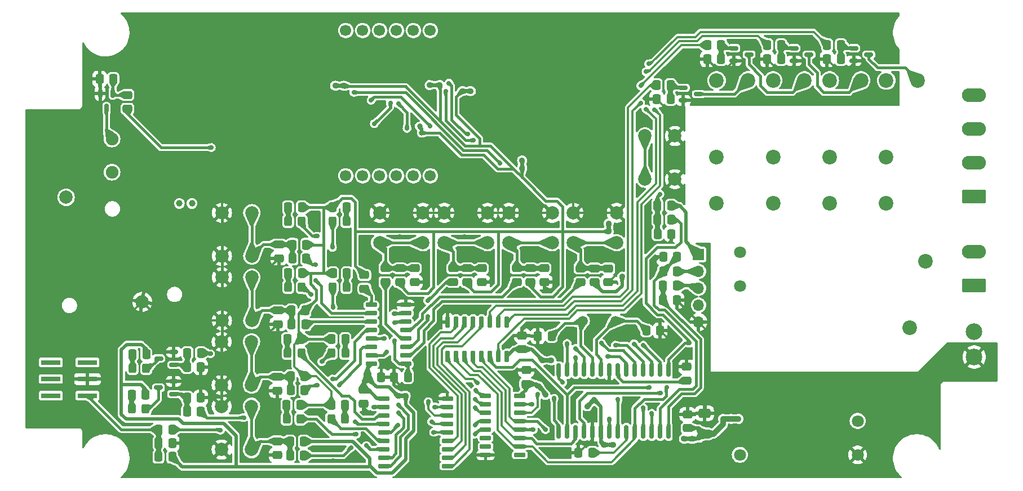
<source format=gtl>
%TF.GenerationSoftware,KiCad,Pcbnew,8.0.1*%
%TF.CreationDate,2025-05-08T07:16:33+02:00*%
%TF.ProjectId,prj-gardmer-mb-v2,70726a2d-6761-4726-946d-65722d6d622d,rev?*%
%TF.SameCoordinates,PX4fa1be0PY7872f60*%
%TF.FileFunction,Copper,L1,Top*%
%TF.FilePolarity,Positive*%
%FSLAX46Y46*%
G04 Gerber Fmt 4.6, Leading zero omitted, Abs format (unit mm)*
G04 Created by KiCad (PCBNEW 8.0.1) date 2025-05-08 07:16:33*
%MOMM*%
%LPD*%
G01*
G04 APERTURE LIST*
G04 Aperture macros list*
%AMRoundRect*
0 Rectangle with rounded corners*
0 $1 Rounding radius*
0 $2 $3 $4 $5 $6 $7 $8 $9 X,Y pos of 4 corners*
0 Add a 4 corners polygon primitive as box body*
4,1,4,$2,$3,$4,$5,$6,$7,$8,$9,$2,$3,0*
0 Add four circle primitives for the rounded corners*
1,1,$1+$1,$2,$3*
1,1,$1+$1,$4,$5*
1,1,$1+$1,$6,$7*
1,1,$1+$1,$8,$9*
0 Add four rect primitives between the rounded corners*
20,1,$1+$1,$2,$3,$4,$5,0*
20,1,$1+$1,$4,$5,$6,$7,0*
20,1,$1+$1,$6,$7,$8,$9,0*
20,1,$1+$1,$8,$9,$2,$3,0*%
G04 Aperture macros list end*
%TA.AperFunction,SMDPad,CuDef*%
%ADD10RoundRect,0.150000X0.512500X0.150000X-0.512500X0.150000X-0.512500X-0.150000X0.512500X-0.150000X0*%
%TD*%
%TA.AperFunction,SMDPad,CuDef*%
%ADD11RoundRect,0.250000X-0.337500X-0.475000X0.337500X-0.475000X0.337500X0.475000X-0.337500X0.475000X0*%
%TD*%
%TA.AperFunction,SMDPad,CuDef*%
%ADD12R,3.000000X0.800000*%
%TD*%
%TA.AperFunction,SMDPad,CuDef*%
%ADD13RoundRect,0.250000X0.337500X0.475000X-0.337500X0.475000X-0.337500X-0.475000X0.337500X-0.475000X0*%
%TD*%
%TA.AperFunction,ComponentPad*%
%ADD14C,2.000000*%
%TD*%
%TA.AperFunction,SMDPad,CuDef*%
%ADD15RoundRect,0.250000X-0.475000X0.337500X-0.475000X-0.337500X0.475000X-0.337500X0.475000X0.337500X0*%
%TD*%
%TA.AperFunction,ComponentPad*%
%ADD16RoundRect,0.249999X1.550001X-0.790001X1.550001X0.790001X-1.550001X0.790001X-1.550001X-0.790001X0*%
%TD*%
%TA.AperFunction,ComponentPad*%
%ADD17O,3.600000X2.080000*%
%TD*%
%TA.AperFunction,ComponentPad*%
%ADD18C,2.200000*%
%TD*%
%TA.AperFunction,SMDPad,CuDef*%
%ADD19RoundRect,0.150000X-0.150000X0.512500X-0.150000X-0.512500X0.150000X-0.512500X0.150000X0.512500X0*%
%TD*%
%TA.AperFunction,SMDPad,CuDef*%
%ADD20RoundRect,0.250000X0.475000X-0.337500X0.475000X0.337500X-0.475000X0.337500X-0.475000X-0.337500X0*%
%TD*%
%TA.AperFunction,ComponentPad*%
%ADD21R,1.700000X1.700000*%
%TD*%
%TA.AperFunction,ComponentPad*%
%ADD22O,1.700000X1.700000*%
%TD*%
%TA.AperFunction,ComponentPad*%
%ADD23C,1.500000*%
%TD*%
%TA.AperFunction,SMDPad,CuDef*%
%ADD24RoundRect,0.250000X0.650000X-0.412500X0.650000X0.412500X-0.650000X0.412500X-0.650000X-0.412500X0*%
%TD*%
%TA.AperFunction,SMDPad,CuDef*%
%ADD25RoundRect,0.150000X-0.512500X-0.150000X0.512500X-0.150000X0.512500X0.150000X-0.512500X0.150000X0*%
%TD*%
%TA.AperFunction,SMDPad,CuDef*%
%ADD26RoundRect,0.150000X-0.150000X0.725000X-0.150000X-0.725000X0.150000X-0.725000X0.150000X0.725000X0*%
%TD*%
%TA.AperFunction,SMDPad,CuDef*%
%ADD27RoundRect,0.150000X-0.150000X0.875000X-0.150000X-0.875000X0.150000X-0.875000X0.150000X0.875000X0*%
%TD*%
%TA.AperFunction,ComponentPad*%
%ADD28C,1.900000*%
%TD*%
%TA.AperFunction,SMDPad,CuDef*%
%ADD29RoundRect,0.250000X-0.325000X-0.450000X0.325000X-0.450000X0.325000X0.450000X-0.325000X0.450000X0*%
%TD*%
%TA.AperFunction,ComponentPad*%
%ADD30C,1.700000*%
%TD*%
%TA.AperFunction,SMDPad,CuDef*%
%ADD31RoundRect,0.250000X0.325000X0.450000X-0.325000X0.450000X-0.325000X-0.450000X0.325000X-0.450000X0*%
%TD*%
%TA.AperFunction,ComponentPad*%
%ADD32C,2.500000*%
%TD*%
%TA.AperFunction,SMDPad,CuDef*%
%ADD33RoundRect,0.150000X-0.725000X-0.150000X0.725000X-0.150000X0.725000X0.150000X-0.725000X0.150000X0*%
%TD*%
%TA.AperFunction,SMDPad,CuDef*%
%ADD34RoundRect,0.150000X0.725000X0.150000X-0.725000X0.150000X-0.725000X-0.150000X0.725000X-0.150000X0*%
%TD*%
%TA.AperFunction,ComponentPad*%
%ADD35C,1.800000*%
%TD*%
%TA.AperFunction,ComponentPad*%
%ADD36C,1.000000*%
%TD*%
%TA.AperFunction,ViaPad*%
%ADD37C,0.700000*%
%TD*%
%TA.AperFunction,ViaPad*%
%ADD38C,0.900000*%
%TD*%
%TA.AperFunction,ViaPad*%
%ADD39C,0.800000*%
%TD*%
%TA.AperFunction,Conductor*%
%ADD40C,0.304800*%
%TD*%
%TA.AperFunction,Conductor*%
%ADD41C,0.254000*%
%TD*%
%TA.AperFunction,Conductor*%
%ADD42C,0.406400*%
%TD*%
%TA.AperFunction,Conductor*%
%ADD43C,0.355600*%
%TD*%
%TA.AperFunction,Conductor*%
%ADD44C,0.508000*%
%TD*%
%TA.AperFunction,Conductor*%
%ADD45C,0.812800*%
%TD*%
G04 APERTURE END LIST*
D10*
%TO.P,Q14,1,B*%
%TO.N,Net-(Q14-B)*%
X14275000Y17550000D03*
%TO.P,Q14,2,C*%
%TO.N,Net-(D14-K)*%
X12000000Y18500000D03*
%TO.P,Q14,3,E*%
%TO.N,GND*%
X14275000Y19450000D03*
%TD*%
D11*
%TO.P,R52,1*%
%TO.N,Net-(Q14-B)*%
X16250000Y17200000D03*
%TO.P,R52,2*%
%TO.N,GND*%
X18325000Y17200000D03*
%TD*%
D12*
%TO.P,SW10,1*%
%TO.N,Net-(C22-Pad1)*%
X1300000Y12900000D03*
%TO.P,SW10,2*%
%TO.N,GND*%
X1300000Y15400000D03*
%TO.P,SW10,3*%
%TO.N,N/C*%
X1300000Y17900000D03*
%TO.P,SW10,4*%
X-4200000Y17900000D03*
%TO.P,SW10,5*%
X-4200000Y15400000D03*
%TO.P,SW10,6*%
X-4200000Y12900000D03*
%TD*%
D11*
%TO.P,R27,1*%
%TO.N,+5V*%
X37925000Y11500000D03*
%TO.P,R27,2*%
%TO.N,Net-(D8-A)*%
X40000000Y11500000D03*
%TD*%
D13*
%TO.P,R21,1*%
%TO.N,Net-(Q3-B)*%
X96475000Y63500000D03*
%TO.P,R21,2*%
%TO.N,GND*%
X94400000Y63500000D03*
%TD*%
D11*
%TO.P,R60,1*%
%TO.N,Net-(U1-ICSPCLK{slash}RB6)*%
X87800000Y31550000D03*
%TO.P,R60,2*%
%TO.N,/MCU/PGC*%
X89875000Y31550000D03*
%TD*%
D14*
%TO.P,SW5,1,1*%
%TO.N,GND*%
X64600000Y40400000D03*
X71100000Y40400000D03*
%TO.P,SW5,2,2*%
%TO.N,Net-(C9-Pad1)*%
X64600000Y35900000D03*
X71100000Y35900000D03*
%TD*%
D15*
%TO.P,C10,1*%
%TO.N,Net-(C10-Pad1)*%
X30037500Y35637500D03*
%TO.P,C10,2*%
%TO.N,GND*%
X30037500Y33562500D03*
%TD*%
D13*
%TO.P,R74,1*%
%TO.N,Net-(U3-H)*%
X33825000Y3900000D03*
%TO.P,R74,2*%
%TO.N,Net-(C13-Pad1)*%
X31750000Y3900000D03*
%TD*%
%TO.P,R62,1*%
%TO.N,Net-(U1-ICSPCLK{slash}RB6)*%
X89887500Y33750000D03*
%TO.P,R62,2*%
%TO.N,GND*%
X87812500Y33750000D03*
%TD*%
D15*
%TO.P,R56,1*%
%TO.N,Net-(Q9-B)*%
X7300000Y58112500D03*
%TO.P,R56,2*%
%TO.N,Net-(U1-RA4)*%
X7300000Y56037500D03*
%TD*%
D11*
%TO.P,C17,1*%
%TO.N,+5V*%
X43362500Y15700000D03*
%TO.P,C17,2*%
%TO.N,GND*%
X45437500Y15700000D03*
%TD*%
D14*
%TO.P,SW7,1,1*%
%TO.N,GND*%
X21500000Y24200000D03*
X21500000Y30700000D03*
%TO.P,SW7,2,2*%
%TO.N,Net-(C11-Pad1)*%
X26000000Y24200000D03*
X26000000Y30700000D03*
%TD*%
D16*
%TO.P,J2,1,Pin_1*%
%TO.N,/230VAC_N*%
X134500000Y29450000D03*
D17*
%TO.P,J2,2,Pin_2*%
%TO.N,/230VAC_L*%
X134500000Y34530000D03*
%TD*%
D15*
%TO.P,C7,1*%
%TO.N,Net-(C7-Pad1)*%
X60550000Y32050000D03*
%TO.P,C7,2*%
%TO.N,GND*%
X60550000Y29975000D03*
%TD*%
D11*
%TO.P,C1,1*%
%TO.N,Net-(C1-Pad1)*%
X86950000Y37200000D03*
%TO.P,C1,2*%
%TO.N,GND*%
X89025000Y37200000D03*
%TD*%
D18*
%TO.P,K4,1*%
%TO.N,Net-(D4-A)*%
X100500000Y60300000D03*
%TO.P,K4,2*%
%TO.N,+5V*%
X95800000Y60300000D03*
%TO.P,K4,3*%
%TO.N,Net-(K4-Pad3)*%
X95800000Y48800000D03*
%TO.P,K4,4*%
%TO.N,Net-(K4-Pad4)*%
X95800000Y41800000D03*
%TD*%
D13*
%TO.P,R31,1*%
%TO.N,+5V*%
X33287500Y11500000D03*
%TO.P,R31,2*%
%TO.N,Net-(D12-A)*%
X31212500Y11500000D03*
%TD*%
D19*
%TO.P,Q9,1,B*%
%TO.N,Net-(Q9-B)*%
X5100000Y58375000D03*
%TO.P,Q9,2,C*%
%TO.N,Net-(BZ1--)*%
X4150000Y56100000D03*
%TO.P,Q9,3,E*%
%TO.N,GND*%
X3200000Y58375000D03*
%TD*%
D20*
%TO.P,R8,1*%
%TO.N,+5V*%
X67871962Y29975000D03*
%TO.P,R8,2*%
%TO.N,Net-(C9-Pad1)*%
X67871962Y32050000D03*
%TD*%
D14*
%TO.P,BT1,1,+*%
%TO.N,+BATT*%
X-1905712Y42731279D03*
%TO.P,BT1,2,-*%
%TO.N,GND*%
X9526712Y26995898D03*
%TD*%
D20*
%TO.P,R59,1*%
%TO.N,Net-(U1-RA5)*%
X91300000Y15162500D03*
%TO.P,R59,2*%
%TO.N,GND*%
X91300000Y17237500D03*
%TD*%
D21*
%TO.P,J1,1,Pin_1*%
%TO.N,+5V*%
X93100000Y34130000D03*
D22*
%TO.P,J1,2,Pin_2*%
%TO.N,/MCU/PGC*%
X93100000Y31590000D03*
%TO.P,J1,3,Pin_3*%
%TO.N,/MCU/PGD*%
X93100000Y29050000D03*
%TO.P,J1,4,Pin_4*%
%TO.N,/MCU/MCLR*%
X93100000Y26510000D03*
%TO.P,J1,5,Pin_5*%
%TO.N,GND*%
X93100000Y23970000D03*
%TD*%
D13*
%TO.P,R71,1*%
%TO.N,Net-(U3-E)*%
X34175000Y33500000D03*
%TO.P,R71,2*%
%TO.N,Net-(C10-Pad1)*%
X32100000Y33500000D03*
%TD*%
D23*
%TO.P,Y1,1,1*%
%TO.N,Net-(U1-RA7{slash}OSC1)*%
X80600000Y24150000D03*
%TO.P,Y1,2,2*%
%TO.N,Net-(U1-RA6{slash}OSC2)*%
X75720000Y24150000D03*
%TD*%
D24*
%TO.P,C18,1*%
%TO.N,+5V*%
X94000000Y7137500D03*
%TO.P,C18,2*%
%TO.N,GND*%
X94000000Y10262500D03*
%TD*%
D18*
%TO.P,K3,1*%
%TO.N,Net-(D3-A)*%
X109000000Y60300000D03*
%TO.P,K3,2*%
%TO.N,+5V*%
X104300000Y60300000D03*
%TO.P,K3,3*%
%TO.N,Net-(K3-Pad3)*%
X104300000Y48800000D03*
%TO.P,K3,4*%
%TO.N,Net-(K3-Pad4)*%
X104300000Y41800000D03*
%TD*%
D13*
%TO.P,R50,1*%
%TO.N,+5V*%
X10037500Y13000000D03*
%TO.P,R50,2*%
%TO.N,Net-(D13-A)*%
X7962500Y13000000D03*
%TD*%
D15*
%TO.P,C12,1*%
%TO.N,Net-(C12-Pad1)*%
X29800000Y15737500D03*
%TO.P,C12,2*%
%TO.N,GND*%
X29800000Y13662500D03*
%TD*%
D13*
%TO.P,R28,1*%
%TO.N,+5V*%
X33512500Y41200000D03*
%TO.P,R28,2*%
%TO.N,Net-(D9-A)*%
X31437500Y41200000D03*
%TD*%
D14*
%TO.P,SW4,1,1*%
%TO.N,GND*%
X45200000Y40400000D03*
X51700000Y40400000D03*
%TO.P,SW4,2,2*%
%TO.N,Net-(C8-Pad1)*%
X45200000Y35900000D03*
X51700000Y35900000D03*
%TD*%
D25*
%TO.P,Q1,1,B*%
%TO.N,Net-(Q1-B)*%
X116400000Y65150000D03*
%TO.P,Q1,2,C*%
%TO.N,Net-(D1-A)*%
X118675000Y64200000D03*
%TO.P,Q1,3,E*%
%TO.N,GND*%
X116400000Y63250000D03*
%TD*%
D26*
%TO.P,U4,1,QB*%
%TO.N,/RelaysLeds/RELAY2_EN*%
X64310000Y23950000D03*
%TO.P,U4,2,QC*%
%TO.N,/RelaysLeds/RELAY3_EN*%
X63040000Y23950000D03*
%TO.P,U4,3,QD*%
%TO.N,/RelaysLeds/RELAY4_EN*%
X61770000Y23950000D03*
%TO.P,U4,4,QE*%
%TO.N,/RelaysLeds/RELAY_LED1_EN*%
X60500000Y23950000D03*
%TO.P,U4,5,QF*%
%TO.N,/RelaysLeds/RELAY_LED2_EN*%
X59230000Y23950000D03*
%TO.P,U4,6,QG*%
%TO.N,/RelaysLeds/RELAY_LED3_EN*%
X57960000Y23950000D03*
%TO.P,U4,7,QH*%
%TO.N,/RelaysLeds/RELAY_LED4_EN*%
X56690000Y23950000D03*
%TO.P,U4,8,GND*%
%TO.N,GND*%
X55420000Y23950000D03*
%TO.P,U4,9,QH'*%
%TO.N,Net-(U4-QH')*%
X55420000Y18800000D03*
%TO.P,U4,10,~{SRCLR}*%
%TO.N,/RelaysLeds/S_SRCLR*%
X56690000Y18800000D03*
%TO.P,U4,11,SRCLK*%
%TO.N,/RelaysLeds/S_SRCLK1*%
X57960000Y18800000D03*
%TO.P,U4,12,RCLK*%
%TO.N,/RelaysLeds/S_RCLK*%
X59230000Y18800000D03*
%TO.P,U4,13,~{OE}*%
%TO.N,/RelaysLeds/S_OE1*%
X60500000Y18800000D03*
%TO.P,U4,14,SER*%
%TO.N,/RelaysLeds/S_SER*%
X61770000Y18800000D03*
%TO.P,U4,15,QA*%
%TO.N,/RelaysLeds/RELAY1_EN*%
X63040000Y18800000D03*
%TO.P,U4,16,VCC*%
%TO.N,+5V*%
X64310000Y18800000D03*
%TD*%
D18*
%TO.P,RV1,1*%
%TO.N,/230VAC_L*%
X127200000Y33100000D03*
%TO.P,RV1,2*%
%TO.N,/230VAC_N*%
X124850000Y23100000D03*
%TD*%
D13*
%TO.P,R12,1*%
%TO.N,+5V*%
X33800000Y6000000D03*
%TO.P,R12,2*%
%TO.N,Net-(C13-Pad1)*%
X31725000Y6000000D03*
%TD*%
%TO.P,R19,1*%
%TO.N,Net-(Q2-B)*%
X105500000Y63500000D03*
%TO.P,R19,2*%
%TO.N,GND*%
X103425000Y63500000D03*
%TD*%
%TO.P,R29,1*%
%TO.N,+5V*%
X33512500Y31300000D03*
%TO.P,R29,2*%
%TO.N,Net-(D10-A)*%
X31437500Y31300000D03*
%TD*%
D11*
%TO.P,R51,1*%
%TO.N,Net-(Q14-B)*%
X16300000Y19300000D03*
%TO.P,R51,2*%
%TO.N,/RelaysLeds/UNLOCK_LED_EN*%
X18375000Y19300000D03*
%TD*%
D15*
%TO.P,C13,1*%
%TO.N,Net-(C13-Pad1)*%
X29787500Y6037500D03*
%TO.P,C13,2*%
%TO.N,GND*%
X29787500Y3962500D03*
%TD*%
D27*
%TO.P,U1,1,~MCLR/RE3*%
%TO.N,/MCU/MCLR*%
X88605000Y16750000D03*
%TO.P,U1,2,RA0*%
%TO.N,/Display/DISP_CA1*%
X87335000Y16750000D03*
%TO.P,U1,3,RA1*%
%TO.N,/Display/DISP_CA2*%
X86065000Y16750000D03*
%TO.P,U1,4,RA2*%
%TO.N,/Display/DISP_CA3*%
X84795000Y16750000D03*
%TO.P,U1,5,RA3*%
%TO.N,/Display/DISP_CA4*%
X83525000Y16750000D03*
%TO.P,U1,6,RA4*%
%TO.N,Net-(U1-RA4)*%
X82255000Y16750000D03*
%TO.P,U1,7,RA5*%
%TO.N,Net-(U1-RA5)*%
X80985000Y16750000D03*
%TO.P,U1,8,GND*%
%TO.N,GND*%
X79715000Y16750000D03*
%TO.P,U1,9,RA7/OSC1*%
%TO.N,Net-(U1-RA7{slash}OSC1)*%
X78445000Y16750000D03*
%TO.P,U1,10,RA6/OSC2*%
%TO.N,Net-(U1-RA6{slash}OSC2)*%
X77175000Y16750000D03*
%TO.P,U1,11,RC0/SOSCO*%
%TO.N,/Buttons/BUTTONS_DATA_OUT*%
X75905000Y16750000D03*
%TO.P,U1,12,RC1/SOSCI*%
%TO.N,/Buttons/BUTTONS_SHLD_IN*%
X74635000Y16750000D03*
%TO.P,U1,13,RC2*%
%TO.N,/Buttons/BUTTONS_CLK_IN*%
X73365000Y16750000D03*
%TO.P,U1,14,RC3/SCL1*%
%TO.N,Net-(U1-RC3{slash}SCL1)*%
X72095000Y16750000D03*
%TO.P,U1,15,RC4/SDA1*%
%TO.N,Net-(U1-RC4{slash}SDA1)*%
X72095000Y7450000D03*
%TO.P,U1,16,RC5*%
%TO.N,/RelaysLeds/S_SER*%
X73365000Y7450000D03*
%TO.P,U1,17,RC6*%
%TO.N,/RelaysLeds/S_SRCLK1*%
X74635000Y7450000D03*
%TO.P,U1,18,RC7*%
%TO.N,/Display/S_SRCLK2_IN*%
X75905000Y7450000D03*
%TO.P,U1,19,GND*%
%TO.N,GND*%
X77175000Y7450000D03*
%TO.P,U1,20,VDD*%
%TO.N,+5V*%
X78445000Y7450000D03*
%TO.P,U1,21,INT0/RB0*%
%TO.N,Net-(U1-INT0{slash}RB0)*%
X79715000Y7450000D03*
%TO.P,U1,22,INT1/RB1*%
%TO.N,Net-(U1-INT1{slash}RB1)*%
X80985000Y7450000D03*
%TO.P,U1,23,INT2/RB2*%
%TO.N,Net-(U1-INT2{slash}RB2)*%
X82255000Y7450000D03*
%TO.P,U1,24,RB3*%
%TO.N,/RelaysLeds/S_SRCLR*%
X83525000Y7450000D03*
%TO.P,U1,25,RB4*%
%TO.N,/RelaysLeds/S_RCLK*%
X84795000Y7450000D03*
%TO.P,U1,26,RB5*%
%TO.N,/RelaysLeds/S_OE1*%
X86065000Y7450000D03*
%TO.P,U1,27,ICSPCLK/RB6*%
%TO.N,Net-(U1-ICSPCLK{slash}RB6)*%
X87335000Y7450000D03*
%TO.P,U1,28,ICSPDAT/RB7*%
%TO.N,Net-(U1-ICSPDAT{slash}RB7)*%
X88605000Y7450000D03*
%TD*%
D20*
%TO.P,R7,1*%
%TO.N,+5V*%
X48250000Y29975000D03*
%TO.P,R7,2*%
%TO.N,Net-(C8-Pad1)*%
X48250000Y32050000D03*
%TD*%
D13*
%TO.P,R11,1*%
%TO.N,+5V*%
X33900000Y15800000D03*
%TO.P,R11,2*%
%TO.N,Net-(C12-Pad1)*%
X31825000Y15800000D03*
%TD*%
D25*
%TO.P,Q2,1,B*%
%TO.N,Net-(Q2-B)*%
X107425000Y65150000D03*
%TO.P,Q2,2,C*%
%TO.N,Net-(D2-A)*%
X109700000Y64200000D03*
%TO.P,Q2,3,E*%
%TO.N,GND*%
X107425000Y63250000D03*
%TD*%
D11*
%TO.P,R22,1*%
%TO.N,/RelaysLeds/RELAY4_EN*%
X86800000Y59600000D03*
%TO.P,R22,2*%
%TO.N,Net-(Q4-B)*%
X88875000Y59600000D03*
%TD*%
%TO.P,R63,1*%
%TO.N,Net-(U1-ICSPDAT{slash}RB7)*%
X87762500Y27250000D03*
%TO.P,R63,2*%
%TO.N,GND*%
X89837500Y27250000D03*
%TD*%
D28*
%TO.P,BZ1,1,+*%
%TO.N,+5V*%
X5000000Y46500000D03*
%TO.P,BZ1,2,-*%
%TO.N,Net-(BZ1--)*%
X5000000Y51500000D03*
%TD*%
D13*
%TO.P,R1,1*%
%TO.N,/MCU/MCLR*%
X88987500Y39350000D03*
%TO.P,R1,2*%
%TO.N,Net-(C1-Pad1)*%
X86912500Y39350000D03*
%TD*%
%TO.P,R10,1*%
%TO.N,+5V*%
X34037500Y25700000D03*
%TO.P,R10,2*%
%TO.N,Net-(C11-Pad1)*%
X31962500Y25700000D03*
%TD*%
D15*
%TO.P,R13,1*%
%TO.N,+5V*%
X42900000Y31037500D03*
%TO.P,R13,2*%
%TO.N,Net-(U3-Clr)*%
X42900000Y28962500D03*
%TD*%
D11*
%TO.P,R20,1*%
%TO.N,/RelaysLeds/RELAY3_EN*%
X94400000Y65600000D03*
%TO.P,R20,2*%
%TO.N,Net-(Q3-B)*%
X96475000Y65600000D03*
%TD*%
D14*
%TO.P,SW9,1,1*%
%TO.N,GND*%
X21450000Y4800000D03*
X21450000Y11300000D03*
%TO.P,SW9,2,2*%
%TO.N,Net-(C13-Pad1)*%
X25950000Y4800000D03*
X25950000Y11300000D03*
%TD*%
D20*
%TO.P,R6,1*%
%TO.N,+5V*%
X58350000Y29975000D03*
%TO.P,R6,2*%
%TO.N,Net-(C7-Pad1)*%
X58350000Y32050000D03*
%TD*%
D11*
%TO.P,R24,1*%
%TO.N,+5V*%
X38137500Y41200000D03*
%TO.P,R24,2*%
%TO.N,Net-(D5-A)*%
X40212500Y41200000D03*
%TD*%
%TO.P,R48,1*%
%TO.N,Net-(Q13-B)*%
X16262500Y10500000D03*
%TO.P,R48,2*%
%TO.N,/RelaysLeds/LOCK_LED_EN*%
X18337500Y10500000D03*
%TD*%
D13*
%TO.P,R66,1*%
%TO.N,Net-(U1-INT0{slash}RB0)*%
X14037500Y7807500D03*
%TO.P,R66,2*%
%TO.N,Net-(C22-Pad1)*%
X11962500Y7807500D03*
%TD*%
D15*
%TO.P,C9,1*%
%TO.N,Net-(C9-Pad1)*%
X69950000Y32050898D03*
%TO.P,C9,2*%
%TO.N,GND*%
X69950000Y29975898D03*
%TD*%
D18*
%TO.P,K2,1*%
%TO.N,Net-(D2-A)*%
X117500000Y60300000D03*
%TO.P,K2,2*%
%TO.N,+5V*%
X112800000Y60300000D03*
%TO.P,K2,3*%
%TO.N,Net-(K2-Pad3)*%
X112800000Y48800000D03*
%TO.P,K2,4*%
%TO.N,Net-(K2-Pad4)*%
X112800000Y41800000D03*
%TD*%
D13*
%TO.P,R57,1*%
%TO.N,Net-(Q9-B)*%
X5187500Y60537500D03*
%TO.P,R57,2*%
%TO.N,GND*%
X3112500Y60537500D03*
%TD*%
%TO.P,R73,1*%
%TO.N,Net-(U3-G)*%
X33900000Y13700000D03*
%TO.P,R73,2*%
%TO.N,Net-(C12-Pad1)*%
X31825000Y13700000D03*
%TD*%
D15*
%TO.P,C8,1*%
%TO.N,Net-(C8-Pad1)*%
X50450000Y32050000D03*
%TO.P,C8,2*%
%TO.N,GND*%
X50450000Y29975000D03*
%TD*%
D25*
%TO.P,Q3,1,B*%
%TO.N,Net-(Q3-B)*%
X98400000Y65150000D03*
%TO.P,Q3,2,C*%
%TO.N,Net-(D3-A)*%
X100675000Y64200000D03*
%TO.P,Q3,3,E*%
%TO.N,GND*%
X98400000Y63250000D03*
%TD*%
D13*
%TO.P,R58,1*%
%TO.N,Net-(U1-INT2{slash}RB2)*%
X77137500Y4300000D03*
%TO.P,R58,2*%
%TO.N,GND*%
X75062500Y4300000D03*
%TD*%
D25*
%TO.P,Q4,1,B*%
%TO.N,Net-(Q4-B)*%
X90800000Y59200000D03*
%TO.P,Q4,2,C*%
%TO.N,Net-(D4-A)*%
X93075000Y58250000D03*
%TO.P,Q4,3,E*%
%TO.N,GND*%
X90800000Y57300000D03*
%TD*%
D29*
%TO.P,D5,1,K*%
%TO.N,Net-(D5-K)*%
X38150000Y39100000D03*
%TO.P,D5,2,A*%
%TO.N,Net-(D5-A)*%
X40200000Y39100000D03*
%TD*%
D11*
%TO.P,R26,1*%
%TO.N,+5V*%
X37962500Y21400000D03*
%TO.P,R26,2*%
%TO.N,Net-(D7-A)*%
X40037500Y21400000D03*
%TD*%
D20*
%TO.P,C15,1*%
%TO.N,+5V*%
X67200000Y14662500D03*
%TO.P,C15,2*%
%TO.N,GND*%
X67200000Y16737500D03*
%TD*%
D18*
%TO.P,K1,1*%
%TO.N,Net-(D1-A)*%
X126000000Y60300000D03*
%TO.P,K1,2*%
%TO.N,+5V*%
X121300000Y60300000D03*
%TO.P,K1,3*%
%TO.N,Net-(K1-Pad3)*%
X121300000Y48800000D03*
%TO.P,K1,4*%
%TO.N,Net-(K1-Pad4)*%
X121300000Y41800000D03*
%TD*%
D30*
%TO.P,U7,1,e*%
%TO.N,Net-(U7-e)*%
X40100000Y45956000D03*
%TO.P,U7,2,d*%
%TO.N,Net-(U7-d)*%
X42640000Y45956000D03*
%TO.P,U7,3,D5-D6*%
%TO.N,Net-(U7-D5-D6)*%
X45180000Y45956000D03*
%TO.P,U7,4,c*%
%TO.N,Net-(U7-c)*%
X47720000Y45956000D03*
%TO.P,U7,5,g*%
%TO.N,Net-(U7-g)*%
X50260000Y45956000D03*
%TO.P,U7,6,CA4*%
%TO.N,Net-(Q8-E)*%
X52800000Y45956000D03*
%TO.P,U7,7,b*%
%TO.N,Net-(U7-b)*%
X52800000Y67800000D03*
%TO.P,U7,8,CA3*%
%TO.N,Net-(Q7-E)*%
X50260000Y67800000D03*
%TO.P,U7,9,CA2*%
%TO.N,Net-(Q6-E)*%
X47720000Y67800000D03*
%TO.P,U7,10,f*%
%TO.N,Net-(U7-f)*%
X45180000Y67800000D03*
%TO.P,U7,11,a*%
%TO.N,Net-(U7-a)*%
X42640000Y67800000D03*
%TO.P,U7,12,CA1*%
%TO.N,Net-(Q5-E)*%
X40100000Y67800000D03*
%TD*%
D31*
%TO.P,D9,1,K*%
%TO.N,Net-(D9-K)*%
X33500000Y39100000D03*
%TO.P,D9,2,A*%
%TO.N,Net-(D9-A)*%
X31450000Y39100000D03*
%TD*%
D13*
%TO.P,R23,1*%
%TO.N,Net-(Q4-B)*%
X88875000Y57500000D03*
%TO.P,R23,2*%
%TO.N,GND*%
X86800000Y57500000D03*
%TD*%
D31*
%TO.P,D12,1,K*%
%TO.N,Net-(D12-K)*%
X33275000Y9400000D03*
%TO.P,D12,2,A*%
%TO.N,Net-(D12-A)*%
X31225000Y9400000D03*
%TD*%
D29*
%TO.P,D7,1,K*%
%TO.N,Net-(D7-K)*%
X37975000Y19300000D03*
%TO.P,D7,2,A*%
%TO.N,Net-(D7-A)*%
X40025000Y19300000D03*
%TD*%
D16*
%TO.P,J3,1,Pin_1*%
%TO.N,/RelaysLeds/RELAY1_OUT*%
X134500000Y42850000D03*
D17*
%TO.P,J3,2,Pin_2*%
%TO.N,/RelaysLeds/RELAY2_OUT*%
X134500000Y47930000D03*
%TO.P,J3,3,Pin_3*%
%TO.N,/RelaysLeds/RELAY3_OUT*%
X134500000Y53010000D03*
%TO.P,J3,4,Pin_4*%
%TO.N,/RelaysLeds/RELAY4_OUT*%
X134500000Y58090000D03*
%TD*%
D13*
%TO.P,R9,1*%
%TO.N,+5V*%
X34175000Y35600000D03*
%TO.P,R9,2*%
%TO.N,Net-(C10-Pad1)*%
X32100000Y35600000D03*
%TD*%
D32*
%TO.P,J4,1,Pin_1*%
%TO.N,GND*%
X134500000Y18700000D03*
%TO.P,J4,2,Pin_2*%
%TO.N,/Power/5VDC_IN*%
X134500000Y22500000D03*
%TD*%
D14*
%TO.P,SW2,1,1*%
%TO.N,GND*%
X74300000Y40400000D03*
X80800000Y40400000D03*
%TO.P,SW2,2,2*%
%TO.N,Net-(C6-Pad1)*%
X74300000Y35900000D03*
X80800000Y35900000D03*
%TD*%
D13*
%TO.P,R72,1*%
%TO.N,Net-(U3-F)*%
X34037500Y23600000D03*
%TO.P,R72,2*%
%TO.N,Net-(C11-Pad1)*%
X31962500Y23600000D03*
%TD*%
D29*
%TO.P,D8,1,K*%
%TO.N,Net-(D8-K)*%
X37912500Y9400000D03*
%TO.P,D8,2,A*%
%TO.N,Net-(D8-A)*%
X39962500Y9400000D03*
%TD*%
D13*
%TO.P,R15,1*%
%TO.N,+5V*%
X14037500Y3700000D03*
%TO.P,R15,2*%
%TO.N,Net-(C22-Pad1)*%
X11962500Y3700000D03*
%TD*%
D31*
%TO.P,D14,1,K*%
%TO.N,Net-(D14-K)*%
X10125000Y17000000D03*
%TO.P,D14,2,A*%
%TO.N,Net-(D14-A)*%
X8075000Y17000000D03*
%TD*%
D33*
%TO.P,U5,1,QB*%
%TO.N,/RelaysLeds/SEL_LED2_EN*%
X61100000Y12870000D03*
%TO.P,U5,2,QC*%
%TO.N,/RelaysLeds/SEL_LED3_EN*%
X61100000Y11600000D03*
%TO.P,U5,3,QD*%
%TO.N,/RelaysLeds/SEL_LED4_EN*%
X61100000Y10330000D03*
%TO.P,U5,4,QE*%
%TO.N,/RelaysLeds/LOCK_LED_EN*%
X61100000Y9060000D03*
%TO.P,U5,5,QF*%
%TO.N,/RelaysLeds/UNLOCK_LED_EN*%
X61100000Y7790000D03*
%TO.P,U5,6,QG*%
%TO.N,unconnected-(U5-QG-Pad6)*%
X61100000Y6520000D03*
%TO.P,U5,7,QH*%
%TO.N,unconnected-(U5-QH-Pad7)*%
X61100000Y5250000D03*
%TO.P,U5,8,GND*%
%TO.N,GND*%
X61100000Y3980000D03*
%TO.P,U5,9,QH'*%
%TO.N,unconnected-(U5-QH'-Pad9)*%
X66250000Y3980000D03*
%TO.P,U5,10,~{SRCLR}*%
%TO.N,/RelaysLeds/S_SRCLR*%
X66250000Y5250000D03*
%TO.P,U5,11,SRCLK*%
%TO.N,/RelaysLeds/S_SRCLK1*%
X66250000Y6520000D03*
%TO.P,U5,12,RCLK*%
%TO.N,/RelaysLeds/S_RCLK*%
X66250000Y7790000D03*
%TO.P,U5,13,~{OE}*%
%TO.N,/RelaysLeds/S_OE1*%
X66250000Y9060000D03*
%TO.P,U5,14,SER*%
%TO.N,Net-(U4-QH')*%
X66250000Y10330000D03*
%TO.P,U5,15,QA*%
%TO.N,/RelaysLeds/SEL_LED1_EN*%
X66250000Y11600000D03*
%TO.P,U5,16,VCC*%
%TO.N,+5V*%
X66250000Y12870000D03*
%TD*%
D11*
%TO.P,R49,1*%
%TO.N,Net-(Q13-B)*%
X16262500Y12600000D03*
%TO.P,R49,2*%
%TO.N,GND*%
X18337500Y12600000D03*
%TD*%
D13*
%TO.P,R2,1*%
%TO.N,+5V*%
X88987500Y41450000D03*
%TO.P,R2,2*%
%TO.N,Net-(C1-Pad1)*%
X86912500Y41450000D03*
%TD*%
D31*
%TO.P,D10,1,K*%
%TO.N,Net-(D10-K)*%
X33500000Y29200000D03*
%TO.P,D10,2,A*%
%TO.N,Net-(D10-A)*%
X31450000Y29200000D03*
%TD*%
D20*
%TO.P,R68,1*%
%TO.N,Net-(U3-B)*%
X56250000Y29975000D03*
%TO.P,R68,2*%
%TO.N,Net-(C7-Pad1)*%
X56250000Y32050000D03*
%TD*%
D14*
%TO.P,SW8,1,1*%
%TO.N,GND*%
X21450000Y14500000D03*
X21450000Y21000000D03*
%TO.P,SW8,2,2*%
%TO.N,Net-(C12-Pad1)*%
X25950000Y14500000D03*
X25950000Y21000000D03*
%TD*%
D20*
%TO.P,R69,1*%
%TO.N,Net-(U3-C)*%
X46050000Y29975000D03*
%TO.P,R69,2*%
%TO.N,Net-(C8-Pad1)*%
X46050000Y32050000D03*
%TD*%
D10*
%TO.P,Q13,1,B*%
%TO.N,Net-(Q13-B)*%
X14237500Y13150000D03*
%TO.P,Q13,2,C*%
%TO.N,Net-(D13-K)*%
X11962500Y14100000D03*
%TO.P,Q13,3,E*%
%TO.N,GND*%
X14237500Y15050000D03*
%TD*%
D20*
%TO.P,R5,1*%
%TO.N,+5V*%
X77450000Y29950000D03*
%TO.P,R5,2*%
%TO.N,Net-(C6-Pad1)*%
X77450000Y32025000D03*
%TD*%
D15*
%TO.P,C14,1*%
%TO.N,+5V*%
X42800000Y13775000D03*
%TO.P,C14,2*%
%TO.N,GND*%
X42800000Y11700000D03*
%TD*%
D14*
%TO.P,SW3,1,1*%
%TO.N,GND*%
X54900000Y40400000D03*
X61400000Y40400000D03*
%TO.P,SW3,2,2*%
%TO.N,Net-(C7-Pad1)*%
X54900000Y35900000D03*
X61400000Y35900000D03*
%TD*%
D20*
%TO.P,C16,1*%
%TO.N,+5V*%
X66600000Y19862500D03*
%TO.P,C16,2*%
%TO.N,GND*%
X66600000Y21937500D03*
%TD*%
D34*
%TO.P,U6,1,I1*%
%TO.N,/RelaysLeds/RELAY_LED1_EN*%
X55350000Y2320000D03*
%TO.P,U6,2,I2*%
%TO.N,/RelaysLeds/RELAY_LED2_EN*%
X55350000Y3590000D03*
%TO.P,U6,3,I3*%
%TO.N,/RelaysLeds/RELAY_LED3_EN*%
X55350000Y4860000D03*
%TO.P,U6,4,I4*%
%TO.N,/RelaysLeds/RELAY_LED4_EN*%
X55350000Y6130000D03*
%TO.P,U6,5,I5*%
%TO.N,/RelaysLeds/SEL_LED1_EN*%
X55350000Y7400000D03*
%TO.P,U6,6,I6*%
%TO.N,/RelaysLeds/SEL_LED2_EN*%
X55350000Y8670000D03*
%TO.P,U6,7,I7*%
%TO.N,/RelaysLeds/SEL_LED3_EN*%
X55350000Y9940000D03*
%TO.P,U6,8,I8*%
%TO.N,/RelaysLeds/SEL_LED4_EN*%
X55350000Y11210000D03*
%TO.P,U6,9,GND*%
%TO.N,GND*%
X55350000Y12480000D03*
%TO.P,U6,10,COM*%
%TO.N,+5V*%
X45800000Y12480000D03*
%TO.P,U6,11,O8*%
%TO.N,Net-(D12-K)*%
X45800000Y11210000D03*
%TO.P,U6,12,O7*%
%TO.N,Net-(D11-K)*%
X45800000Y9940000D03*
%TO.P,U6,13,O6*%
%TO.N,Net-(D10-K)*%
X45800000Y8670000D03*
%TO.P,U6,14,O5*%
%TO.N,Net-(D9-K)*%
X45800000Y7400000D03*
%TO.P,U6,15,O4*%
%TO.N,Net-(D8-K)*%
X45800000Y6130000D03*
%TO.P,U6,16,O3*%
%TO.N,Net-(D7-K)*%
X45800000Y4860000D03*
%TO.P,U6,17,O2*%
%TO.N,Net-(D6-K)*%
X45800000Y3590000D03*
%TO.P,U6,18,O1*%
%TO.N,Net-(D5-K)*%
X45800000Y2320000D03*
%TD*%
D14*
%TO.P,SW1,1,1*%
%TO.N,Net-(C1-Pad1)*%
X85050000Y45450000D03*
X85050000Y51950000D03*
%TO.P,SW1,2,2*%
%TO.N,GND*%
X89550000Y45450000D03*
X89550000Y51950000D03*
%TD*%
D31*
%TO.P,D13,1,K*%
%TO.N,Net-(D13-K)*%
X10025000Y10900000D03*
%TO.P,D13,2,A*%
%TO.N,Net-(D13-A)*%
X7975000Y10900000D03*
%TD*%
D13*
%TO.P,R14,1*%
%TO.N,Net-(U3-CE)*%
X49437500Y15700000D03*
%TO.P,R14,2*%
%TO.N,GND*%
X47362500Y15700000D03*
%TD*%
D35*
%TO.P,PS1,1,AC/L*%
%TO.N,/230VAC_L*%
X99300000Y34500000D03*
%TO.P,PS1,2,AC/N*%
%TO.N,/230VAC_N*%
X99300000Y29400000D03*
%TO.P,PS1,3,+Vo*%
%TO.N,Net-(JP1-B)*%
X117000000Y9100000D03*
%TO.P,PS1,4,-Vo*%
%TO.N,GND*%
X117000000Y4000000D03*
%TO.P,PS1,5,NC*%
%TO.N,unconnected-(PS1-NC-Pad5)*%
X99300000Y4000000D03*
%TD*%
D15*
%TO.P,C11,1*%
%TO.N,Net-(C11-Pad1)*%
X29900000Y25737500D03*
%TO.P,C11,2*%
%TO.N,GND*%
X29900000Y23662500D03*
%TD*%
D20*
%TO.P,C5,1*%
%TO.N,+5V*%
X91450000Y8012500D03*
%TO.P,C5,2*%
%TO.N,GND*%
X91450000Y10087500D03*
%TD*%
D14*
%TO.P,SW6,1,1*%
%TO.N,GND*%
X21500000Y33900000D03*
X21500000Y40400000D03*
%TO.P,SW6,2,2*%
%TO.N,Net-(C10-Pad1)*%
X26000000Y33900000D03*
X26000000Y40400000D03*
%TD*%
D31*
%TO.P,D11,1,K*%
%TO.N,Net-(D11-K)*%
X33425000Y19300000D03*
%TO.P,D11,2,A*%
%TO.N,Net-(D11-A)*%
X31375000Y19300000D03*
%TD*%
D11*
%TO.P,R18,1*%
%TO.N,/RelaysLeds/RELAY2_EN*%
X103425000Y65600000D03*
%TO.P,R18,2*%
%TO.N,Net-(Q2-B)*%
X105500000Y65600000D03*
%TD*%
D20*
%TO.P,R67,1*%
%TO.N,Net-(U3-A)*%
X75350000Y29950000D03*
%TO.P,R67,2*%
%TO.N,Net-(C6-Pad1)*%
X75350000Y32025000D03*
%TD*%
D13*
%TO.P,R53,1*%
%TO.N,+5V*%
X10137500Y19100000D03*
%TO.P,R53,2*%
%TO.N,Net-(D14-A)*%
X8062500Y19100000D03*
%TD*%
D11*
%TO.P,C22,1*%
%TO.N,Net-(C22-Pad1)*%
X11962500Y5762500D03*
%TO.P,C22,2*%
%TO.N,GND*%
X14037500Y5762500D03*
%TD*%
D20*
%TO.P,R70,1*%
%TO.N,Net-(U3-D)*%
X65771962Y29975000D03*
%TO.P,R70,2*%
%TO.N,Net-(C9-Pad1)*%
X65771962Y32050000D03*
%TD*%
D13*
%TO.P,R16,1*%
%TO.N,Net-(Q1-B)*%
X114475000Y63500000D03*
%TO.P,R16,2*%
%TO.N,GND*%
X112400000Y63500000D03*
%TD*%
D11*
%TO.P,R25,1*%
%TO.N,+5V*%
X38187500Y31300000D03*
%TO.P,R25,2*%
%TO.N,Net-(D6-A)*%
X40262500Y31300000D03*
%TD*%
%TO.P,R17,1*%
%TO.N,/RelaysLeds/RELAY1_EN*%
X112400000Y65600000D03*
%TO.P,R17,2*%
%TO.N,Net-(Q1-B)*%
X114475000Y65600000D03*
%TD*%
D13*
%TO.P,C3,1*%
%TO.N,GND*%
X87337500Y22700000D03*
%TO.P,C3,2*%
%TO.N,Net-(U1-RA7{slash}OSC1)*%
X85262500Y22700000D03*
%TD*%
D15*
%TO.P,C6,1*%
%TO.N,Net-(C6-Pad1)*%
X79550000Y32025000D03*
%TO.P,C6,2*%
%TO.N,GND*%
X79550000Y29950000D03*
%TD*%
D34*
%TO.P,U3,1,Ds*%
%TO.N,Net-(U3-CE)*%
X49100000Y17660000D03*
%TO.P,U3,2,A*%
%TO.N,Net-(U3-A)*%
X49100000Y18930000D03*
%TO.P,U3,3,B*%
%TO.N,Net-(U3-B)*%
X49100000Y20200000D03*
%TO.P,U3,4,C*%
%TO.N,Net-(U3-C)*%
X49100000Y21470000D03*
%TO.P,U3,5,D*%
%TO.N,Net-(U3-D)*%
X49100000Y22740000D03*
%TO.P,U3,6,CE*%
%TO.N,Net-(U3-CE)*%
X49100000Y24010000D03*
%TO.P,U3,7,Clk*%
%TO.N,/Buttons/BUTTONS_CLK_IN*%
X49100000Y25280000D03*
%TO.P,U3,8,GND*%
%TO.N,GND*%
X49100000Y26550000D03*
%TO.P,U3,9,Clr*%
%TO.N,Net-(U3-Clr)*%
X43950000Y26550000D03*
%TO.P,U3,10,E*%
%TO.N,Net-(U3-E)*%
X43950000Y25280000D03*
%TO.P,U3,11,F*%
%TO.N,Net-(U3-F)*%
X43950000Y24010000D03*
%TO.P,U3,12,G*%
%TO.N,Net-(U3-G)*%
X43950000Y22740000D03*
%TO.P,U3,13,Qh*%
%TO.N,/Buttons/BUTTONS_DATA_OUT*%
X43950000Y21470000D03*
%TO.P,U3,14,H*%
%TO.N,Net-(U3-H)*%
X43950000Y20200000D03*
%TO.P,U3,15,PE*%
%TO.N,/Buttons/BUTTONS_SHLD_IN*%
X43950000Y18930000D03*
%TO.P,U3,16,VCC*%
%TO.N,+5V*%
X43950000Y17660000D03*
%TD*%
D29*
%TO.P,D6,1,K*%
%TO.N,Net-(D6-K)*%
X38150000Y29200000D03*
%TO.P,D6,2,A*%
%TO.N,Net-(D6-A)*%
X40200000Y29200000D03*
%TD*%
D13*
%TO.P,R30,1*%
%TO.N,+5V*%
X33400000Y21400000D03*
%TO.P,R30,2*%
%TO.N,Net-(D11-A)*%
X31325000Y21400000D03*
%TD*%
D11*
%TO.P,R61,1*%
%TO.N,Net-(U1-ICSPDAT{slash}RB7)*%
X87762500Y29450000D03*
%TO.P,R61,2*%
%TO.N,/MCU/PGD*%
X89837500Y29450000D03*
%TD*%
%TO.P,C2,1*%
%TO.N,GND*%
X68962500Y21850000D03*
%TO.P,C2,2*%
%TO.N,Net-(U1-RA6{slash}OSC2)*%
X71037500Y21850000D03*
%TD*%
D36*
%TO.P,Y2,1,1*%
%TO.N,Net-(U2-OSCI)*%
X17000000Y41800000D03*
%TO.P,Y2,2,2*%
%TO.N,Net-(U2-OSCO)*%
X15100000Y41800000D03*
%TD*%
D37*
%TO.N,GND*%
X72800000Y45000000D03*
X127600000Y12500000D03*
X41600000Y1100000D03*
X34700000Y20300000D03*
X12000000Y68500000D03*
X3200000Y9000000D03*
X85900000Y49400000D03*
X2100000Y38800000D03*
X69600000Y68400000D03*
X35500000Y22600000D03*
X109000000Y14600000D03*
X60200000Y26000000D03*
X39200000Y32800000D03*
X45700000Y22700000D03*
X38400000Y33800000D03*
X99000000Y12900000D03*
X58800000Y14600000D03*
X108600000Y69000000D03*
X32400000Y53700000D03*
X51300000Y18200000D03*
X98200000Y15800000D03*
X35000000Y38300000D03*
X125500000Y9800000D03*
X9700000Y6300000D03*
X64100000Y31000000D03*
X121000000Y58100000D03*
X48400000Y43000000D03*
X84100000Y55400000D03*
X53300000Y14600000D03*
X74400000Y62800000D03*
X74800000Y46800000D03*
X48500000Y14200000D03*
X106200000Y59400000D03*
X48200000Y36800000D03*
X64000000Y5200000D03*
X44500000Y29200000D03*
X114700000Y59400000D03*
X26200000Y60300000D03*
X47200000Y26400000D03*
X97000000Y2900000D03*
X1500000Y33500000D03*
X53100000Y2300000D03*
X101200000Y2900000D03*
X72500000Y10100000D03*
X36000000Y10400000D03*
X69900000Y53100000D03*
X112600000Y2900000D03*
X-2200000Y22500000D03*
X35300000Y4900000D03*
X18200000Y27200000D03*
X84100000Y43500000D03*
X74300000Y10100000D03*
X71200000Y50100000D03*
X-5100000Y24700000D03*
X57200000Y45200000D03*
X36500000Y4900000D03*
X70800000Y16900000D03*
X39400000Y26300000D03*
X54500000Y30900000D03*
X13500000Y63400000D03*
X6500000Y33400000D03*
X99300000Y69000000D03*
X32600000Y49300000D03*
X64700000Y2500000D03*
X63200000Y4000000D03*
X84500000Y65300000D03*
X31900000Y57700000D03*
X58700000Y2500000D03*
X8400000Y63000000D03*
X42700000Y27500000D03*
X70600000Y28700000D03*
X8800000Y37400000D03*
X80400000Y48300000D03*
X25400000Y47000000D03*
X35500000Y24900000D03*
X35900000Y45800000D03*
X108300000Y58200000D03*
X43000000Y6700000D03*
X-3300000Y49700000D03*
X72600000Y1600000D03*
X74700000Y13000000D03*
X55400000Y26000000D03*
X58600000Y33900000D03*
X97800000Y7100000D03*
X60000000Y45200000D03*
X18600000Y66400000D03*
X77300000Y54100000D03*
X76200000Y22500000D03*
X10800000Y1900000D03*
X11700000Y49000000D03*
X-4900000Y38800000D03*
X81900000Y23100000D03*
X30600000Y67800000D03*
X79800000Y60300000D03*
X28100000Y3500000D03*
X73300000Y4300000D03*
X38700000Y23000000D03*
X73500000Y57700000D03*
X105900000Y2900000D03*
X79700000Y15000000D03*
X76800000Y10100000D03*
X73700000Y31900000D03*
X-5600000Y51800000D03*
X43600000Y10300000D03*
X88100000Y68400000D03*
X3500000Y27600000D03*
X82900000Y12400000D03*
X56600000Y47700000D03*
X118300000Y69000000D03*
X23500000Y52900000D03*
X64700000Y58500000D03*
X65400000Y28000000D03*
X52000000Y8000000D03*
X12100000Y46500000D03*
X70000000Y10800000D03*
X74700000Y68100000D03*
X35800000Y68700000D03*
X58100000Y43000000D03*
X70600000Y4700000D03*
X10800000Y32700000D03*
X50700000Y59600000D03*
X62100000Y30300000D03*
X93700000Y4800000D03*
X20100000Y45300000D03*
X13900000Y1900000D03*
X82200000Y9300000D03*
X57100000Y68400000D03*
X77600000Y1600000D03*
X24700000Y68600000D03*
X51100000Y27200000D03*
X31600000Y1100000D03*
X52300000Y29900000D03*
X67700000Y2500000D03*
X21500000Y58000000D03*
X61700000Y2500000D03*
X89100000Y20400000D03*
X49700000Y1900000D03*
X112600000Y15900000D03*
X105400000Y15800000D03*
X46700000Y48200000D03*
X81400000Y33200000D03*
X67400000Y23500000D03*
X50200000Y5800000D03*
X41500000Y48200000D03*
X50400000Y12100000D03*
X64100000Y68400000D03*
X85700000Y35600000D03*
X21600000Y1100000D03*
X55200000Y28700000D03*
X90800000Y64400000D03*
X79300000Y66000000D03*
X90700000Y18800000D03*
X51900000Y10000000D03*
X101800000Y14300000D03*
X86300000Y11500000D03*
X38200000Y3100000D03*
X57900000Y36800000D03*
X-2600000Y53400000D03*
X27000000Y56000000D03*
X116800000Y58100000D03*
X100900000Y58200000D03*
X86300000Y32900000D03*
D38*
%TO.N,+5V*%
X96800000Y9400000D03*
X79600000Y38800000D03*
X78800000Y5500000D03*
X80300000Y5500000D03*
X71000000Y18200000D03*
X47900000Y12900000D03*
X57600000Y58700000D03*
X81600000Y30800000D03*
X98000000Y9400000D03*
X54200000Y59600000D03*
X70100000Y13000000D03*
X49100000Y12900000D03*
X66600000Y47100000D03*
X39800000Y59500000D03*
X90900000Y6400000D03*
X69600000Y18200000D03*
X58900000Y58700000D03*
D39*
X51500000Y52400000D03*
D38*
X69100000Y14300000D03*
X92100000Y6400000D03*
D39*
X51200000Y53400000D03*
D38*
X79600000Y37600000D03*
X77400000Y12300000D03*
X52700000Y59600000D03*
X38500000Y59500000D03*
X76400000Y11300000D03*
X99100000Y9400000D03*
X66600000Y48300000D03*
D37*
%TO.N,Net-(C1-Pad1)*%
X87300000Y43200000D03*
%TO.N,Net-(D5-K)*%
X38100000Y35200000D03*
X48000000Y11500000D03*
%TO.N,Net-(D6-K)*%
X38200000Y26200000D03*
X48000000Y10300000D03*
%TO.N,Net-(D7-K)*%
X43200000Y5400000D03*
X36500000Y18000000D03*
%TO.N,Net-(D9-K)*%
X35800000Y36900000D03*
X47900000Y8500000D03*
%TO.N,Net-(D10-K)*%
X41500000Y9000000D03*
X34900000Y28100000D03*
%TO.N,Net-(D12-K)*%
X44300000Y11200000D03*
X41700000Y7100000D03*
%TO.N,/MCU/MCLR*%
X91700000Y20800000D03*
%TO.N,Net-(U1-RC3{slash}SCL1)*%
X72700000Y14900000D03*
%TO.N,Net-(U1-RC4{slash}SDA1)*%
X71400000Y12500000D03*
%TO.N,Net-(U3-CE)*%
X47400000Y21200000D03*
X47400000Y23900000D03*
%TO.N,/RelaysLeds/RELAY1_EN*%
X85600000Y62800000D03*
X86500000Y55900000D03*
%TO.N,/RelaysLeds/RELAY2_EN*%
X85200000Y61600000D03*
X85200000Y56000000D03*
%TO.N,/RelaysLeds/RELAY3_EN*%
X84400000Y59500000D03*
X84400000Y56900000D03*
%TO.N,/Display/DISP_CA1*%
X63300000Y47800000D03*
X84800000Y20500000D03*
X41300000Y58500000D03*
%TO.N,/Display/DISP_CA2*%
X59300000Y51300000D03*
X55100000Y58700000D03*
X83400000Y20700000D03*
%TO.N,/Display/DISP_CA3*%
X55600000Y59900000D03*
X58400000Y52200000D03*
X80600000Y20500000D03*
%TO.N,/Display/DISP_CA4*%
X78500000Y20800000D03*
%TO.N,Net-(U8-QA)*%
X52800000Y53400000D03*
X43900000Y57300000D03*
%TO.N,Net-(U8-QG)*%
X48000000Y56800000D03*
X49300000Y53100000D03*
%TO.N,Net-(U8-QH)*%
X44400000Y53800000D03*
X46800000Y56900000D03*
%TO.N,/RelaysLeds/LOCK_LED_EN*%
X24800000Y9600000D03*
X59500000Y8500000D03*
%TO.N,/RelaysLeds/UNLOCK_LED_EN*%
X19800000Y19200000D03*
X59500000Y7100000D03*
%TO.N,Net-(U1-INT1{slash}RB1)*%
X81000000Y12400000D03*
%TO.N,Net-(U1-RA4)*%
X19900000Y50200000D03*
X79400000Y18800000D03*
%TO.N,Net-(U1-INT0{slash}RB0)*%
X79700000Y9400000D03*
X21300000Y7700000D03*
%TO.N,Net-(U3-B)*%
X52400000Y24800000D03*
X52400000Y27200000D03*
%TO.N,Net-(U3-E)*%
X35600000Y30200000D03*
X35600000Y32600000D03*
%TO.N,Net-(U3-G)*%
X38100000Y15400000D03*
X35800000Y14500000D03*
%TO.N,Net-(U3-H)*%
X40900000Y5100000D03*
X39100000Y14500000D03*
%TO.N,/RelaysLeds/S_SRCLR*%
X88300000Y14100000D03*
%TO.N,/RelaysLeds/S_OE1*%
X86065000Y10235000D03*
X70100000Y7800000D03*
%TO.N,/Buttons/BUTTONS_CLK_IN*%
X47350000Y25250000D03*
X73350000Y20750000D03*
%TO.N,/RelaysLeds/S_RCLK*%
X84800000Y11100000D03*
X68300000Y7800000D03*
%TO.N,/RelaysLeds/S_SER*%
X85700000Y14100000D03*
%TO.N,/Display/S_SRCLK2_IN*%
X87400000Y13300000D03*
%TO.N,/Buttons/BUTTONS_DATA_OUT*%
X45900000Y21500000D03*
X74600000Y20000000D03*
%TO.N,/Buttons/BUTTONS_SHLD_IN*%
X74650000Y18650000D03*
X46250000Y19450000D03*
%TO.N,Net-(U4-QH')*%
X68900000Y13100000D03*
X59900000Y14800000D03*
%TO.N,/RelaysLeds/SEL_LED2_EN*%
X59600000Y13700000D03*
X53000000Y9000000D03*
%TO.N,/RelaysLeds/SEL_LED1_EN*%
X68100000Y11600000D03*
X53300000Y7400000D03*
%TO.N,/RelaysLeds/SEL_LED4_EN*%
X59500000Y11100000D03*
X53400000Y11200000D03*
%TO.N,/RelaysLeds/SEL_LED3_EN*%
X59500000Y12400000D03*
X52500000Y12000000D03*
%TD*%
D40*
%TO.N,GND*%
X7500000Y46500000D02*
X3200000Y50800000D01*
D41*
X88500000Y35900000D02*
X89025000Y36425000D01*
D42*
X18437500Y12700000D02*
X21450000Y12700000D01*
D40*
X72500000Y12600000D02*
X68362500Y16737500D01*
X93100000Y23970000D02*
X94200000Y22870000D01*
X21500000Y40400000D02*
X15400000Y46500000D01*
D43*
X45437500Y15700000D02*
X47362500Y15700000D01*
D40*
X61120000Y4000000D02*
X61100000Y3980000D01*
D41*
X85700000Y35600000D02*
X86000000Y35900000D01*
D40*
X90800000Y57300000D02*
X107400000Y57300000D01*
X28100000Y3500000D02*
X28562500Y3962500D01*
X89550000Y51950000D02*
X90800000Y53200000D01*
D42*
X21500000Y24200000D02*
X21500000Y21050000D01*
D40*
X52300000Y29900000D02*
X50525000Y29900000D01*
X68875000Y21937500D02*
X68962500Y21850000D01*
X3500000Y15400000D02*
X4700000Y16600000D01*
D44*
X3112500Y60537500D02*
X3200000Y60450000D01*
D40*
X61775000Y29975000D02*
X60550000Y29975000D01*
X50200000Y5800000D02*
X51100000Y5800000D01*
D41*
X86000000Y35900000D02*
X88500000Y35900000D01*
D40*
X13611305Y22911305D02*
X14275000Y22247610D01*
X90287500Y10087500D02*
X91450000Y10087500D01*
X69900000Y53300000D02*
X64700000Y58500000D01*
X50525000Y29900000D02*
X50450000Y29975000D01*
X48500000Y14200000D02*
X47362500Y15337500D01*
D42*
X18337500Y12600000D02*
X18437500Y12700000D01*
D40*
X28562500Y3962500D02*
X29787500Y3962500D01*
X42800000Y11700000D02*
X42800000Y11100000D01*
D42*
X21450000Y14500000D02*
X21450000Y17200000D01*
D43*
X28162500Y13662500D02*
X27400000Y12900000D01*
D40*
X90300000Y4800000D02*
X89700000Y5400000D01*
X52500000Y14200000D02*
X54220000Y12480000D01*
X51100000Y4300000D02*
X53100000Y2300000D01*
X15400000Y46500000D02*
X12100000Y46500000D01*
X54220000Y12480000D02*
X55350000Y12480000D01*
X106900000Y62100000D02*
X107425000Y62625000D01*
X107400000Y57300000D02*
X116000000Y57300000D01*
X94400000Y63500000D02*
X95800000Y62100000D01*
X68362500Y16737500D02*
X67200000Y16737500D01*
X103425000Y63500000D02*
X104825000Y62100000D01*
D42*
X21450000Y12700000D02*
X21450000Y12900000D01*
X18325000Y17200000D02*
X18325000Y15925000D01*
D41*
X89025000Y36425000D02*
X89025000Y37200000D01*
D40*
X14900000Y24200000D02*
X13611305Y22911305D01*
X107425000Y62625000D02*
X107425000Y63250000D01*
X75062500Y4300000D02*
X75100000Y4300000D01*
D42*
X21500000Y30700000D02*
X21500000Y24200000D01*
D40*
X94200000Y10462500D02*
X94000000Y10262500D01*
X107400000Y57300000D02*
X108300000Y58200000D01*
X4700000Y16600000D02*
X4700000Y22169186D01*
X61500000Y61700000D02*
X25200000Y61700000D01*
X106200000Y62100000D02*
X106900000Y62100000D01*
X28875000Y32400000D02*
X30037500Y33562500D01*
X91300000Y18200000D02*
X91300000Y17237500D01*
X90700000Y18800000D02*
X91300000Y18200000D01*
X90800000Y55800000D02*
X90800000Y57300000D01*
X114700000Y59400000D02*
X114700000Y62000000D01*
X89700000Y9500000D02*
X90287500Y10087500D01*
X21500000Y24200000D02*
X23100000Y22600000D01*
X97250000Y62100000D02*
X98400000Y63250000D01*
D42*
X21500000Y40400000D02*
X21500000Y33900000D01*
D40*
X94200000Y22870000D02*
X94200000Y10462500D01*
X66600000Y22700000D02*
X66600000Y21937500D01*
X91450000Y10087500D02*
X91625000Y10262500D01*
X77175000Y9725000D02*
X76800000Y10100000D01*
X9526712Y26995898D02*
X13611305Y22911305D01*
D42*
X21450000Y17200000D02*
X21450000Y21000000D01*
X14037500Y5762500D02*
X20487500Y5762500D01*
D40*
X74300000Y41814213D02*
X69900000Y46214213D01*
D42*
X18325000Y15925000D02*
X17450000Y15050000D01*
D40*
X28837500Y22600000D02*
X29900000Y23662500D01*
X69950000Y29350000D02*
X69950000Y29975898D01*
X91700000Y63500000D02*
X94400000Y63500000D01*
X74300000Y40400000D02*
X80800000Y40400000D01*
X23100000Y22600000D02*
X28837500Y22600000D01*
X49800000Y14200000D02*
X48500000Y14200000D01*
D41*
X79550000Y29950000D02*
X81400000Y31800000D01*
D40*
X90800000Y53200000D02*
X90800000Y55800000D01*
X63200000Y4000000D02*
X61120000Y4000000D01*
X104825000Y62100000D02*
X106200000Y62100000D01*
X45200000Y40400000D02*
X51700000Y40400000D01*
X50450000Y26550000D02*
X51100000Y27200000D01*
X55400000Y23970000D02*
X55420000Y23950000D01*
D41*
X86300000Y32900000D02*
X87150000Y33750000D01*
D40*
X69900000Y53100000D02*
X69900000Y53300000D01*
X86800000Y57500000D02*
X88500000Y55800000D01*
X115500000Y62000000D02*
X116400000Y62900000D01*
X74300000Y40400000D02*
X74300000Y41814213D01*
X90800000Y64400000D02*
X91700000Y63500000D01*
X4700000Y22169186D02*
X9526712Y26995898D01*
X25200000Y61700000D02*
X21500000Y58000000D01*
X64600000Y40400000D02*
X71100000Y40400000D01*
X61400000Y40400000D02*
X64600000Y40400000D01*
X54900000Y40400000D02*
X61400000Y40400000D01*
X66600000Y21937500D02*
X68875000Y21937500D01*
X114700000Y62000000D02*
X115500000Y62000000D01*
X23000000Y32400000D02*
X28875000Y32400000D01*
X113900000Y62000000D02*
X114700000Y62000000D01*
D42*
X21450000Y12900000D02*
X21450000Y14500000D01*
D40*
X64700000Y58500000D02*
X61500000Y61700000D01*
X91437500Y10100000D02*
X91450000Y10087500D01*
X91625000Y10262500D02*
X94000000Y10262500D01*
X77175000Y7450000D02*
X77175000Y9725000D01*
D41*
X81400000Y31800000D02*
X81400000Y33200000D01*
D40*
X42800000Y11100000D02*
X43600000Y10300000D01*
X89100000Y20400000D02*
X89100000Y20937500D01*
X51700000Y40400000D02*
X54900000Y40400000D01*
X75100000Y4300000D02*
X77175000Y6375000D01*
X106200000Y59400000D02*
X106200000Y62100000D01*
X21500000Y33900000D02*
X23000000Y32400000D01*
X1300000Y15400000D02*
X3500000Y15400000D01*
D42*
X21500000Y33900000D02*
X21500000Y30700000D01*
D40*
X3200000Y50800000D02*
X3200000Y58375000D01*
X112400000Y63500000D02*
X113900000Y62000000D01*
X93700000Y4800000D02*
X90300000Y4800000D01*
X89100000Y20937500D02*
X87337500Y22700000D01*
X70600000Y28700000D02*
X69950000Y29350000D01*
X89700000Y5400000D02*
X89700000Y9500000D01*
X69900000Y46214213D02*
X69900000Y53100000D01*
X51100000Y14200000D02*
X52500000Y14200000D01*
D42*
X21450000Y11300000D02*
X21450000Y12700000D01*
D40*
X72500000Y10100000D02*
X72500000Y12600000D01*
X55400000Y26000000D02*
X55400000Y23970000D01*
D42*
X20487500Y5762500D02*
X21450000Y4800000D01*
D40*
X79700000Y16735000D02*
X79715000Y16750000D01*
X51100000Y14200000D02*
X51100000Y5800000D01*
X12100000Y46500000D02*
X7500000Y46500000D01*
X79700000Y15000000D02*
X79700000Y16735000D01*
X89837500Y27232500D02*
X93100000Y23970000D01*
X67400000Y23500000D02*
X66600000Y22700000D01*
X62100000Y30300000D02*
X61775000Y29975000D01*
X51100000Y5800000D02*
X51100000Y4300000D01*
D43*
X29800000Y13662500D02*
X28162500Y13662500D01*
D40*
X47362500Y15337500D02*
X47362500Y15700000D01*
X116000000Y57300000D02*
X116800000Y58100000D01*
D41*
X87150000Y33750000D02*
X87812500Y33750000D01*
D40*
X49100000Y26550000D02*
X50450000Y26550000D01*
D42*
X18325000Y17200000D02*
X21450000Y17200000D01*
D40*
X89837500Y27250000D02*
X89837500Y27232500D01*
X21500000Y24200000D02*
X14900000Y24200000D01*
D44*
X21500000Y21050000D02*
X21450000Y21000000D01*
D40*
X73300000Y4300000D02*
X75062500Y4300000D01*
D42*
X17450000Y15050000D02*
X14237500Y15050000D01*
D44*
X3200000Y60450000D02*
X3200000Y58375000D01*
D40*
X77175000Y6375000D02*
X77175000Y7450000D01*
X95800000Y62100000D02*
X97250000Y62100000D01*
X21500000Y40400000D02*
X21500000Y58000000D01*
X14275000Y22247610D02*
X14275000Y19450000D01*
X88500000Y55800000D02*
X90800000Y55800000D01*
X49800000Y14200000D02*
X51100000Y14200000D01*
D43*
X27400000Y12900000D02*
X21450000Y12900000D01*
D40*
X116400000Y62900000D02*
X116400000Y63250000D01*
D44*
%TO.N,+5V*%
X64310000Y18800000D02*
X65372500Y19862500D01*
D42*
X58350000Y29550000D02*
X59400000Y28500000D01*
X51500000Y53100000D02*
X51200000Y53400000D01*
X60200000Y50500000D02*
X61800000Y50500000D01*
X61900000Y28500000D02*
X63000000Y29600000D01*
X65300000Y47000000D02*
X62900000Y47000000D01*
X72700000Y37600000D02*
X63000000Y37600000D01*
D44*
X67200000Y13820000D02*
X67200000Y14662500D01*
D42*
X67871962Y29328038D02*
X69400000Y27800000D01*
D44*
X44800000Y1300000D02*
X47100000Y1300000D01*
X47900000Y12900000D02*
X49100000Y12900000D01*
X9400000Y20600000D02*
X10137500Y19862500D01*
X80700000Y28500000D02*
X78700000Y28500000D01*
X43362500Y15537500D02*
X43362500Y15700000D01*
X70100000Y13300000D02*
X70100000Y13000000D01*
D42*
X57600000Y58700000D02*
X56700000Y57800000D01*
D44*
X65372500Y19862500D02*
X66600000Y19862500D01*
X81600000Y30800000D02*
X81600000Y29400000D01*
D45*
X96800000Y9400000D02*
X96800000Y8600000D01*
D44*
X6400000Y19800000D02*
X7200000Y20600000D01*
X44800000Y1300000D02*
X43700000Y2400000D01*
D42*
X35700000Y27362500D02*
X34037500Y25700000D01*
X63000000Y29600000D02*
X63000000Y37600000D01*
D44*
X43700000Y2400000D02*
X43700000Y3500000D01*
D42*
X70100000Y42200000D02*
X66700000Y45600000D01*
D44*
X46600000Y14200000D02*
X44700000Y14200000D01*
X77450000Y29750000D02*
X77450000Y29950000D01*
D42*
X40900000Y42600000D02*
X39537500Y42600000D01*
X52700000Y59600000D02*
X54200000Y59600000D01*
X36800000Y36400000D02*
X36800000Y35600000D01*
X36800000Y41200000D02*
X36800000Y36400000D01*
X54300000Y54200000D02*
X58000000Y50500000D01*
D44*
X77400000Y12300000D02*
X76400000Y11300000D01*
X79600000Y37600000D02*
X79600000Y38800000D01*
D42*
X71200000Y27800000D02*
X72700000Y29300000D01*
D44*
X91450000Y8012500D02*
X93125000Y8012500D01*
D42*
X54300000Y59500000D02*
X54200000Y59600000D01*
X41600000Y37600000D02*
X41500000Y37500000D01*
D44*
X45820000Y12500000D02*
X45800000Y12480000D01*
X43362500Y15700000D02*
X43362500Y17072500D01*
X69600000Y18300000D02*
X69600000Y18200000D01*
X10137500Y19862500D02*
X10137500Y19100000D01*
D40*
X32400000Y17300000D02*
X33900000Y15800000D01*
X37925000Y13575000D02*
X37925000Y11500000D01*
D44*
X6400000Y10100000D02*
X6400000Y14600000D01*
X68037500Y19862500D02*
X66600000Y19862500D01*
D42*
X53300000Y29200000D02*
X53300000Y37600000D01*
X36800000Y41200000D02*
X33512500Y41200000D01*
X62900000Y47000000D02*
X60800000Y49100000D01*
D44*
X23600000Y2400000D02*
X23600000Y6900000D01*
D42*
X51500000Y52400000D02*
X51500000Y53100000D01*
D44*
X15700000Y8700000D02*
X15000000Y9400000D01*
D42*
X41500000Y37500000D02*
X41500000Y42000000D01*
D44*
X23400000Y2200000D02*
X15537500Y2200000D01*
X15000000Y9400000D02*
X7100000Y9400000D01*
X47100000Y1300000D02*
X49100000Y3300000D01*
X78445000Y11255000D02*
X77400000Y12300000D01*
D42*
X49200000Y59300000D02*
X54300000Y54200000D01*
D40*
X32400000Y20600000D02*
X32400000Y17300000D01*
D44*
X44820000Y12480000D02*
X45800000Y12480000D01*
X69100000Y14300000D02*
X70100000Y13300000D01*
X91200000Y36030000D02*
X91200000Y40500000D01*
X50300000Y10300000D02*
X49100000Y11500000D01*
X66250000Y12870000D02*
X67200000Y13820000D01*
D40*
X33400000Y21400000D02*
X33200000Y21400000D01*
D42*
X36800000Y35600000D02*
X36800000Y31300000D01*
D44*
X93125000Y8012500D02*
X94000000Y7137500D01*
D42*
X33400000Y21400000D02*
X37962500Y21400000D01*
D44*
X81600000Y29400000D02*
X80700000Y28500000D01*
X80300000Y5500000D02*
X78800000Y5500000D01*
D42*
X41500000Y37500000D02*
X41500000Y32437500D01*
D40*
X35700000Y15800000D02*
X37925000Y13575000D01*
D42*
X72700000Y37600000D02*
X79600000Y37600000D01*
D44*
X10037500Y13862500D02*
X9300000Y14600000D01*
D42*
X71800000Y42200000D02*
X70100000Y42200000D01*
X49100000Y59400000D02*
X44400000Y59400000D01*
D44*
X49100000Y3300000D02*
X49100000Y6400000D01*
X78445000Y5855000D02*
X78445000Y7450000D01*
D45*
X96800000Y8600000D02*
X95337500Y7137500D01*
D44*
X49100000Y11500000D02*
X49100000Y12900000D01*
X91200000Y40500000D02*
X90250000Y41450000D01*
X6400000Y14600000D02*
X6400000Y19800000D01*
X15537500Y2200000D02*
X14037500Y3700000D01*
X43700000Y3500000D02*
X41200000Y6000000D01*
D42*
X57500000Y49100000D02*
X54200000Y52400000D01*
X36800000Y31300000D02*
X34800000Y31300000D01*
X58000000Y50500000D02*
X60200000Y50500000D01*
X44400000Y59400000D02*
X39900000Y59400000D01*
D44*
X78445000Y7450000D02*
X78445000Y9955000D01*
X43362500Y17072500D02*
X43950000Y17660000D01*
D42*
X66600000Y48300000D02*
X66600000Y47100000D01*
X66700000Y45600000D02*
X65300000Y47000000D01*
X41500000Y32437500D02*
X42900000Y31037500D01*
X66600000Y45700000D02*
X66700000Y45600000D01*
D44*
X90250000Y41450000D02*
X88987500Y41450000D01*
D42*
X49200000Y59300000D02*
X49100000Y59400000D01*
D44*
X68737500Y14662500D02*
X67200000Y14662500D01*
X41200000Y6000000D02*
X33800000Y6000000D01*
D42*
X58900000Y58700000D02*
X57600000Y58700000D01*
D44*
X44700000Y14200000D02*
X43362500Y15537500D01*
X43525000Y13775000D02*
X44820000Y12480000D01*
D42*
X34800000Y31300000D02*
X34800000Y29700000D01*
D44*
X50300000Y7600000D02*
X50300000Y10300000D01*
D42*
X54200000Y52400000D02*
X51500000Y52400000D01*
X60800000Y49100000D02*
X57500000Y49100000D01*
D44*
X43500000Y2200000D02*
X23400000Y2200000D01*
D42*
X67871962Y29975000D02*
X67871962Y29328038D01*
X69400000Y27800000D02*
X71200000Y27800000D01*
D44*
X69600000Y18300000D02*
X68037500Y19862500D01*
D42*
X63000000Y37600000D02*
X53300000Y37600000D01*
D40*
X33900000Y15800000D02*
X35700000Y15800000D01*
D45*
X96800000Y9400000D02*
X99100000Y9400000D01*
D42*
X72700000Y29300000D02*
X72700000Y37600000D01*
D40*
X34037500Y25700000D02*
X33500000Y25700000D01*
D45*
X95337500Y7137500D02*
X94000000Y7137500D01*
D42*
X54300000Y58200000D02*
X54300000Y59500000D01*
D44*
X10037500Y13000000D02*
X10037500Y13862500D01*
D42*
X56700000Y57800000D02*
X56700000Y55100000D01*
X54300000Y58200000D02*
X54300000Y54200000D01*
X52400000Y28300000D02*
X53300000Y29200000D01*
D44*
X69100000Y14300000D02*
X68737500Y14662500D01*
D42*
X41500000Y42000000D02*
X40900000Y42600000D01*
X49500000Y28300000D02*
X52400000Y28300000D01*
D44*
X23600000Y6900000D02*
X21800000Y8700000D01*
X78445000Y9955000D02*
X78445000Y11255000D01*
X49100000Y6400000D02*
X50300000Y7600000D01*
X92100000Y6400000D02*
X90900000Y6400000D01*
D42*
X39900000Y59400000D02*
X39800000Y59500000D01*
X34175000Y35600000D02*
X36800000Y35600000D01*
X34800000Y31300000D02*
X33512500Y31300000D01*
X34800000Y29700000D02*
X35700000Y28800000D01*
X72700000Y37600000D02*
X72700000Y41100000D01*
X66600000Y47100000D02*
X66600000Y45700000D01*
X53300000Y37600000D02*
X41600000Y37600000D01*
X65300000Y47000000D02*
X63700000Y48600000D01*
X60200000Y51600000D02*
X60200000Y50500000D01*
D44*
X94000000Y7137500D02*
X93262500Y6400000D01*
X7200000Y20600000D02*
X9400000Y20600000D01*
D42*
X38187500Y31300000D02*
X36800000Y31300000D01*
D44*
X69600000Y18200000D02*
X71000000Y18200000D01*
D42*
X59400000Y28500000D02*
X61900000Y28500000D01*
D44*
X47900000Y12900000D02*
X46600000Y14200000D01*
X23400000Y2200000D02*
X23600000Y2400000D01*
X93262500Y6400000D02*
X92100000Y6400000D01*
D42*
X63700000Y48600000D02*
X61800000Y50500000D01*
X39537500Y42600000D02*
X38137500Y41200000D01*
D44*
X78700000Y28500000D02*
X77450000Y29750000D01*
D42*
X38500000Y59500000D02*
X39800000Y59500000D01*
D44*
X7100000Y9400000D02*
X6400000Y10100000D01*
D42*
X72700000Y41300000D02*
X71800000Y42200000D01*
D40*
X33000000Y21800000D02*
X33400000Y21400000D01*
D44*
X21800000Y8700000D02*
X15700000Y8700000D01*
D40*
X33000000Y25200000D02*
X33000000Y21800000D01*
D44*
X43700000Y2400000D02*
X43500000Y2200000D01*
X78800000Y5500000D02*
X78445000Y5855000D01*
X93100000Y34130000D02*
X91200000Y36030000D01*
X42800000Y13775000D02*
X43525000Y13775000D01*
D40*
X33500000Y25700000D02*
X33000000Y25200000D01*
D42*
X35700000Y28800000D02*
X35700000Y27362500D01*
X48250000Y29975000D02*
X48250000Y29550000D01*
X72700000Y41100000D02*
X72700000Y41300000D01*
X48250000Y29550000D02*
X49500000Y28300000D01*
X56700000Y55100000D02*
X60200000Y51600000D01*
X33287500Y11500000D02*
X37925000Y11500000D01*
D40*
X33200000Y21400000D02*
X32400000Y20600000D01*
D42*
X38137500Y41200000D02*
X36800000Y41200000D01*
D44*
X42800000Y15137500D02*
X42800000Y13775000D01*
D42*
X58350000Y29975000D02*
X58350000Y29550000D01*
D44*
X43362500Y15700000D02*
X42800000Y15137500D01*
X9300000Y14600000D02*
X6400000Y14600000D01*
D42*
%TO.N,Net-(BZ1--)*%
X4150000Y56100000D02*
X4150000Y52350000D01*
X4150000Y52350000D02*
X5000000Y51500000D01*
%TO.N,Net-(C1-Pad1)*%
X85050000Y45450000D02*
X85050000Y51950000D01*
X86950000Y37200000D02*
X86950000Y39312500D01*
X86912500Y42812500D02*
X87300000Y43200000D01*
X86912500Y41450000D02*
X86912500Y42812500D01*
X86912500Y39350000D02*
X86912500Y41450000D01*
X86950000Y39312500D02*
X86912500Y39350000D01*
%TO.N,Net-(U1-RA6{slash}OSC2)*%
X72987500Y23800000D02*
X75370000Y23800000D01*
X75400000Y23830000D02*
X75720000Y24150000D01*
X75370000Y23800000D02*
X75720000Y24150000D01*
X71037500Y21850000D02*
X72987500Y23800000D01*
X75400000Y20400000D02*
X75400000Y23830000D01*
X77175000Y16750000D02*
X77175000Y18625000D01*
X77175000Y18625000D02*
X75400000Y20400000D01*
%TO.N,Net-(U1-RA7{slash}OSC1)*%
X80600000Y24150000D02*
X83812500Y24150000D01*
X78445000Y18355000D02*
X77700000Y19100000D01*
X77700000Y21300000D02*
X80550000Y24150000D01*
X80550000Y24150000D02*
X80600000Y24150000D01*
X77700000Y19100000D02*
X77700000Y21300000D01*
X78445000Y16750000D02*
X78445000Y18355000D01*
X83812500Y24150000D02*
X85262500Y22700000D01*
%TO.N,Net-(C6-Pad1)*%
X77450000Y32025000D02*
X79550000Y32025000D01*
X74300000Y35900000D02*
X75350000Y34850000D01*
X75350000Y34850000D02*
X75350000Y32025000D01*
X74300000Y35900000D02*
X80800000Y35900000D01*
X75350000Y32025000D02*
X77450000Y32025000D01*
%TO.N,Net-(C7-Pad1)*%
X56250000Y32050000D02*
X58350000Y32050000D01*
X54900000Y35900000D02*
X61400000Y35900000D01*
X56250000Y34550000D02*
X56250000Y32050000D01*
X58350000Y32050000D02*
X60550000Y32050000D01*
X54900000Y35900000D02*
X56250000Y34550000D01*
%TO.N,Net-(C8-Pad1)*%
X46050000Y35050000D02*
X46050000Y32050000D01*
X46050000Y32050000D02*
X48250000Y32050000D01*
X48250000Y32050000D02*
X50450000Y32050000D01*
X45200000Y35900000D02*
X46050000Y35050000D01*
X45200000Y35900000D02*
X51700000Y35900000D01*
%TO.N,Net-(C9-Pad1)*%
X64600000Y35900000D02*
X71100000Y35900000D01*
X69949102Y32050000D02*
X69950000Y32050898D01*
X64600000Y35900000D02*
X65771962Y34728038D01*
X67871962Y32050000D02*
X69949102Y32050000D01*
X65771962Y32050000D02*
X67871962Y32050000D01*
X65771962Y34728038D02*
X65771962Y32050000D01*
%TO.N,Net-(C10-Pad1)*%
X26000000Y40400000D02*
X26000000Y33900000D01*
X26000000Y33900000D02*
X27737500Y35637500D01*
X30037500Y35637500D02*
X32062500Y35637500D01*
X27737500Y35637500D02*
X30037500Y35637500D01*
X32062500Y35637500D02*
X32100000Y35600000D01*
X32100000Y35600000D02*
X32100000Y33500000D01*
%TO.N,Net-(C11-Pad1)*%
X31925000Y25737500D02*
X31962500Y25700000D01*
X31962500Y25700000D02*
X31962500Y23600000D01*
X26000000Y30700000D02*
X26000000Y24200000D01*
X26000000Y24200000D02*
X27537500Y25737500D01*
X27537500Y25737500D02*
X29900000Y25737500D01*
X29900000Y25737500D02*
X31925000Y25737500D01*
%TO.N,Net-(C12-Pad1)*%
X31762500Y15737500D02*
X31825000Y15800000D01*
X25950000Y14500000D02*
X27187500Y15737500D01*
X29800000Y15737500D02*
X31762500Y15737500D01*
X31825000Y15800000D02*
X31825000Y13700000D01*
X25950000Y21000000D02*
X25950000Y14500000D01*
X27187500Y15737500D02*
X29800000Y15737500D01*
%TO.N,Net-(C13-Pad1)*%
X25950000Y4800000D02*
X27187500Y6037500D01*
X27187500Y6037500D02*
X29787500Y6037500D01*
X31725000Y3925000D02*
X31750000Y3900000D01*
X25950000Y11300000D02*
X25950000Y4800000D01*
X29787500Y6037500D02*
X31687500Y6037500D01*
X31725000Y6000000D02*
X31725000Y3925000D01*
X31687500Y6037500D02*
X31725000Y6000000D01*
%TO.N,Net-(C22-Pad1)*%
X11962500Y7807500D02*
X11962500Y5762500D01*
X11962500Y3700000D02*
X11962500Y5762500D01*
X11962500Y7807500D02*
X6392500Y7807500D01*
X6392500Y7807500D02*
X1300000Y12900000D01*
%TO.N,Net-(D1-A)*%
X118675000Y63525000D02*
X120000000Y62200000D01*
X124100000Y62200000D02*
X126000000Y60300000D01*
X120000000Y62200000D02*
X124100000Y62200000D01*
X118675000Y64200000D02*
X118675000Y63525000D01*
%TO.N,Net-(D2-A)*%
X111900000Y58500000D02*
X115700000Y58500000D01*
X109700000Y64200000D02*
X109700000Y62700000D01*
X110900000Y61500000D02*
X110900000Y59500000D01*
X109700000Y62700000D02*
X110900000Y61500000D01*
X115700000Y58500000D02*
X117500000Y60300000D01*
X110900000Y59500000D02*
X111900000Y58500000D01*
%TO.N,Net-(D3-A)*%
X103400000Y58500000D02*
X107200000Y58500000D01*
X107200000Y58500000D02*
X109000000Y60300000D01*
X102400000Y61000000D02*
X102400000Y59500000D01*
X100675000Y62725000D02*
X102400000Y61000000D01*
X102400000Y59500000D02*
X103400000Y58500000D01*
X100675000Y64200000D02*
X100675000Y62725000D01*
%TO.N,Net-(D4-A)*%
X98450000Y58250000D02*
X100500000Y60300000D01*
X93075000Y58250000D02*
X98450000Y58250000D01*
%TO.N,Net-(D5-A)*%
X40200000Y39100000D02*
X40200000Y41187500D01*
X40200000Y41187500D02*
X40212500Y41200000D01*
%TO.N,Net-(D5-K)*%
X49500000Y7900000D02*
X49500000Y9700000D01*
X49400000Y7800000D02*
X49500000Y7900000D01*
X48200000Y3800000D02*
X48300000Y3900000D01*
X48300000Y3900000D02*
X48300000Y5300000D01*
X49500000Y10000000D02*
X48000000Y11500000D01*
X48300000Y6700000D02*
X49400000Y7800000D01*
X49500000Y9700000D02*
X49500000Y10000000D01*
X46720000Y2320000D02*
X48200000Y3800000D01*
X38100000Y39050000D02*
X38150000Y39100000D01*
X48300000Y5300000D02*
X48300000Y6700000D01*
X38100000Y35200000D02*
X38100000Y39050000D01*
X45800000Y2320000D02*
X46720000Y2320000D01*
%TO.N,Net-(D6-A)*%
X40200000Y29200000D02*
X40200000Y31237500D01*
X40200000Y31237500D02*
X40262500Y31300000D01*
%TO.N,Net-(D6-K)*%
X47600000Y4200000D02*
X47600000Y6400000D01*
X47600000Y6400000D02*
X47600000Y7000000D01*
X45800000Y3590000D02*
X46990000Y3590000D01*
X38150000Y26250000D02*
X38200000Y26200000D01*
X46990000Y3590000D02*
X47600000Y4200000D01*
X48800000Y9500000D02*
X48000000Y10300000D01*
X47600000Y7000000D02*
X48600000Y8000000D01*
X38150000Y29200000D02*
X38150000Y26250000D01*
X48600000Y8000000D02*
X48800000Y8200000D01*
X48800000Y8200000D02*
X48800000Y8900000D01*
X48800000Y8900000D02*
X48800000Y9500000D01*
%TO.N,Net-(D7-A)*%
X40025000Y19300000D02*
X40025000Y21387500D01*
X40025000Y21387500D02*
X40037500Y21400000D01*
%TO.N,Net-(D7-K)*%
X43740000Y4860000D02*
X43200000Y5400000D01*
X45800000Y4860000D02*
X43740000Y4860000D01*
X37800000Y19300000D02*
X36500000Y18000000D01*
X36500000Y18000000D02*
X36675000Y18000000D01*
X37975000Y19300000D02*
X37800000Y19300000D01*
%TO.N,Net-(D8-A)*%
X39962500Y9400000D02*
X39962500Y11462500D01*
X39962500Y11462500D02*
X40000000Y11500000D01*
%TO.N,Net-(D8-K)*%
X43100000Y8000000D02*
X44970000Y6130000D01*
X39300000Y8012500D02*
X39300000Y8000000D01*
X44970000Y6130000D02*
X45800000Y6130000D01*
X37912500Y9400000D02*
X39300000Y8012500D01*
X39300000Y8000000D02*
X43100000Y8000000D01*
%TO.N,Net-(D9-K)*%
X35800000Y36900000D02*
X35100000Y36900000D01*
X33500000Y38500000D02*
X33500000Y39100000D01*
X35100000Y36900000D02*
X33500000Y38500000D01*
X46800000Y7400000D02*
X47900000Y8500000D01*
X45800000Y7400000D02*
X46800000Y7400000D01*
%TO.N,Net-(D9-A)*%
X31437500Y39112500D02*
X31450000Y39100000D01*
X31437500Y41200000D02*
X31437500Y39112500D01*
%TO.N,Net-(D10-A)*%
X31437500Y29212500D02*
X31450000Y29200000D01*
X31437500Y31300000D02*
X31437500Y29212500D01*
%TO.N,Net-(D10-K)*%
X33800000Y29200000D02*
X34900000Y28100000D01*
X33500000Y29200000D02*
X33800000Y29200000D01*
X41830000Y8670000D02*
X41500000Y9000000D01*
X45800000Y8670000D02*
X41830000Y8670000D01*
%TO.N,Net-(D11-K)*%
X39500000Y12934814D02*
X39500000Y12900000D01*
X44940000Y9940000D02*
X45800000Y9940000D01*
X44400000Y9400000D02*
X44940000Y9940000D01*
X41400000Y12100000D02*
X41400000Y10500000D01*
X33425000Y19300000D02*
X33425000Y19009814D01*
X39500000Y12900000D02*
X40600000Y12900000D01*
X40600000Y12900000D02*
X41400000Y12100000D01*
X41400000Y10500000D02*
X42500000Y9400000D01*
X33425000Y19009814D02*
X39500000Y12934814D01*
X42500000Y9400000D02*
X44400000Y9400000D01*
%TO.N,Net-(D11-A)*%
X31325000Y19350000D02*
X31375000Y19300000D01*
X31325000Y21400000D02*
X31325000Y19350000D01*
%TO.N,Net-(D12-A)*%
X31212500Y9412500D02*
X31225000Y9400000D01*
X31212500Y11500000D02*
X31212500Y9412500D01*
%TO.N,Net-(D12-K)*%
X44300000Y11200000D02*
X45790000Y11200000D01*
X45790000Y11200000D02*
X45800000Y11210000D01*
X33275000Y9400000D02*
X35700000Y9400000D01*
X37300000Y7800000D02*
X38000000Y7100000D01*
X38000000Y7100000D02*
X41700000Y7100000D01*
X35700000Y9400000D02*
X37300000Y7800000D01*
%TO.N,Net-(D13-A)*%
X7962500Y10912500D02*
X7975000Y10900000D01*
X7962500Y13000000D02*
X7962500Y10912500D01*
%TO.N,Net-(D13-K)*%
X10025000Y10900000D02*
X10500000Y10900000D01*
X10500000Y10900000D02*
X11962500Y12362500D01*
X11962500Y12362500D02*
X11962500Y14100000D01*
%TO.N,Net-(D14-A)*%
X8062500Y17012500D02*
X8075000Y17000000D01*
X8062500Y19100000D02*
X8062500Y17012500D01*
%TO.N,Net-(D14-K)*%
X10500000Y17000000D02*
X12000000Y18500000D01*
X10125000Y17000000D02*
X10500000Y17000000D01*
D44*
%TO.N,/MCU/PGC*%
X89875000Y31550000D02*
X93060000Y31550000D01*
X93060000Y31550000D02*
X93100000Y31590000D01*
D42*
%TO.N,/MCU/MCLR*%
X88605000Y16750000D02*
X88605000Y18405000D01*
X87700000Y25100000D02*
X86900000Y25100000D01*
X86900000Y25100000D02*
X85200000Y26800000D01*
X89600000Y35200000D02*
X90400000Y36000000D01*
X90400000Y36000000D02*
X90400000Y38800000D01*
X85200000Y33500000D02*
X86900000Y35200000D01*
X86900000Y35200000D02*
X89600000Y35200000D01*
X89850000Y39350000D02*
X88987500Y39350000D01*
X88605000Y18405000D02*
X91000000Y20800000D01*
X91000000Y20800000D02*
X91700000Y20800000D01*
X90400000Y38800000D02*
X89850000Y39350000D01*
X91700000Y21100000D02*
X87700000Y25100000D01*
X85200000Y26800000D02*
X85200000Y33500000D01*
X91700000Y20800000D02*
X91700000Y21100000D01*
D44*
%TO.N,/MCU/PGD*%
X92700000Y29450000D02*
X93100000Y29050000D01*
X89837500Y29450000D02*
X92700000Y29450000D01*
D42*
%TO.N,Net-(Q1-B)*%
X114475000Y63500000D02*
X114475000Y65600000D01*
X114925000Y65150000D02*
X116400000Y65150000D01*
X114475000Y65600000D02*
X114925000Y65150000D01*
%TO.N,Net-(Q2-B)*%
X105500000Y65600000D02*
X105950000Y65150000D01*
X105950000Y65150000D02*
X107425000Y65150000D01*
X105500000Y63500000D02*
X105500000Y65600000D01*
%TO.N,Net-(Q3-B)*%
X96475000Y63500000D02*
X96475000Y65600000D01*
X96925000Y65150000D02*
X98400000Y65150000D01*
X96475000Y65600000D02*
X96925000Y65150000D01*
%TO.N,Net-(Q4-B)*%
X88875000Y57500000D02*
X88875000Y59600000D01*
X88875000Y59600000D02*
X89275000Y59200000D01*
X89275000Y59200000D02*
X90800000Y59200000D01*
%TO.N,Net-(Q9-B)*%
X7300000Y58112500D02*
X5362500Y58112500D01*
X5187500Y60537500D02*
X5100000Y60450000D01*
X5362500Y58112500D02*
X5100000Y58375000D01*
X5100000Y60450000D02*
X5100000Y58375000D01*
%TO.N,Net-(Q13-B)*%
X14237500Y13150000D02*
X15712500Y13150000D01*
X15712500Y13150000D02*
X16262500Y12600000D01*
X16262500Y12600000D02*
X16262500Y10500000D01*
%TO.N,Net-(Q14-B)*%
X16300000Y19300000D02*
X16300000Y17250000D01*
X14275000Y17550000D02*
X15900000Y17550000D01*
X15900000Y17550000D02*
X16250000Y17200000D01*
X16300000Y17250000D02*
X16250000Y17200000D01*
%TO.N,Net-(U1-RC3{slash}SCL1)*%
X72095000Y15505000D02*
X72095000Y16750000D01*
X72700000Y14900000D02*
X72095000Y15505000D01*
%TO.N,Net-(U1-RC4{slash}SDA1)*%
X71400000Y12500000D02*
X71400000Y9200000D01*
X72095000Y8505000D02*
X72095000Y7450000D01*
X71400000Y9200000D02*
X72095000Y8505000D01*
%TO.N,Net-(U3-Clr)*%
X43950000Y27912500D02*
X42900000Y28962500D01*
X43950000Y26550000D02*
X43950000Y27912500D01*
%TO.N,Net-(U3-CE)*%
X47500000Y18300000D02*
X47400000Y18400000D01*
X47400000Y20700000D02*
X47400000Y21200000D01*
X47400000Y20600000D02*
X47400000Y20700000D01*
X47400000Y23900000D02*
X47510000Y24010000D01*
X49437500Y17322500D02*
X49437500Y15700000D01*
X49100000Y17660000D02*
X49437500Y17322500D01*
X49100000Y17660000D02*
X48140000Y17660000D01*
X47510000Y24010000D02*
X49100000Y24010000D01*
X47400000Y18400000D02*
X47400000Y19300000D01*
X47400000Y19500000D02*
X47400000Y20600000D01*
X48140000Y17660000D02*
X47500000Y18300000D01*
X47400000Y19300000D02*
X47400000Y19500000D01*
D43*
%TO.N,/RelaysLeds/RELAY1_EN*%
X79100000Y25700000D02*
X81900000Y25700000D01*
X89900000Y66800000D02*
X92600000Y66800000D01*
X74900000Y25700000D02*
X75200000Y25700000D01*
X92600000Y66800000D02*
X93400000Y67600000D01*
X93400000Y67600000D02*
X110400000Y67600000D01*
X84500000Y41700000D02*
X87200000Y44400000D01*
X75200000Y25700000D02*
X79100000Y25700000D01*
X63040000Y20640000D02*
X66900000Y24500000D01*
X63040000Y18800000D02*
X63040000Y20640000D01*
X85900000Y62800000D02*
X89900000Y66800000D01*
X87200000Y44400000D02*
X87300000Y44500000D01*
X87300000Y55100000D02*
X86500000Y55900000D01*
X87300000Y46300000D02*
X87300000Y55100000D01*
X66900000Y24500000D02*
X67300000Y24500000D01*
X84500000Y28300000D02*
X84500000Y29200000D01*
X73700000Y24500000D02*
X74900000Y25700000D01*
X85600000Y62800000D02*
X85900000Y62800000D01*
X87300000Y44500000D02*
X87300000Y46300000D01*
X84500000Y29200000D02*
X84500000Y41700000D01*
X69700000Y24500000D02*
X73700000Y24500000D01*
X110400000Y67600000D02*
X112400000Y65600000D01*
X81900000Y25700000D02*
X84500000Y28300000D01*
X67300000Y24500000D02*
X69700000Y24500000D01*
%TO.N,/RelaysLeds/RELAY2_EN*%
X81700000Y26400000D02*
X83900000Y28600000D01*
X85600000Y61600000D02*
X90200000Y66200000D01*
X102025000Y67000000D02*
X103425000Y65600000D01*
X73400000Y25100000D02*
X74700000Y26400000D01*
X85200000Y61600000D02*
X85600000Y61600000D01*
X86700000Y44800000D02*
X86700000Y54500000D01*
X64310000Y23950000D02*
X65460000Y25100000D01*
X74700000Y26400000D02*
X81700000Y26400000D01*
X92900000Y66200000D02*
X93700000Y67000000D01*
X65460000Y25100000D02*
X73400000Y25100000D01*
X86700000Y54500000D02*
X85200000Y56000000D01*
X90200000Y66200000D02*
X92900000Y66200000D01*
X93700000Y67000000D02*
X102025000Y67000000D01*
X83900000Y42000000D02*
X86700000Y44800000D01*
X83900000Y28600000D02*
X83900000Y42000000D01*
%TO.N,/RelaysLeds/RELAY3_EN*%
X84400000Y59500000D02*
X90500000Y65600000D01*
X83000000Y28600000D02*
X83200000Y28800000D01*
X63040000Y23950000D02*
X63040000Y24884400D01*
X74400000Y27100000D02*
X81500000Y27100000D01*
X81500000Y27100000D02*
X83000000Y28600000D01*
X83200000Y55700000D02*
X84400000Y56900000D01*
X83200000Y52100000D02*
X83200000Y55500000D01*
X73100000Y25800000D02*
X74400000Y27100000D01*
X64000000Y25800000D02*
X73100000Y25800000D01*
X83200000Y28800000D02*
X83200000Y37100000D01*
X63955600Y25800000D02*
X64000000Y25800000D01*
X63040000Y24884400D02*
X63955600Y25800000D01*
X83200000Y55500000D02*
X83200000Y55700000D01*
X90500000Y65600000D02*
X94400000Y65600000D01*
X83200000Y37100000D02*
X83200000Y52100000D01*
%TO.N,/RelaysLeds/RELAY4_EN*%
X74200000Y27800000D02*
X81300000Y27800000D01*
X85900000Y59600000D02*
X86800000Y59600000D01*
X61770000Y25470000D02*
X62700000Y26400000D01*
X82500000Y56200000D02*
X85900000Y59600000D01*
X61770000Y23950000D02*
X61770000Y25470000D01*
X81300000Y27800000D02*
X82500000Y29000000D01*
X82500000Y29000000D02*
X82500000Y56200000D01*
X72800000Y26400000D02*
X74200000Y27800000D01*
X62700000Y26400000D02*
X72800000Y26400000D01*
D42*
%TO.N,/Display/DISP_CA1*%
X87335000Y17965000D02*
X84800000Y20500000D01*
X49100000Y58500000D02*
X57800000Y49800000D01*
X87335000Y16750000D02*
X87335000Y17965000D01*
X61300000Y49800000D02*
X63300000Y47800000D01*
X41300000Y58500000D02*
X49100000Y58500000D01*
X57800000Y49800000D02*
X61300000Y49800000D01*
%TO.N,/Display/DISP_CA2*%
X58100000Y51300000D02*
X55100000Y54300000D01*
X55100000Y54300000D02*
X55100000Y58700000D01*
X86065000Y18035000D02*
X83400000Y20700000D01*
X59300000Y51300000D02*
X58100000Y51300000D01*
X86065000Y16750000D02*
X86065000Y18035000D01*
%TO.N,/Display/DISP_CA3*%
X56000000Y59500000D02*
X55600000Y59900000D01*
X56000000Y54350000D02*
X56000000Y59500000D01*
X84795000Y18005000D02*
X82800000Y20000000D01*
X82300000Y20500000D02*
X80600000Y20500000D01*
X84795000Y16750000D02*
X84795000Y18005000D01*
X82800000Y20000000D02*
X82300000Y20500000D01*
X58400000Y52200000D02*
X58150000Y52200000D01*
X58150000Y52200000D02*
X56000000Y54350000D01*
%TO.N,/Display/DISP_CA4*%
X81800000Y19700000D02*
X80700000Y19700000D01*
X81900000Y19600000D02*
X81800000Y19700000D01*
X79600000Y19700000D02*
X78500000Y20800000D01*
X83525000Y16750000D02*
X83525000Y17975000D01*
X82000000Y19500000D02*
X81900000Y19600000D01*
X83525000Y17975000D02*
X82000000Y19500000D01*
X80700000Y19700000D02*
X79600000Y19700000D01*
%TO.N,Net-(U8-QA)*%
X44400000Y57800000D02*
X43900000Y57300000D01*
X48400000Y57800000D02*
X44400000Y57800000D01*
X52800000Y53400000D02*
X48400000Y57800000D01*
%TO.N,Net-(U8-QG)*%
X49300000Y55500000D02*
X49300000Y53100000D01*
X48000000Y56800000D02*
X49300000Y55500000D01*
%TO.N,Net-(U8-QH)*%
X44400000Y53800000D02*
X46800000Y56200000D01*
X46800000Y56200000D02*
X46800000Y56900000D01*
%TO.N,/RelaysLeds/LOCK_LED_EN*%
X60060000Y9060000D02*
X59500000Y8500000D01*
X61100000Y9060000D02*
X60060000Y9060000D01*
X19237500Y9600000D02*
X18337500Y10500000D01*
X24800000Y9600000D02*
X19237500Y9600000D01*
%TO.N,/RelaysLeds/UNLOCK_LED_EN*%
X60190000Y7790000D02*
X59500000Y7100000D01*
X61100000Y7790000D02*
X60190000Y7790000D01*
X19700000Y19300000D02*
X18375000Y19300000D01*
X19800000Y19200000D02*
X19700000Y19300000D01*
%TO.N,Net-(U1-INT1{slash}RB1)*%
X80985000Y12385000D02*
X81000000Y12400000D01*
X80985000Y7450000D02*
X80985000Y12385000D01*
%TO.N,Net-(U1-RA4)*%
X12350000Y50200000D02*
X7300000Y55250000D01*
X7300000Y55250000D02*
X7300000Y56037500D01*
X81229999Y18800000D02*
X79400000Y18800000D01*
X82255000Y16750000D02*
X82255000Y17774999D01*
X19900000Y50200000D02*
X12350000Y50200000D01*
X82255000Y17774999D02*
X81229999Y18800000D01*
D43*
%TO.N,Net-(U1-INT2{slash}RB2)*%
X80400000Y4300000D02*
X82255000Y6155000D01*
X82255000Y6155000D02*
X82255000Y7450000D01*
X77137500Y4300000D02*
X80400000Y4300000D01*
D42*
%TO.N,Net-(U1-RA5)*%
X81747501Y14962500D02*
X80985000Y15725001D01*
X81747501Y14962500D02*
X90900000Y14962500D01*
X90900000Y14962500D02*
X91100000Y15162500D01*
X91525000Y14962500D02*
X91562500Y15000000D01*
X80985000Y15725001D02*
X80985000Y16750000D01*
%TO.N,Net-(U1-ICSPCLK{slash}RB6)*%
X87800000Y31662500D02*
X89887500Y33750000D01*
X86400000Y30150000D02*
X87800000Y31550000D01*
X87335000Y11035000D02*
X90200000Y13900000D01*
X86400000Y26500000D02*
X86400000Y30150000D01*
X92700000Y14400000D02*
X92700000Y21100000D01*
X92700000Y21100000D02*
X88000000Y25800000D01*
X87800000Y31550000D02*
X87800000Y31662500D01*
X87100000Y25800000D02*
X86400000Y26500000D01*
X92200000Y13900000D02*
X92700000Y14400000D01*
X88000000Y25800000D02*
X87100000Y25800000D01*
X90200000Y13900000D02*
X92200000Y13900000D01*
X87335000Y7450000D02*
X87335000Y11035000D01*
%TO.N,Net-(U1-ICSPDAT{slash}RB7)*%
X87762500Y27037500D02*
X87762500Y27250000D01*
X93400000Y21400000D02*
X87762500Y27037500D01*
X88605000Y11305000D02*
X90500000Y13200000D01*
X87762500Y29450000D02*
X87762500Y27250000D01*
X92500000Y13200000D02*
X93400000Y14100000D01*
X93400000Y14100000D02*
X93400000Y21400000D01*
X90500000Y13200000D02*
X92500000Y13200000D01*
X88605000Y7450000D02*
X88605000Y11305000D01*
%TO.N,Net-(U1-INT0{slash}RB0)*%
X79715000Y9385000D02*
X79700000Y9400000D01*
X79715000Y7450000D02*
X79715000Y9385000D01*
X21192500Y7807500D02*
X14037500Y7807500D01*
X21300000Y7700000D02*
X21192500Y7807500D01*
%TO.N,Net-(U3-A)*%
X53300000Y25900000D02*
X54500000Y27100000D01*
X54500000Y27100000D02*
X72500000Y27100000D01*
X72500000Y27100000D02*
X75350000Y29950000D01*
X49830000Y18930000D02*
X51800000Y20900000D01*
X53300000Y24200000D02*
X53300000Y25900000D01*
X51800000Y20900000D02*
X51800000Y22700000D01*
X51800000Y22700000D02*
X53300000Y24200000D01*
X49100000Y18930000D02*
X49830000Y18930000D01*
%TO.N,Net-(U3-B)*%
X52400000Y24300000D02*
X52400000Y24800000D01*
X55175000Y29975000D02*
X56250000Y29975000D01*
X49100000Y20200000D02*
X49900000Y20200000D01*
X51000000Y22900000D02*
X52400000Y24300000D01*
X52400000Y27200000D02*
X55175000Y29975000D01*
X51000000Y21300000D02*
X51000000Y22900000D01*
X49900000Y20200000D02*
X51000000Y21300000D01*
%TO.N,Net-(U3-C)*%
X49100000Y21470000D02*
X48330000Y21470000D01*
X48330000Y21470000D02*
X46050000Y23750000D01*
X46050000Y23750000D02*
X46050000Y29975000D01*
%TO.N,Net-(U3-D)*%
X51600000Y25200000D02*
X54200000Y27800000D01*
X49100000Y22740000D02*
X49840000Y22740000D01*
X49840000Y22740000D02*
X51600000Y24500000D01*
X51600000Y24500000D02*
X51600000Y25200000D01*
X65771962Y29771962D02*
X65771962Y29975000D01*
X54200000Y27800000D02*
X63596962Y27800000D01*
X63596962Y27800000D02*
X65771962Y29975000D01*
%TO.N,Net-(U3-E)*%
X35075000Y32600000D02*
X34175000Y33500000D01*
X36400000Y29400000D02*
X35600000Y30200000D01*
X43950000Y25280000D02*
X37920000Y25280000D01*
X35600000Y32600000D02*
X35075000Y32600000D01*
X36400000Y26800000D02*
X36400000Y29400000D01*
X37920000Y25280000D02*
X36400000Y26800000D01*
%TO.N,Net-(U3-F)*%
X34447500Y24010000D02*
X34037500Y23600000D01*
X43950000Y24010000D02*
X34447500Y24010000D01*
%TO.N,Net-(U3-G)*%
X43950000Y22740000D02*
X43140000Y22740000D01*
X33900000Y13700000D02*
X34600000Y14400000D01*
X38600000Y15400000D02*
X38100000Y15400000D01*
X35700000Y14400000D02*
X35800000Y14500000D01*
X41400000Y21000000D02*
X41400000Y20000000D01*
X41500000Y21100000D02*
X41400000Y21000000D01*
X41400000Y18200000D02*
X40400000Y17200000D01*
X34600000Y14400000D02*
X35400000Y14400000D01*
X40400000Y17200000D02*
X38600000Y15400000D01*
X41400000Y20000000D02*
X41400000Y18200000D01*
X35400000Y14400000D02*
X35700000Y14400000D01*
X43140000Y22740000D02*
X41500000Y21100000D01*
X33900000Y13700000D02*
X34300000Y13700000D01*
%TO.N,Net-(U3-H)*%
X42300000Y18800000D02*
X42300000Y17700000D01*
X42300000Y19800000D02*
X42300000Y18800000D01*
X42300000Y17700000D02*
X39100000Y14500000D01*
X40900000Y5100000D02*
X39700000Y3900000D01*
X42700000Y20200000D02*
X42300000Y19800000D01*
X39700000Y3900000D02*
X33825000Y3900000D01*
X43950000Y20200000D02*
X42700000Y20200000D01*
D43*
%TO.N,/RelaysLeds/S_SRCLR*%
X60000000Y16000000D02*
X58800000Y16000000D01*
D42*
X66300000Y5300000D02*
X66250000Y5250000D01*
D43*
X65375001Y5250000D02*
X62900000Y7725001D01*
X68150000Y5250000D02*
X66250000Y5250000D01*
D42*
X87700000Y12400000D02*
X88200000Y12900000D01*
D43*
X79999999Y2900000D02*
X70500000Y2900000D01*
X62900000Y7725001D02*
X62900000Y13100000D01*
X56690000Y18110000D02*
X56690000Y18800000D01*
X70500000Y2900000D02*
X68150000Y5250000D01*
D42*
X84900000Y12400000D02*
X87700000Y12400000D01*
D43*
X83525000Y7450000D02*
X83525000Y6425001D01*
X62900000Y13100000D02*
X60000000Y16000000D01*
X66250000Y5250000D02*
X65375001Y5250000D01*
D42*
X83525000Y7450000D02*
X83525000Y11025000D01*
X88200000Y12900000D02*
X88200000Y14000000D01*
D43*
X83525000Y6425001D02*
X79999999Y2900000D01*
D42*
X83525000Y11025000D02*
X84900000Y12400000D01*
D43*
X58800000Y16000000D02*
X56690000Y18110000D01*
D42*
X88200000Y14000000D02*
X88300000Y14100000D01*
D43*
%TO.N,/RelaysLeds/S_OE1*%
X64700000Y14000000D02*
X64700000Y9735001D01*
X60500000Y18200000D02*
X64700000Y14000000D01*
X64700000Y9735001D02*
X65375001Y9060000D01*
D42*
X86065000Y10235000D02*
X86065000Y7450000D01*
X70100000Y7800000D02*
X68840000Y9060000D01*
D43*
X65375001Y9060000D02*
X66250000Y9060000D01*
X60500000Y18800000D02*
X60500000Y18200000D01*
D42*
X68840000Y9060000D02*
X66250000Y9060000D01*
%TO.N,/Buttons/BUTTONS_CLK_IN*%
X49070000Y25250000D02*
X49100000Y25280000D01*
X73365000Y20735000D02*
X73350000Y20750000D01*
X47350000Y25250000D02*
X49070000Y25250000D01*
X73365000Y16750000D02*
X73365000Y20735000D01*
%TO.N,/RelaysLeds/S_RCLK*%
X66260000Y7800000D02*
X66250000Y7790000D01*
X84800000Y11100000D02*
X84795000Y11095000D01*
D43*
X64100000Y13700000D02*
X60600000Y17200000D01*
X65375001Y7790000D02*
X64100000Y9065001D01*
D42*
X84795000Y11095000D02*
X84795000Y7450000D01*
D43*
X66250000Y7790000D02*
X65375001Y7790000D01*
X60600000Y17200000D02*
X59900000Y17200000D01*
X59900000Y17200000D02*
X59230000Y17870000D01*
X64100000Y9065001D02*
X64100000Y13700000D01*
D42*
X68300000Y7800000D02*
X66260000Y7800000D01*
D43*
X59230000Y17870000D02*
X59230000Y18800000D01*
D42*
%TO.N,/RelaysLeds/S_SER*%
X65100000Y17200000D02*
X62700000Y17200000D01*
X74430000Y14100000D02*
X73365000Y13035000D01*
X62700000Y17200000D02*
X61770000Y18130000D01*
X85700000Y14100000D02*
X74430000Y14100000D01*
X61770000Y18130000D02*
X61770000Y18800000D01*
X66200000Y18300000D02*
X65100000Y17200000D01*
X73365000Y7450000D02*
X73365000Y13035000D01*
X73365000Y13035000D02*
X68100000Y18300000D01*
X68100000Y18300000D02*
X66200000Y18300000D01*
%TO.N,/Display/S_SRCLK2_IN*%
X87400000Y13300000D02*
X76400000Y13300000D01*
X76400000Y13300000D02*
X75200000Y12100000D01*
X75200000Y12100000D02*
X75200000Y9500000D01*
X75905000Y8795000D02*
X75905000Y7450000D01*
X75200000Y9500000D02*
X75905000Y8795000D01*
%TO.N,/Buttons/BUTTONS_DATA_OUT*%
X45900000Y21500000D02*
X45870000Y21470000D01*
X75905000Y18695000D02*
X74600000Y20000000D01*
X45870000Y21470000D02*
X43950000Y21470000D01*
X75905000Y16750000D02*
X75905000Y18695000D01*
D43*
%TO.N,/RelaysLeds/S_SRCLK1*%
X63500000Y8395001D02*
X63500000Y13400000D01*
X66250000Y6520000D02*
X65375001Y6520000D01*
D42*
X74635000Y6425001D02*
X73909999Y5700000D01*
D43*
X63500000Y13400000D02*
X60300000Y16600000D01*
D42*
X74635000Y7450000D02*
X74635000Y6425001D01*
D43*
X60300000Y16600000D02*
X59400000Y16600000D01*
X65375001Y6520000D02*
X63500000Y8395001D01*
D42*
X73909999Y5700000D02*
X68800000Y5700000D01*
D43*
X59400000Y16600000D02*
X57960000Y18040000D01*
D42*
X67980000Y6520000D02*
X66250000Y6520000D01*
D43*
X57960000Y18040000D02*
X57960000Y18800000D01*
D42*
X68800000Y5700000D02*
X67980000Y6520000D01*
%TO.N,/Buttons/BUTTONS_SHLD_IN*%
X46250000Y19450000D02*
X45730000Y18930000D01*
X74635000Y16750000D02*
X74635000Y18635000D01*
X74635000Y18635000D02*
X74650000Y18650000D01*
X45730000Y18930000D02*
X43950000Y18930000D01*
D43*
%TO.N,/RelaysLeds/RELAY_LED3_EN*%
X54400000Y21500000D02*
X56200000Y21500000D01*
X53300000Y20400000D02*
X54400000Y21500000D01*
X56224999Y4860000D02*
X57500000Y6135001D01*
X57960000Y23260000D02*
X57960000Y23950000D01*
X53300000Y17300000D02*
X53300000Y20400000D01*
X56200000Y21500000D02*
X57960000Y23260000D01*
X57500000Y13100000D02*
X53300000Y17300000D01*
X55350000Y4860000D02*
X56224999Y4860000D01*
X57500000Y6135001D02*
X57500000Y13100000D01*
%TO.N,/RelaysLeds/RELAY_LED4_EN*%
X56224999Y6130000D02*
X56900000Y6805001D01*
X55350000Y6130000D02*
X56224999Y6130000D01*
X52700000Y17100000D02*
X52700000Y20700000D01*
X55900000Y22400000D02*
X56690000Y23190000D01*
X52700000Y20700000D02*
X54400000Y22400000D01*
X54400000Y22400000D02*
X55900000Y22400000D01*
X56900000Y12900000D02*
X52700000Y17100000D01*
X56900000Y6805001D02*
X56900000Y12900000D01*
%TO.N,/RelaysLeds/RELAY_LED2_EN*%
X59230000Y23230000D02*
X59230000Y23950000D01*
X54700000Y20900000D02*
X56900000Y20900000D01*
X58100000Y5465001D02*
X58100000Y13300000D01*
X55350000Y3590000D02*
X56224999Y3590000D01*
X58100000Y13300000D02*
X53900000Y17500000D01*
X56900000Y20900000D02*
X59230000Y23230000D01*
X53900000Y17500000D02*
X53900000Y20100000D01*
X56224999Y3590000D02*
X58100000Y5465001D01*
X53900000Y20100000D02*
X54700000Y20900000D01*
%TO.N,/RelaysLeds/RELAY_LED1_EN*%
X54500000Y19800000D02*
X55000000Y20300000D01*
X58700000Y13485738D02*
X54500000Y17685738D01*
X56224999Y2320000D02*
X58700000Y4795001D01*
X57600000Y20300000D02*
X60500000Y23200000D01*
X58700000Y4795001D02*
X58700000Y13485738D01*
X55000000Y20300000D02*
X57600000Y20300000D01*
X54500000Y17685738D02*
X54500000Y19800000D01*
X55350000Y2320000D02*
X56224999Y2320000D01*
X60500000Y23200000D02*
X60500000Y23950000D01*
%TO.N,Net-(U4-QH')*%
X68030000Y10330000D02*
X68800000Y11100000D01*
X68900000Y11200000D02*
X68900000Y11900000D01*
X68900000Y11900000D02*
X68900000Y13100000D01*
X68800000Y11100000D02*
X68900000Y11200000D01*
X66250000Y10330000D02*
X68030000Y10330000D01*
X59300000Y15400000D02*
X59900000Y14800000D01*
X58100000Y15400000D02*
X59300000Y15400000D01*
X55420000Y18080000D02*
X58100000Y15400000D01*
X55420000Y18800000D02*
X55420000Y18080000D01*
%TO.N,/RelaysLeds/SEL_LED2_EN*%
X53730000Y8670000D02*
X53330000Y8670000D01*
X61100000Y12870000D02*
X60430000Y12870000D01*
X60430000Y12870000D02*
X59600000Y13700000D01*
X61030000Y12800000D02*
X61100000Y12870000D01*
X55350000Y8670000D02*
X53730000Y8670000D01*
X53330000Y8670000D02*
X53000000Y9000000D01*
%TO.N,/RelaysLeds/SEL_LED1_EN*%
X66250000Y11600000D02*
X68100000Y11600000D01*
X53300000Y7400000D02*
X55350000Y7400000D01*
%TO.N,/RelaysLeds/SEL_LED4_EN*%
X53410000Y11210000D02*
X53400000Y11200000D01*
X61100000Y10330000D02*
X60270000Y10330000D01*
X61070000Y10300000D02*
X61100000Y10330000D01*
X60270000Y10330000D02*
X59500000Y11100000D01*
X55350000Y11210000D02*
X53410000Y11210000D01*
%TO.N,/RelaysLeds/SEL_LED3_EN*%
X60300000Y11600000D02*
X59500000Y12400000D01*
X61100000Y11600000D02*
X60300000Y11600000D01*
X53460000Y9940000D02*
X52700000Y10700000D01*
X52500000Y10900000D02*
X52500000Y12000000D01*
X52700000Y10700000D02*
X52500000Y10900000D01*
X55350000Y9940000D02*
X53460000Y9940000D01*
%TD*%
%TA.AperFunction,Conductor*%
%TO.N,GND*%
G36*
X123243039Y70479815D02*
G01*
X123288794Y70427011D01*
X123300000Y70375500D01*
X123300000Y70043239D01*
X123280315Y69976200D01*
X123263681Y69955558D01*
X123228992Y69920870D01*
X123004568Y69647408D01*
X123004558Y69647394D01*
X122808028Y69353266D01*
X122808017Y69353248D01*
X122641264Y69041277D01*
X122641262Y69041272D01*
X122505882Y68714437D01*
X122403188Y68375896D01*
X122403185Y68375885D01*
X122334176Y68028947D01*
X122334173Y68028930D01*
X122311626Y67800001D01*
X122299500Y67676881D01*
X122299500Y67323119D01*
X122307125Y67245704D01*
X122334173Y66971071D01*
X122334176Y66971054D01*
X122403185Y66624116D01*
X122403188Y66624105D01*
X122505882Y66285564D01*
X122641262Y65958729D01*
X122641264Y65958724D01*
X122808017Y65646753D01*
X122808021Y65646746D01*
X122808024Y65646741D01*
X123004564Y65352598D01*
X123228988Y65079136D01*
X123228992Y65079132D01*
X123263680Y65044444D01*
X123297166Y64983122D01*
X123300000Y64956762D01*
X123300000Y62827700D01*
X123280315Y62760661D01*
X123227511Y62714906D01*
X123176000Y62703700D01*
X120260001Y62703700D01*
X120192962Y62723385D01*
X120172320Y62740019D01*
X119424451Y63487888D01*
X119390966Y63549211D01*
X119395950Y63618903D01*
X119437822Y63674836D01*
X119438260Y63675163D01*
X119509650Y63727850D01*
X119590293Y63837118D01*
X119612719Y63901210D01*
X119635146Y63965299D01*
X119635146Y63965301D01*
X119638000Y63995731D01*
X119638000Y64404270D01*
X119635146Y64434700D01*
X119635146Y64434702D01*
X119599721Y64535939D01*
X119590293Y64562882D01*
X119509650Y64672150D01*
X119400382Y64752793D01*
X119400380Y64752794D01*
X119272200Y64797647D01*
X119241770Y64800500D01*
X119241766Y64800500D01*
X118108234Y64800500D01*
X118108230Y64800500D01*
X118077800Y64797647D01*
X118077798Y64797647D01*
X117949619Y64752794D01*
X117949617Y64752793D01*
X117840350Y64672150D01*
X117759707Y64562883D01*
X117759706Y64562881D01*
X117714853Y64434702D01*
X117714853Y64434700D01*
X117712000Y64404270D01*
X117712000Y63995731D01*
X117714853Y63965301D01*
X117714853Y63965299D01*
X117759706Y63837120D01*
X117759707Y63837118D01*
X117840350Y63727850D01*
X117949618Y63647207D01*
X117987079Y63634099D01*
X118084923Y63599861D01*
X118084119Y63597564D01*
X118135036Y63569720D01*
X118168483Y63508376D01*
X118171300Y63482093D01*
X118171300Y63458690D01*
X118171299Y63458690D01*
X118171300Y63458687D01*
X118205627Y63330579D01*
X118261081Y63234530D01*
X118261082Y63234529D01*
X118271942Y63215718D01*
X118271943Y63215717D01*
X118947021Y62540640D01*
X119596940Y61890721D01*
X119690721Y61796940D01*
X119805579Y61730627D01*
X119933687Y61696300D01*
X120452611Y61696300D01*
X120519650Y61676615D01*
X120565405Y61623811D01*
X120575349Y61554653D01*
X120546324Y61491097D01*
X120528773Y61474447D01*
X120348222Y61333919D01*
X120348219Y61333916D01*
X120348216Y61333914D01*
X120348216Y61333913D01*
X120342478Y61327680D01*
X120191016Y61163148D01*
X120064075Y60968849D01*
X119970842Y60756301D01*
X119913866Y60531309D01*
X119913864Y60531298D01*
X119894700Y60300007D01*
X119894700Y60299994D01*
X119913864Y60068703D01*
X119913866Y60068692D01*
X119970842Y59843700D01*
X120064075Y59631152D01*
X120191016Y59436853D01*
X120191019Y59436849D01*
X120191021Y59436847D01*
X120348216Y59266087D01*
X120348219Y59266085D01*
X120348222Y59266082D01*
X120531365Y59123536D01*
X120531371Y59123532D01*
X120531374Y59123530D01*
X120685687Y59040020D01*
X120733983Y59013883D01*
X120735497Y59013064D01*
X120842153Y58976449D01*
X120955015Y58937703D01*
X120955017Y58937703D01*
X120955019Y58937702D01*
X121183951Y58899500D01*
X121183952Y58899500D01*
X121416048Y58899500D01*
X121416049Y58899500D01*
X121644981Y58937702D01*
X121864503Y59013064D01*
X122068626Y59123530D01*
X122251784Y59266087D01*
X122408979Y59436847D01*
X122535924Y59631151D01*
X122629157Y59843700D01*
X122686134Y60068695D01*
X122686135Y60068703D01*
X122705300Y60299994D01*
X122705300Y60300007D01*
X122686135Y60531298D01*
X122686133Y60531309D01*
X122629157Y60756301D01*
X122535924Y60968849D01*
X122408983Y61163148D01*
X122408980Y61163151D01*
X122408979Y61163153D01*
X122251784Y61333913D01*
X122251779Y61333917D01*
X122251777Y61333919D01*
X122071227Y61474447D01*
X122030414Y61531157D01*
X122026739Y61600930D01*
X122061371Y61661613D01*
X122123312Y61693940D01*
X122147389Y61696300D01*
X123176000Y61696300D01*
X123243039Y61676615D01*
X123288794Y61623811D01*
X123300000Y61572300D01*
X123300000Y56624000D01*
X123280315Y56556961D01*
X123227511Y56511206D01*
X123176000Y56500000D01*
X91881102Y56500000D01*
X91814063Y56519685D01*
X91768308Y56572489D01*
X91758364Y56641647D01*
X91787389Y56705203D01*
X91793421Y56711681D01*
X91830178Y56748439D01*
X91830185Y56748448D01*
X91913781Y56889802D01*
X91959600Y57047514D01*
X91959795Y57049999D01*
X91959795Y57050000D01*
X91050000Y57050000D01*
X91050000Y56500000D01*
X91063681Y56486319D01*
X91097166Y56424996D01*
X91100000Y56398638D01*
X91100000Y52736548D01*
X91080315Y52669509D01*
X91027511Y52623754D01*
X90958353Y52613810D01*
X90894797Y52642835D01*
X90872192Y52668726D01*
X90773434Y52819884D01*
X90073787Y52120236D01*
X90062518Y52162292D01*
X89990110Y52287708D01*
X89887708Y52390110D01*
X89762292Y52462518D01*
X89720235Y52473788D01*
X90420057Y53173610D01*
X90420056Y53173611D01*
X90373229Y53210057D01*
X90154614Y53328365D01*
X90154603Y53328370D01*
X89919493Y53409084D01*
X89674293Y53450000D01*
X89425707Y53450000D01*
X89180506Y53409084D01*
X88945396Y53328370D01*
X88945390Y53328368D01*
X88726761Y53210051D01*
X88679942Y53173612D01*
X88679942Y53173610D01*
X89379765Y52473788D01*
X89337708Y52462518D01*
X89212292Y52390110D01*
X89109890Y52287708D01*
X89037482Y52162292D01*
X89026212Y52120236D01*
X88326564Y52819884D01*
X88226267Y52666368D01*
X88126412Y52438718D01*
X88065387Y52197739D01*
X88065385Y52197730D01*
X88044859Y51950006D01*
X88044859Y51949995D01*
X88065385Y51702271D01*
X88065387Y51702262D01*
X88126412Y51461283D01*
X88226266Y51233636D01*
X88326564Y51080118D01*
X89026212Y51779766D01*
X89037482Y51737708D01*
X89109890Y51612292D01*
X89212292Y51509890D01*
X89337708Y51437482D01*
X89379765Y51426213D01*
X88679942Y50726391D01*
X88726768Y50689945D01*
X88726770Y50689944D01*
X88945385Y50571636D01*
X88945396Y50571631D01*
X89180506Y50490917D01*
X89425707Y50450000D01*
X89674293Y50450000D01*
X89919493Y50490917D01*
X90154603Y50571631D01*
X90154614Y50571636D01*
X90373228Y50689943D01*
X90373231Y50689945D01*
X90420056Y50726391D01*
X89720234Y51426213D01*
X89762292Y51437482D01*
X89887708Y51509890D01*
X89990110Y51612292D01*
X90062518Y51737708D01*
X90073787Y51779765D01*
X90773434Y51080118D01*
X90872192Y51231275D01*
X90925338Y51276632D01*
X90994570Y51286055D01*
X91057905Y51256553D01*
X91095237Y51197492D01*
X91100000Y51163453D01*
X91100000Y46236548D01*
X91080315Y46169509D01*
X91027511Y46123754D01*
X90958353Y46113810D01*
X90894797Y46142835D01*
X90872192Y46168726D01*
X90773434Y46319884D01*
X90073787Y45620236D01*
X90062518Y45662292D01*
X89990110Y45787708D01*
X89887708Y45890110D01*
X89762292Y45962518D01*
X89720235Y45973788D01*
X90420057Y46673610D01*
X90420056Y46673611D01*
X90373229Y46710057D01*
X90154614Y46828365D01*
X90154603Y46828370D01*
X89919493Y46909084D01*
X89674293Y46950000D01*
X89425707Y46950000D01*
X89180506Y46909084D01*
X88945396Y46828370D01*
X88945390Y46828368D01*
X88726761Y46710051D01*
X88679942Y46673612D01*
X88679942Y46673610D01*
X89379765Y45973788D01*
X89337708Y45962518D01*
X89212292Y45890110D01*
X89109890Y45787708D01*
X89037482Y45662292D01*
X89026212Y45620236D01*
X88326564Y46319884D01*
X88226267Y46166368D01*
X88126412Y45938718D01*
X88065387Y45697739D01*
X88065385Y45697730D01*
X88044859Y45450006D01*
X88044859Y45449995D01*
X88065385Y45202271D01*
X88065387Y45202262D01*
X88126412Y44961283D01*
X88226266Y44733636D01*
X88326564Y44580118D01*
X89026212Y45279766D01*
X89037482Y45237708D01*
X89109890Y45112292D01*
X89212292Y45009890D01*
X89337708Y44937482D01*
X89379765Y44926213D01*
X88679942Y44226391D01*
X88726768Y44189945D01*
X88726770Y44189944D01*
X88945385Y44071636D01*
X88945396Y44071631D01*
X89180506Y43990917D01*
X89425707Y43950000D01*
X89674293Y43950000D01*
X89919493Y43990917D01*
X90154603Y44071631D01*
X90154614Y44071636D01*
X90373228Y44189943D01*
X90373231Y44189945D01*
X90420056Y44226391D01*
X89720234Y44926213D01*
X89762292Y44937482D01*
X89887708Y45009890D01*
X89990110Y45112292D01*
X90062518Y45237708D01*
X90073787Y45279765D01*
X90773434Y44580118D01*
X90872192Y44731275D01*
X90925338Y44776632D01*
X90994570Y44786055D01*
X91057905Y44756553D01*
X91095237Y44697492D01*
X91100000Y44663453D01*
X91100000Y41683543D01*
X91080315Y41616504D01*
X91027511Y41570749D01*
X90958353Y41560805D01*
X90894797Y41589830D01*
X90888319Y41595862D01*
X90700781Y41783400D01*
X90700779Y41783403D01*
X90590472Y41893710D01*
X90590467Y41893714D01*
X90464031Y41966711D01*
X90464024Y41966714D01*
X90423485Y41977577D01*
X90423485Y41977576D01*
X90331951Y42002102D01*
X90323002Y42004500D01*
X90323001Y42004500D01*
X90280290Y42004500D01*
X90221385Y42019385D01*
X90199304Y42031305D01*
X89775920Y42259866D01*
X89736022Y42294055D01*
X89717923Y42317922D01*
X89597343Y42409361D01*
X89456561Y42464878D01*
X89410926Y42470358D01*
X89368102Y42475500D01*
X88606898Y42475500D01*
X88567853Y42470812D01*
X88518438Y42464878D01*
X88377656Y42409361D01*
X88257077Y42317923D01*
X88165639Y42197344D01*
X88110122Y42056562D01*
X88105037Y42014208D01*
X88099500Y41968102D01*
X88099500Y40931898D01*
X88104685Y40888718D01*
X88110122Y40843439D01*
X88165639Y40702657D01*
X88249158Y40592522D01*
X88257078Y40582078D01*
X88350467Y40511259D01*
X88366891Y40498804D01*
X88408414Y40442611D01*
X88412965Y40372890D01*
X88379100Y40311776D01*
X88366891Y40301196D01*
X88257076Y40217921D01*
X88165639Y40097344D01*
X88110122Y39956562D01*
X88104685Y39911283D01*
X88099500Y39868102D01*
X88099500Y38831898D01*
X88103331Y38799998D01*
X88110122Y38743439D01*
X88165639Y38602657D01*
X88257079Y38482076D01*
X88263075Y38476080D01*
X88260903Y38473909D01*
X88293573Y38429704D01*
X88298129Y38359983D01*
X88264268Y38298867D01*
X88242227Y38281548D01*
X88219155Y38267317D01*
X88095184Y38143346D01*
X88003143Y37994125D01*
X88003140Y37994118D01*
X87996120Y37972932D01*
X87956346Y37915488D01*
X87891829Y37888667D01*
X87823054Y37900983D01*
X87771855Y37948528D01*
X87767170Y37957162D01*
X87748970Y37994125D01*
X87626469Y38242912D01*
X87614515Y38311749D01*
X87624291Y38347795D01*
X87757178Y38648552D01*
X87776565Y38708512D01*
X87776566Y38708518D01*
X87777461Y38711285D01*
X87780088Y38718614D01*
X87789877Y38743436D01*
X87800500Y38831898D01*
X87800500Y39868102D01*
X87789877Y39956564D01*
X87779695Y39982383D01*
X87762238Y40026652D01*
X87758175Y40038743D01*
X87751359Y40063113D01*
X87751355Y40063123D01*
X87612450Y40345226D01*
X87600495Y40414065D01*
X87612448Y40454773D01*
X87751357Y40736883D01*
X87774726Y40802152D01*
X87774728Y40802164D01*
X87775724Y40805535D01*
X87775903Y40805482D01*
X87779694Y40817619D01*
X87789877Y40843436D01*
X87800500Y40931898D01*
X87800500Y41968102D01*
X87789877Y42056564D01*
X87779695Y42082383D01*
X87762238Y42126652D01*
X87758175Y42138743D01*
X87751359Y42163113D01*
X87751357Y42163118D01*
X87725871Y42214878D01*
X87593792Y42483115D01*
X87581838Y42551954D01*
X87608999Y42616328D01*
X87647407Y42647685D01*
X87672240Y42660717D01*
X87703753Y42688637D01*
X87711712Y42695117D01*
X87730006Y42708788D01*
X87731708Y42710190D01*
X87757985Y42734559D01*
X87757989Y42734566D01*
X87759288Y42736103D01*
X87771812Y42748931D01*
X87790483Y42765470D01*
X87880220Y42895477D01*
X87936237Y43043182D01*
X87955278Y43200000D01*
X87936237Y43356818D01*
X87925923Y43384013D01*
X87914992Y43412836D01*
X87880220Y43504523D01*
X87790483Y43634530D01*
X87672240Y43739283D01*
X87672238Y43739284D01*
X87672237Y43739285D01*
X87525724Y43816182D01*
X87526722Y43818086D01*
X87479619Y43853755D01*
X87455564Y43919353D01*
X87470793Y43987543D01*
X87491610Y44015193D01*
X87582735Y44106317D01*
X87682735Y44206316D01*
X87745704Y44315383D01*
X87778300Y44437030D01*
X87778300Y44562969D01*
X87778300Y46362969D01*
X87778300Y55162969D01*
X87745704Y55284617D01*
X87682735Y55393683D01*
X87593683Y55482735D01*
X87385351Y55691067D01*
X87366277Y55715666D01*
X87142935Y56093631D01*
X87125778Y56161359D01*
X87147962Y56227613D01*
X87202444Y56271357D01*
X87237090Y56280069D01*
X87290196Y56285494D01*
X87456619Y56340642D01*
X87456624Y56340644D01*
X87605845Y56432685D01*
X87729815Y56556655D01*
X87821856Y56705876D01*
X87821857Y56705880D01*
X87829106Y56727755D01*
X87868877Y56785201D01*
X87933392Y56812026D01*
X88002168Y56799713D01*
X88046667Y56758395D01*
X88048014Y56759416D01*
X88144577Y56632078D01*
X88265156Y56540640D01*
X88265157Y56540640D01*
X88265158Y56540639D01*
X88405936Y56485123D01*
X88494398Y56474500D01*
X88494403Y56474500D01*
X89255597Y56474500D01*
X89255602Y56474500D01*
X89344064Y56485123D01*
X89484842Y56540639D01*
X89605422Y56632078D01*
X89640579Y56678441D01*
X89696770Y56719963D01*
X89766492Y56724516D01*
X89827064Y56691196D01*
X89885938Y56632322D01*
X89885947Y56632315D01*
X90027303Y56548718D01*
X90027306Y56548717D01*
X90185004Y56502901D01*
X90185010Y56502900D01*
X90221850Y56500001D01*
X90221866Y56500000D01*
X90550000Y56500000D01*
X90550000Y58100000D01*
X91050000Y58100000D01*
X91050000Y57550000D01*
X91959795Y57550000D01*
X91959795Y57550002D01*
X91959600Y57552487D01*
X91913781Y57710199D01*
X91830185Y57851553D01*
X91830178Y57851562D01*
X91714061Y57967679D01*
X91714052Y57967686D01*
X91582084Y58045731D01*
X92112000Y58045731D01*
X92114853Y58015301D01*
X92114853Y58015299D01*
X92159642Y57887304D01*
X92159707Y57887118D01*
X92240350Y57777850D01*
X92349618Y57697207D01*
X92392345Y57682256D01*
X92477799Y57652354D01*
X92508230Y57649500D01*
X92508234Y57649500D01*
X93641770Y57649500D01*
X93672193Y57652353D01*
X93672195Y57652354D01*
X93672199Y57652354D01*
X93687332Y57657650D01*
X93712356Y57663581D01*
X93713872Y57663779D01*
X93713883Y57663779D01*
X94080305Y57743469D01*
X94106651Y57746300D01*
X98516310Y57746300D01*
X98516313Y57746300D01*
X98644421Y57780627D01*
X98759279Y57846940D01*
X98853060Y57940721D01*
X99294593Y58382256D01*
X99341312Y58411612D01*
X100838541Y58935568D01*
X100840300Y58936095D01*
X100856831Y58941770D01*
X101064503Y59013064D01*
X101268626Y59123530D01*
X101451784Y59266087D01*
X101608979Y59436847D01*
X101668491Y59527938D01*
X101721637Y59573294D01*
X101790869Y59582718D01*
X101854204Y59553216D01*
X101891536Y59494156D01*
X101896300Y59460116D01*
X101896300Y59433690D01*
X101896299Y59433690D01*
X101896300Y59433687D01*
X101930627Y59305579D01*
X101993743Y59196259D01*
X101996942Y59190718D01*
X102546289Y58641372D01*
X103090721Y58096940D01*
X103090722Y58096939D01*
X103090724Y58096938D01*
X103145225Y58065472D01*
X103205580Y58030626D01*
X103333687Y57996300D01*
X103333689Y57996300D01*
X107266310Y57996300D01*
X107266313Y57996300D01*
X107394421Y58030627D01*
X107509279Y58096940D01*
X107603060Y58190721D01*
X107603059Y58190721D01*
X107661628Y58249290D01*
X107794593Y58382256D01*
X107841312Y58411612D01*
X109338541Y58935568D01*
X109340300Y58936095D01*
X109356831Y58941770D01*
X109564503Y59013064D01*
X109768626Y59123530D01*
X109951784Y59266087D01*
X110108979Y59436847D01*
X110168491Y59527938D01*
X110221637Y59573294D01*
X110290869Y59582718D01*
X110354204Y59553216D01*
X110391536Y59494156D01*
X110396300Y59460116D01*
X110396300Y59433690D01*
X110396299Y59433690D01*
X110396300Y59433687D01*
X110430627Y59305579D01*
X110493743Y59196259D01*
X110496942Y59190718D01*
X111046289Y58641372D01*
X111590721Y58096940D01*
X111590722Y58096939D01*
X111590724Y58096938D01*
X111645225Y58065472D01*
X111705580Y58030626D01*
X111833687Y57996300D01*
X111833689Y57996300D01*
X115766310Y57996300D01*
X115766313Y57996300D01*
X115894421Y58030627D01*
X116009279Y58096940D01*
X116103060Y58190721D01*
X116103059Y58190721D01*
X116161628Y58249290D01*
X116294593Y58382256D01*
X116341312Y58411612D01*
X117838541Y58935568D01*
X117840300Y58936095D01*
X117856831Y58941770D01*
X118064503Y59013064D01*
X118268626Y59123530D01*
X118451784Y59266087D01*
X118608979Y59436847D01*
X118735924Y59631151D01*
X118829157Y59843700D01*
X118886134Y60068695D01*
X118886135Y60068703D01*
X118905300Y60299994D01*
X118905300Y60300007D01*
X118886135Y60531298D01*
X118886133Y60531309D01*
X118829157Y60756301D01*
X118735924Y60968849D01*
X118608983Y61163148D01*
X118608980Y61163151D01*
X118608979Y61163153D01*
X118451784Y61333913D01*
X118451779Y61333917D01*
X118451777Y61333919D01*
X118268634Y61476465D01*
X118268628Y61476469D01*
X118064504Y61586936D01*
X118064495Y61586939D01*
X117844984Y61662298D01*
X117637868Y61696859D01*
X117616049Y61700500D01*
X117383951Y61700500D01*
X117362132Y61696859D01*
X117155015Y61662298D01*
X116935504Y61586939D01*
X116935495Y61586936D01*
X116731371Y61476469D01*
X116731365Y61476465D01*
X116548222Y61333919D01*
X116548219Y61333916D01*
X116548216Y61333914D01*
X116548216Y61333913D01*
X116542478Y61327680D01*
X116391016Y61163148D01*
X116264075Y60968849D01*
X116170845Y60756307D01*
X116170842Y60756299D01*
X116156664Y60700312D01*
X116153499Y60689797D01*
X115611610Y59141316D01*
X115582253Y59094594D01*
X115527681Y59040020D01*
X115466358Y59006534D01*
X115439998Y59003700D01*
X113775869Y59003700D01*
X113708830Y59023385D01*
X113663075Y59076189D01*
X113653131Y59145347D01*
X113682156Y59208903D01*
X113699706Y59225553D01*
X113722643Y59243406D01*
X113751784Y59266087D01*
X113908979Y59436847D01*
X114035924Y59631151D01*
X114129157Y59843700D01*
X114186134Y60068695D01*
X114186135Y60068703D01*
X114205300Y60299994D01*
X114205300Y60300007D01*
X114186135Y60531298D01*
X114186133Y60531309D01*
X114129157Y60756301D01*
X114035924Y60968849D01*
X113908983Y61163148D01*
X113908980Y61163151D01*
X113908979Y61163153D01*
X113751784Y61333913D01*
X113751779Y61333917D01*
X113751777Y61333919D01*
X113568634Y61476465D01*
X113568628Y61476469D01*
X113364504Y61586936D01*
X113364495Y61586939D01*
X113144984Y61662298D01*
X112937868Y61696859D01*
X112916049Y61700500D01*
X112683951Y61700500D01*
X112662132Y61696859D01*
X112455015Y61662298D01*
X112235504Y61586939D01*
X112235495Y61586936D01*
X112031371Y61476469D01*
X112031365Y61476465D01*
X111848222Y61333919D01*
X111848219Y61333916D01*
X111848216Y61333914D01*
X111848216Y61333913D01*
X111809044Y61291361D01*
X111691018Y61163150D01*
X111631509Y61072063D01*
X111578362Y61026707D01*
X111509131Y61017283D01*
X111445795Y61046785D01*
X111408464Y61105846D01*
X111403700Y61139885D01*
X111403700Y61566311D01*
X111403700Y61566313D01*
X111369373Y61694421D01*
X111341640Y61742457D01*
X111341640Y61742458D01*
X111303062Y61809277D01*
X111303058Y61809282D01*
X110240019Y62872321D01*
X110206534Y62933644D01*
X110203700Y62960002D01*
X110203700Y63250000D01*
X111312501Y63250000D01*
X111312501Y62975014D01*
X111322994Y62872303D01*
X111378141Y62705881D01*
X111378143Y62705876D01*
X111470184Y62556655D01*
X111594154Y62432685D01*
X111743375Y62340644D01*
X111743380Y62340642D01*
X111909802Y62285495D01*
X111909809Y62285494D01*
X112012519Y62275001D01*
X112149999Y62275001D01*
X112150000Y62275002D01*
X112150000Y63250000D01*
X111312501Y63250000D01*
X110203700Y63250000D01*
X110203700Y63482093D01*
X110223385Y63549132D01*
X110276189Y63594887D01*
X110290185Y63599551D01*
X110290077Y63599861D01*
X110366704Y63626676D01*
X110425382Y63647207D01*
X110534650Y63727850D01*
X110615293Y63837118D01*
X110637719Y63901210D01*
X110660146Y63965299D01*
X110660146Y63965301D01*
X110663000Y63995731D01*
X110663000Y64404270D01*
X110660146Y64434700D01*
X110660146Y64434702D01*
X110624721Y64535939D01*
X110615293Y64562882D01*
X110534650Y64672150D01*
X110425382Y64752793D01*
X110425380Y64752794D01*
X110297200Y64797647D01*
X110266770Y64800500D01*
X110266766Y64800500D01*
X109133234Y64800500D01*
X109133230Y64800500D01*
X109102800Y64797647D01*
X109102798Y64797647D01*
X108974619Y64752794D01*
X108974617Y64752793D01*
X108865350Y64672150D01*
X108784707Y64562883D01*
X108784706Y64562881D01*
X108739853Y64434702D01*
X108739853Y64434700D01*
X108737000Y64404270D01*
X108737000Y63995731D01*
X108739853Y63965301D01*
X108739853Y63965299D01*
X108784706Y63837120D01*
X108784707Y63837118D01*
X108865350Y63727850D01*
X108974618Y63647207D01*
X109012079Y63634099D01*
X109109923Y63599861D01*
X109109119Y63597564D01*
X109160036Y63569720D01*
X109193483Y63508376D01*
X109196300Y63482093D01*
X109196300Y62633690D01*
X109196299Y62633690D01*
X109196300Y62633687D01*
X109230627Y62505579D01*
X109281273Y62417857D01*
X109296940Y62390721D01*
X109296942Y62390719D01*
X110359981Y61327680D01*
X110393466Y61266357D01*
X110396300Y61239999D01*
X110396300Y61139885D01*
X110376615Y61072846D01*
X110323811Y61027091D01*
X110254653Y61017147D01*
X110191097Y61046172D01*
X110168491Y61072063D01*
X110108981Y61163150D01*
X110108980Y61163151D01*
X110108979Y61163153D01*
X109951784Y61333913D01*
X109951779Y61333917D01*
X109951777Y61333919D01*
X109768634Y61476465D01*
X109768628Y61476469D01*
X109564504Y61586936D01*
X109564495Y61586939D01*
X109344984Y61662298D01*
X109137868Y61696859D01*
X109116049Y61700500D01*
X108883951Y61700500D01*
X108862132Y61696859D01*
X108655015Y61662298D01*
X108435504Y61586939D01*
X108435495Y61586936D01*
X108231371Y61476469D01*
X108231365Y61476465D01*
X108048222Y61333919D01*
X108048219Y61333916D01*
X108048216Y61333914D01*
X108048216Y61333913D01*
X108042478Y61327680D01*
X107891016Y61163148D01*
X107764075Y60968849D01*
X107670845Y60756307D01*
X107670842Y60756299D01*
X107656664Y60700312D01*
X107653499Y60689797D01*
X107111610Y59141316D01*
X107082253Y59094594D01*
X107027681Y59040020D01*
X106966358Y59006534D01*
X106939998Y59003700D01*
X105275869Y59003700D01*
X105208830Y59023385D01*
X105163075Y59076189D01*
X105153131Y59145347D01*
X105182156Y59208903D01*
X105199706Y59225553D01*
X105222643Y59243406D01*
X105251784Y59266087D01*
X105408979Y59436847D01*
X105535924Y59631151D01*
X105629157Y59843700D01*
X105686134Y60068695D01*
X105686135Y60068703D01*
X105705300Y60299994D01*
X105705300Y60300007D01*
X105686135Y60531298D01*
X105686133Y60531309D01*
X105629157Y60756301D01*
X105535924Y60968849D01*
X105408983Y61163148D01*
X105408980Y61163151D01*
X105408979Y61163153D01*
X105251784Y61333913D01*
X105251779Y61333917D01*
X105251777Y61333919D01*
X105068634Y61476465D01*
X105068628Y61476469D01*
X104864504Y61586936D01*
X104864495Y61586939D01*
X104644984Y61662298D01*
X104437868Y61696859D01*
X104416049Y61700500D01*
X104183951Y61700500D01*
X104162132Y61696859D01*
X103955015Y61662298D01*
X103735504Y61586939D01*
X103735495Y61586936D01*
X103531371Y61476469D01*
X103531365Y61476465D01*
X103348222Y61333919D01*
X103348219Y61333916D01*
X103348216Y61333914D01*
X103348216Y61333913D01*
X103192898Y61165191D01*
X103191015Y61163146D01*
X103120629Y61055413D01*
X103067482Y61010056D01*
X102998251Y61000633D01*
X102934916Y61030136D01*
X102897584Y61089196D01*
X102897077Y61091027D01*
X102869373Y61194421D01*
X102865863Y61200500D01*
X102803060Y61309280D01*
X101215019Y62897321D01*
X101181534Y62958644D01*
X101178700Y62985002D01*
X101178700Y63250000D01*
X102337501Y63250000D01*
X102337501Y62975014D01*
X102347994Y62872303D01*
X102403141Y62705881D01*
X102403143Y62705876D01*
X102495184Y62556655D01*
X102619154Y62432685D01*
X102768375Y62340644D01*
X102768380Y62340642D01*
X102934802Y62285495D01*
X102934809Y62285494D01*
X103037519Y62275001D01*
X103174999Y62275001D01*
X103175000Y62275002D01*
X103175000Y63250000D01*
X102337501Y63250000D01*
X101178700Y63250000D01*
X101178700Y63482093D01*
X101198385Y63549132D01*
X101251189Y63594887D01*
X101265185Y63599551D01*
X101265077Y63599861D01*
X101341704Y63626676D01*
X101400382Y63647207D01*
X101509650Y63727850D01*
X101590293Y63837118D01*
X101612719Y63901210D01*
X101635146Y63965299D01*
X101635146Y63965301D01*
X101638000Y63995731D01*
X101638000Y64404270D01*
X101635146Y64434700D01*
X101635146Y64434702D01*
X101599721Y64535939D01*
X101590293Y64562882D01*
X101509650Y64672150D01*
X101400382Y64752793D01*
X101400380Y64752794D01*
X101272200Y64797647D01*
X101241770Y64800500D01*
X101241766Y64800500D01*
X100108234Y64800500D01*
X100108230Y64800500D01*
X100077800Y64797647D01*
X100077798Y64797647D01*
X99949619Y64752794D01*
X99949617Y64752793D01*
X99840350Y64672150D01*
X99759707Y64562883D01*
X99759706Y64562881D01*
X99714853Y64434702D01*
X99714853Y64434700D01*
X99712000Y64404270D01*
X99712000Y63995731D01*
X99714853Y63965301D01*
X99714853Y63965299D01*
X99759706Y63837120D01*
X99759707Y63837118D01*
X99840350Y63727850D01*
X99949618Y63647207D01*
X99987079Y63634099D01*
X100084923Y63599861D01*
X100084119Y63597564D01*
X100135036Y63569720D01*
X100168483Y63508376D01*
X100171300Y63482093D01*
X100171300Y62658690D01*
X100171299Y62658690D01*
X100177998Y62633690D01*
X100205627Y62530579D01*
X100205628Y62530578D01*
X100220058Y62505583D01*
X100220060Y62505580D01*
X100220061Y62505579D01*
X100271940Y62415721D01*
X100787792Y61899868D01*
X100821277Y61838546D01*
X100816293Y61768854D01*
X100774421Y61712921D01*
X100708957Y61688504D01*
X100679703Y61689879D01*
X100616050Y61700500D01*
X100616049Y61700500D01*
X100383951Y61700500D01*
X100362132Y61696859D01*
X100155015Y61662298D01*
X99935504Y61586939D01*
X99935495Y61586936D01*
X99731371Y61476469D01*
X99731365Y61476465D01*
X99548222Y61333919D01*
X99548219Y61333916D01*
X99548216Y61333914D01*
X99548216Y61333913D01*
X99542478Y61327680D01*
X99391016Y61163148D01*
X99264075Y60968849D01*
X99170845Y60756307D01*
X99170842Y60756299D01*
X99156664Y60700312D01*
X99153499Y60689797D01*
X98611609Y59141314D01*
X98582250Y59094591D01*
X98277678Y58790018D01*
X98216357Y58756534D01*
X98189999Y58753700D01*
X96352093Y58753700D01*
X96285054Y58773385D01*
X96239299Y58826189D01*
X96229355Y58895347D01*
X96258380Y58958903D01*
X96311830Y58994981D01*
X96328169Y59000591D01*
X96364503Y59013064D01*
X96568626Y59123530D01*
X96751784Y59266087D01*
X96908979Y59436847D01*
X97035924Y59631151D01*
X97129157Y59843700D01*
X97186134Y60068695D01*
X97186135Y60068703D01*
X97205300Y60299994D01*
X97205300Y60300007D01*
X97186135Y60531298D01*
X97186133Y60531309D01*
X97129157Y60756301D01*
X97035924Y60968849D01*
X96908983Y61163148D01*
X96908980Y61163151D01*
X96908979Y61163153D01*
X96751784Y61333913D01*
X96751779Y61333917D01*
X96751777Y61333919D01*
X96568634Y61476465D01*
X96568628Y61476469D01*
X96364504Y61586936D01*
X96364495Y61586939D01*
X96144984Y61662298D01*
X95937868Y61696859D01*
X95916049Y61700500D01*
X95683951Y61700500D01*
X95662132Y61696859D01*
X95455015Y61662298D01*
X95235504Y61586939D01*
X95235495Y61586936D01*
X95031371Y61476469D01*
X95031365Y61476465D01*
X94848222Y61333919D01*
X94848219Y61333916D01*
X94848216Y61333914D01*
X94848216Y61333913D01*
X94842478Y61327680D01*
X94691016Y61163148D01*
X94564075Y60968849D01*
X94470842Y60756301D01*
X94413866Y60531309D01*
X94413864Y60531298D01*
X94394700Y60300007D01*
X94394700Y60299994D01*
X94413864Y60068703D01*
X94413866Y60068692D01*
X94470842Y59843700D01*
X94564075Y59631152D01*
X94691016Y59436853D01*
X94691019Y59436849D01*
X94691021Y59436847D01*
X94848216Y59266087D01*
X94848219Y59266085D01*
X94848222Y59266082D01*
X95031365Y59123536D01*
X95031371Y59123532D01*
X95031374Y59123530D01*
X95185687Y59040020D01*
X95233983Y59013883D01*
X95235497Y59013064D01*
X95262773Y59003700D01*
X95288170Y58994981D01*
X95345185Y58954596D01*
X95371316Y58889796D01*
X95358265Y58821156D01*
X95310176Y58770469D01*
X95247907Y58753700D01*
X94106658Y58753700D01*
X94080307Y58756532D01*
X93939884Y58787071D01*
X93713882Y58836222D01*
X93713880Y58836223D01*
X93713872Y58836224D01*
X93712341Y58836422D01*
X93687335Y58842350D01*
X93672199Y58847646D01*
X93672198Y58847647D01*
X93672196Y58847647D01*
X93641770Y58850500D01*
X93641766Y58850500D01*
X92508234Y58850500D01*
X92508230Y58850500D01*
X92477800Y58847647D01*
X92477798Y58847647D01*
X92349619Y58802794D01*
X92349617Y58802793D01*
X92240350Y58722150D01*
X92159707Y58612883D01*
X92159706Y58612881D01*
X92114853Y58484702D01*
X92114853Y58484700D01*
X92112000Y58454270D01*
X92112000Y58045731D01*
X91582084Y58045731D01*
X91572696Y58051283D01*
X91572693Y58051284D01*
X91414995Y58097100D01*
X91414989Y58097101D01*
X91378149Y58100000D01*
X91050000Y58100000D01*
X90550000Y58100000D01*
X90221850Y58100000D01*
X90185010Y58097101D01*
X90185004Y58097100D01*
X90027306Y58051284D01*
X90027305Y58051284D01*
X89940382Y57999878D01*
X89872658Y57982696D01*
X89806396Y58004856D01*
X89762633Y58059323D01*
X89754146Y58091830D01*
X89753720Y58095379D01*
X89752377Y58106564D01*
X89744043Y58127698D01*
X89724738Y58176652D01*
X89720675Y58188743D01*
X89713859Y58213113D01*
X89713858Y58213114D01*
X89713858Y58213115D01*
X89713857Y58213118D01*
X89593387Y58457780D01*
X89581434Y58526618D01*
X89608595Y58590993D01*
X89666247Y58630464D01*
X89686786Y58635264D01*
X89889597Y58664759D01*
X89933790Y58663219D01*
X90161116Y58613779D01*
X90161130Y58613779D01*
X90162629Y58613584D01*
X90187663Y58607651D01*
X90202801Y58602354D01*
X90208887Y58601784D01*
X90233230Y58599500D01*
X90233234Y58599500D01*
X91366770Y58599500D01*
X91397199Y58602354D01*
X91397201Y58602354D01*
X91461918Y58625000D01*
X91525382Y58647207D01*
X91634650Y58727850D01*
X91715293Y58837118D01*
X91744136Y58919546D01*
X91760146Y58965299D01*
X91760146Y58965301D01*
X91763000Y58995731D01*
X91763000Y59404270D01*
X91760146Y59434700D01*
X91760146Y59434702D01*
X91715293Y59562881D01*
X91715292Y59562883D01*
X91634650Y59672150D01*
X91525382Y59752793D01*
X91525380Y59752794D01*
X91397200Y59797647D01*
X91366770Y59800500D01*
X91366766Y59800500D01*
X90233234Y59800500D01*
X90233230Y59800500D01*
X90202805Y59797647D01*
X90202795Y59797645D01*
X90198474Y59796133D01*
X90128695Y59792577D01*
X90068071Y59827311D01*
X90067715Y59827683D01*
X89787311Y60122254D01*
X89755346Y60184383D01*
X89754009Y60192970D01*
X89752377Y60206562D01*
X89752377Y60206564D01*
X89696861Y60347342D01*
X89696860Y60347343D01*
X89696860Y60347344D01*
X89605422Y60467923D01*
X89484843Y60559361D01*
X89344061Y60614878D01*
X89298426Y60620358D01*
X89255602Y60625500D01*
X88494398Y60625500D01*
X88455353Y60620812D01*
X88405938Y60614878D01*
X88265156Y60559361D01*
X88144577Y60467923D01*
X88053139Y60347344D01*
X87997622Y60206562D01*
X87994487Y60180453D01*
X87987000Y60118102D01*
X87987000Y59081898D01*
X87987686Y59076189D01*
X87997622Y58993437D01*
X88025263Y58923344D01*
X88029324Y58911259D01*
X88036142Y58886885D01*
X88036144Y58886880D01*
X88100326Y58756534D01*
X88171059Y58612881D01*
X88175049Y58604779D01*
X88187004Y58535939D01*
X88175050Y58495226D01*
X88057830Y58257162D01*
X88010556Y58205714D01*
X87942971Y58187991D01*
X87876534Y58209620D01*
X87832337Y58263735D01*
X87828877Y58272936D01*
X87821856Y58294123D01*
X87821856Y58294125D01*
X87729815Y58443346D01*
X87605843Y58567318D01*
X87585536Y58579843D01*
X87538811Y58631791D01*
X87527588Y58700753D01*
X87551828Y58760307D01*
X87621861Y58852658D01*
X87677377Y58993436D01*
X87688000Y59081898D01*
X87688000Y60118102D01*
X87677377Y60206564D01*
X87621861Y60347342D01*
X87621860Y60347343D01*
X87621860Y60347344D01*
X87530422Y60467923D01*
X87409843Y60559361D01*
X87269061Y60614878D01*
X87223426Y60620358D01*
X87180602Y60625500D01*
X86501279Y60625500D01*
X86434240Y60645185D01*
X86388485Y60697989D01*
X86378541Y60767147D01*
X86407566Y60830703D01*
X86413598Y60837181D01*
X87989058Y62412640D01*
X88826418Y63250000D01*
X93312501Y63250000D01*
X93312501Y62975014D01*
X93322994Y62872303D01*
X93378141Y62705881D01*
X93378143Y62705876D01*
X93470184Y62556655D01*
X93594154Y62432685D01*
X93743375Y62340644D01*
X93743380Y62340642D01*
X93909802Y62285495D01*
X93909809Y62285494D01*
X94012519Y62275001D01*
X94149999Y62275001D01*
X94150000Y62275002D01*
X94150000Y63250000D01*
X93312501Y63250000D01*
X88826418Y63250000D01*
X90661799Y65085381D01*
X90723122Y65118866D01*
X90749480Y65121700D01*
X93087984Y65121700D01*
X93155023Y65102015D01*
X93156492Y65101057D01*
X93608239Y64801464D01*
X93638505Y64773053D01*
X93648170Y64760308D01*
X93648171Y64760307D01*
X93672994Y64694995D01*
X93658566Y64626632D01*
X93614465Y64579844D01*
X93594156Y64567318D01*
X93470184Y64443346D01*
X93378143Y64294125D01*
X93378141Y64294120D01*
X93322994Y64127698D01*
X93322993Y64127691D01*
X93312500Y64024987D01*
X93312500Y63750000D01*
X94526000Y63750000D01*
X94593039Y63730315D01*
X94638794Y63677511D01*
X94650000Y63626000D01*
X94650000Y62275001D01*
X94787472Y62275001D01*
X94787486Y62275002D01*
X94890197Y62285495D01*
X95056619Y62340642D01*
X95056624Y62340644D01*
X95205845Y62432685D01*
X95329815Y62556655D01*
X95421856Y62705876D01*
X95421857Y62705880D01*
X95429106Y62727755D01*
X95468877Y62785201D01*
X95533392Y62812026D01*
X95602168Y62799713D01*
X95646667Y62758395D01*
X95648014Y62759416D01*
X95744577Y62632078D01*
X95865156Y62540640D01*
X95865157Y62540640D01*
X95865158Y62540639D01*
X96005936Y62485123D01*
X96094398Y62474500D01*
X96094403Y62474500D01*
X96855597Y62474500D01*
X96855602Y62474500D01*
X96944064Y62485123D01*
X97084842Y62540639D01*
X97205422Y62632078D01*
X97219014Y62650002D01*
X97275204Y62691526D01*
X97344925Y62696080D01*
X97405500Y62662760D01*
X97485938Y62582322D01*
X97485947Y62582315D01*
X97627303Y62498718D01*
X97627306Y62498717D01*
X97785004Y62452901D01*
X97785010Y62452900D01*
X97821850Y62450001D01*
X97821866Y62450000D01*
X98150000Y62450000D01*
X98150000Y63000000D01*
X98650000Y63000000D01*
X98650000Y62450000D01*
X98978134Y62450000D01*
X98978149Y62450001D01*
X99014989Y62452900D01*
X99014995Y62452901D01*
X99172693Y62498717D01*
X99172696Y62498718D01*
X99314052Y62582315D01*
X99314061Y62582322D01*
X99430178Y62698439D01*
X99430185Y62698448D01*
X99513781Y62839802D01*
X99559600Y62997514D01*
X99559795Y62999999D01*
X99559795Y63000000D01*
X98650000Y63000000D01*
X98150000Y63000000D01*
X98150000Y64050000D01*
X98650000Y64050000D01*
X98650000Y63500000D01*
X99559795Y63500000D01*
X99559795Y63500002D01*
X99559600Y63502487D01*
X99513781Y63660199D01*
X99430185Y63801553D01*
X99430178Y63801562D01*
X99314061Y63917679D01*
X99314052Y63917686D01*
X99172696Y64001283D01*
X99172693Y64001284D01*
X99014995Y64047100D01*
X99014989Y64047101D01*
X98978149Y64050000D01*
X98650000Y64050000D01*
X98150000Y64050000D01*
X97821850Y64050000D01*
X97785010Y64047101D01*
X97785004Y64047100D01*
X97627306Y64001284D01*
X97627303Y64001283D01*
X97545989Y63953194D01*
X97478265Y63936011D01*
X97412002Y63958171D01*
X97368239Y64012637D01*
X97359753Y64045138D01*
X97352377Y64106564D01*
X97344043Y64127698D01*
X97324738Y64176652D01*
X97320675Y64188743D01*
X97313859Y64213113D01*
X97313858Y64213114D01*
X97313858Y64213115D01*
X97313857Y64213118D01*
X97205877Y64432414D01*
X97193924Y64501252D01*
X97221085Y64565627D01*
X97278737Y64605098D01*
X97306527Y64610735D01*
X97459073Y64623813D01*
X97496016Y64621434D01*
X97761116Y64563779D01*
X97761130Y64563779D01*
X97762629Y64563584D01*
X97787663Y64557651D01*
X97802801Y64552354D01*
X97808887Y64551784D01*
X97833230Y64549500D01*
X97833234Y64549500D01*
X98966770Y64549500D01*
X98997199Y64552354D01*
X98997201Y64552354D01*
X99075761Y64579844D01*
X99125382Y64597207D01*
X99234650Y64677850D01*
X99315293Y64787118D01*
X99350201Y64886880D01*
X99360146Y64915299D01*
X99360146Y64915301D01*
X99363000Y64945731D01*
X99363000Y65354270D01*
X99360146Y65384700D01*
X99360146Y65384702D01*
X99315293Y65512881D01*
X99315292Y65512883D01*
X99234650Y65622150D01*
X99125382Y65702793D01*
X99125380Y65702794D01*
X98997200Y65747647D01*
X98966770Y65750500D01*
X98966766Y65750500D01*
X97833234Y65750500D01*
X97833230Y65750500D01*
X97802805Y65747647D01*
X97795430Y65746036D01*
X97794919Y65748372D01*
X97736783Y65745419D01*
X97676164Y65780163D01*
X97673603Y65782914D01*
X97552901Y65916590D01*
X97388166Y66099033D01*
X97357849Y66161980D01*
X97357089Y66167321D01*
X97352377Y66206564D01*
X97296861Y66347342D01*
X97296860Y66347343D01*
X97294941Y66352210D01*
X97288660Y66421797D01*
X97320997Y66483733D01*
X97381686Y66518354D01*
X97410296Y66521700D01*
X101775520Y66521700D01*
X101842559Y66502015D01*
X101863201Y66485381D01*
X102040076Y66308506D01*
X102064437Y66273952D01*
X102525042Y65302564D01*
X102537000Y65249437D01*
X102537000Y65081898D01*
X102541498Y65044444D01*
X102547622Y64993439D01*
X102603139Y64852657D01*
X102673171Y64760307D01*
X102697994Y64694996D01*
X102683566Y64626632D01*
X102639465Y64579844D01*
X102619156Y64567318D01*
X102495184Y64443346D01*
X102403143Y64294125D01*
X102403141Y64294120D01*
X102347994Y64127698D01*
X102347993Y64127691D01*
X102337500Y64024987D01*
X102337500Y63750000D01*
X103551000Y63750000D01*
X103618039Y63730315D01*
X103663794Y63677511D01*
X103675000Y63626000D01*
X103675000Y62275001D01*
X103812472Y62275001D01*
X103812486Y62275002D01*
X103915197Y62285495D01*
X104081619Y62340642D01*
X104081624Y62340644D01*
X104230845Y62432685D01*
X104354815Y62556655D01*
X104446856Y62705876D01*
X104446857Y62705880D01*
X104454106Y62727755D01*
X104493877Y62785201D01*
X104558392Y62812026D01*
X104627168Y62799713D01*
X104671667Y62758395D01*
X104673014Y62759416D01*
X104769577Y62632078D01*
X104890156Y62540640D01*
X104890157Y62540640D01*
X104890158Y62540639D01*
X105030936Y62485123D01*
X105119398Y62474500D01*
X105119403Y62474500D01*
X105880597Y62474500D01*
X105880602Y62474500D01*
X105969064Y62485123D01*
X106109842Y62540639D01*
X106230422Y62632078D01*
X106244014Y62650002D01*
X106300204Y62691526D01*
X106369925Y62696080D01*
X106430500Y62662760D01*
X106510938Y62582322D01*
X106510947Y62582315D01*
X106652303Y62498718D01*
X106652306Y62498717D01*
X106810004Y62452901D01*
X106810010Y62452900D01*
X106846850Y62450001D01*
X106846866Y62450000D01*
X107175000Y62450000D01*
X107175000Y63000000D01*
X107675000Y63000000D01*
X107675000Y62450000D01*
X108003134Y62450000D01*
X108003149Y62450001D01*
X108039989Y62452900D01*
X108039995Y62452901D01*
X108197693Y62498717D01*
X108197696Y62498718D01*
X108339052Y62582315D01*
X108339061Y62582322D01*
X108455178Y62698439D01*
X108455185Y62698448D01*
X108538781Y62839802D01*
X108584600Y62997514D01*
X108584795Y62999999D01*
X108584795Y63000000D01*
X107675000Y63000000D01*
X107175000Y63000000D01*
X107175000Y64050000D01*
X107675000Y64050000D01*
X107675000Y63500000D01*
X108584795Y63500000D01*
X108584795Y63500002D01*
X108584600Y63502487D01*
X108538781Y63660199D01*
X108455185Y63801553D01*
X108455178Y63801562D01*
X108339061Y63917679D01*
X108339052Y63917686D01*
X108197696Y64001283D01*
X108197693Y64001284D01*
X108039995Y64047100D01*
X108039989Y64047101D01*
X108003149Y64050000D01*
X107675000Y64050000D01*
X107175000Y64050000D01*
X106846850Y64050000D01*
X106810010Y64047101D01*
X106810004Y64047100D01*
X106652306Y64001284D01*
X106652303Y64001283D01*
X106570989Y63953194D01*
X106503265Y63936011D01*
X106437002Y63958171D01*
X106393239Y64012637D01*
X106384753Y64045138D01*
X106377377Y64106564D01*
X106369043Y64127698D01*
X106349738Y64176652D01*
X106345675Y64188743D01*
X106338859Y64213113D01*
X106338858Y64213114D01*
X106338858Y64213115D01*
X106338857Y64213118D01*
X106230877Y64432414D01*
X106218924Y64501252D01*
X106246085Y64565627D01*
X106303737Y64605098D01*
X106331527Y64610735D01*
X106484073Y64623813D01*
X106521016Y64621434D01*
X106786116Y64563779D01*
X106786130Y64563779D01*
X106787629Y64563584D01*
X106812663Y64557651D01*
X106827801Y64552354D01*
X106833887Y64551784D01*
X106858230Y64549500D01*
X106858234Y64549500D01*
X107991770Y64549500D01*
X108022199Y64552354D01*
X108022201Y64552354D01*
X108100761Y64579844D01*
X108150382Y64597207D01*
X108259650Y64677850D01*
X108340293Y64787118D01*
X108375201Y64886880D01*
X108385146Y64915299D01*
X108385146Y64915301D01*
X108388000Y64945731D01*
X108388000Y65354270D01*
X108385146Y65384700D01*
X108385146Y65384702D01*
X108340293Y65512881D01*
X108340292Y65512883D01*
X108259650Y65622150D01*
X108150382Y65702793D01*
X108150380Y65702794D01*
X108022200Y65747647D01*
X107991770Y65750500D01*
X107991766Y65750500D01*
X106858234Y65750500D01*
X106858230Y65750500D01*
X106827805Y65747647D01*
X106820430Y65746036D01*
X106819919Y65748372D01*
X106761783Y65745419D01*
X106701164Y65780163D01*
X106698603Y65782914D01*
X106577901Y65916590D01*
X106413166Y66099033D01*
X106382849Y66161980D01*
X106382089Y66167321D01*
X106377377Y66206564D01*
X106321861Y66347342D01*
X106321860Y66347343D01*
X106321860Y66347344D01*
X106230422Y66467923D01*
X106109843Y66559361D01*
X105969061Y66614878D01*
X105923426Y66620358D01*
X105880602Y66625500D01*
X105119398Y66625500D01*
X105080353Y66620812D01*
X105030938Y66614878D01*
X104890156Y66559361D01*
X104769577Y66467923D01*
X104678139Y66347344D01*
X104622622Y66206562D01*
X104617914Y66167350D01*
X104612000Y66118102D01*
X104612000Y65081898D01*
X104616498Y65044444D01*
X104622622Y64993437D01*
X104650263Y64923344D01*
X104654324Y64911259D01*
X104661142Y64886885D01*
X104661144Y64886880D01*
X104800049Y64604779D01*
X104812004Y64535939D01*
X104800050Y64495226D01*
X104682830Y64257162D01*
X104635556Y64205714D01*
X104567971Y64187991D01*
X104501534Y64209620D01*
X104457337Y64263735D01*
X104453877Y64272936D01*
X104446856Y64294123D01*
X104446856Y64294125D01*
X104354815Y64443346D01*
X104230843Y64567318D01*
X104210536Y64579843D01*
X104163811Y64631791D01*
X104152588Y64700753D01*
X104176828Y64760307D01*
X104246861Y64852658D01*
X104302377Y64993436D01*
X104313000Y65081898D01*
X104313000Y66118102D01*
X104302377Y66206564D01*
X104246861Y66347342D01*
X104246860Y66347343D01*
X104246860Y66347344D01*
X104155422Y66467923D01*
X104034843Y66559361D01*
X103894061Y66614878D01*
X103848426Y66620358D01*
X103805602Y66625500D01*
X103805597Y66625500D01*
X103625937Y66625500D01*
X103579964Y66634337D01*
X102958221Y66882537D01*
X102903257Y66925674D01*
X102880340Y66991678D01*
X102896746Y67059594D01*
X102947266Y67107860D01*
X103004194Y67121700D01*
X110150520Y67121700D01*
X110217559Y67102015D01*
X110238201Y67085381D01*
X111015076Y66308506D01*
X111039437Y66273952D01*
X111500042Y65302564D01*
X111512000Y65249437D01*
X111512000Y65081898D01*
X111516498Y65044444D01*
X111522622Y64993439D01*
X111578139Y64852657D01*
X111648171Y64760307D01*
X111672994Y64694996D01*
X111658566Y64626632D01*
X111614465Y64579844D01*
X111594156Y64567318D01*
X111470184Y64443346D01*
X111378143Y64294125D01*
X111378141Y64294120D01*
X111322994Y64127698D01*
X111322993Y64127691D01*
X111312500Y64024987D01*
X111312500Y63750000D01*
X112526000Y63750000D01*
X112593039Y63730315D01*
X112638794Y63677511D01*
X112650000Y63626000D01*
X112650000Y62275001D01*
X112787472Y62275001D01*
X112787486Y62275002D01*
X112890197Y62285495D01*
X113056619Y62340642D01*
X113056624Y62340644D01*
X113205845Y62432685D01*
X113329815Y62556655D01*
X113421856Y62705876D01*
X113421857Y62705880D01*
X113429106Y62727755D01*
X113468877Y62785201D01*
X113533392Y62812026D01*
X113602168Y62799713D01*
X113646667Y62758395D01*
X113648014Y62759416D01*
X113744577Y62632078D01*
X113865156Y62540640D01*
X113865157Y62540640D01*
X113865158Y62540639D01*
X114005936Y62485123D01*
X114094398Y62474500D01*
X114094403Y62474500D01*
X114855597Y62474500D01*
X114855602Y62474500D01*
X114944064Y62485123D01*
X115084842Y62540639D01*
X115205422Y62632078D01*
X115219014Y62650002D01*
X115275204Y62691526D01*
X115344925Y62696080D01*
X115405500Y62662760D01*
X115485938Y62582322D01*
X115485947Y62582315D01*
X115627303Y62498718D01*
X115627306Y62498717D01*
X115785004Y62452901D01*
X115785010Y62452900D01*
X115821850Y62450001D01*
X115821866Y62450000D01*
X116150000Y62450000D01*
X116150000Y63000000D01*
X116650000Y63000000D01*
X116650000Y62450000D01*
X116978134Y62450000D01*
X116978149Y62450001D01*
X117014989Y62452900D01*
X117014995Y62452901D01*
X117172693Y62498717D01*
X117172696Y62498718D01*
X117314052Y62582315D01*
X117314061Y62582322D01*
X117430178Y62698439D01*
X117430185Y62698448D01*
X117513781Y62839802D01*
X117559600Y62997514D01*
X117559795Y62999999D01*
X117559795Y63000000D01*
X116650000Y63000000D01*
X116150000Y63000000D01*
X116150000Y64050000D01*
X116650000Y64050000D01*
X116650000Y63500000D01*
X117559795Y63500000D01*
X117559795Y63500002D01*
X117559600Y63502487D01*
X117513781Y63660199D01*
X117430185Y63801553D01*
X117430178Y63801562D01*
X117314061Y63917679D01*
X117314052Y63917686D01*
X117172696Y64001283D01*
X117172693Y64001284D01*
X117014995Y64047100D01*
X117014989Y64047101D01*
X116978149Y64050000D01*
X116650000Y64050000D01*
X116150000Y64050000D01*
X115821850Y64050000D01*
X115785010Y64047101D01*
X115785004Y64047100D01*
X115627306Y64001284D01*
X115627303Y64001283D01*
X115545989Y63953194D01*
X115478265Y63936011D01*
X115412002Y63958171D01*
X115368239Y64012637D01*
X115359753Y64045138D01*
X115352377Y64106564D01*
X115344043Y64127698D01*
X115324738Y64176652D01*
X115320675Y64188743D01*
X115313859Y64213113D01*
X115313858Y64213114D01*
X115313858Y64213115D01*
X115313857Y64213118D01*
X115205877Y64432414D01*
X115193924Y64501252D01*
X115221085Y64565627D01*
X115278737Y64605098D01*
X115306527Y64610735D01*
X115459073Y64623813D01*
X115496016Y64621434D01*
X115761116Y64563779D01*
X115761130Y64563779D01*
X115762629Y64563584D01*
X115787663Y64557651D01*
X115802801Y64552354D01*
X115808887Y64551784D01*
X115833230Y64549500D01*
X115833234Y64549500D01*
X116966770Y64549500D01*
X116997199Y64552354D01*
X116997201Y64552354D01*
X117075761Y64579844D01*
X117125382Y64597207D01*
X117234650Y64677850D01*
X117315293Y64787118D01*
X117350201Y64886880D01*
X117360146Y64915299D01*
X117360146Y64915301D01*
X117363000Y64945731D01*
X117363000Y65354270D01*
X117360146Y65384700D01*
X117360146Y65384702D01*
X117315293Y65512881D01*
X117315292Y65512883D01*
X117234650Y65622150D01*
X117125382Y65702793D01*
X117125380Y65702794D01*
X116997200Y65747647D01*
X116966770Y65750500D01*
X116966766Y65750500D01*
X115833234Y65750500D01*
X115833230Y65750500D01*
X115802805Y65747647D01*
X115795430Y65746036D01*
X115794919Y65748372D01*
X115736783Y65745419D01*
X115676164Y65780163D01*
X115673603Y65782914D01*
X115552901Y65916590D01*
X115388166Y66099033D01*
X115357849Y66161980D01*
X115357089Y66167321D01*
X115352377Y66206564D01*
X115296861Y66347342D01*
X115296860Y66347343D01*
X115296860Y66347344D01*
X115205422Y66467923D01*
X115084843Y66559361D01*
X114944061Y66614878D01*
X114898426Y66620358D01*
X114855602Y66625500D01*
X114094398Y66625500D01*
X114055353Y66620812D01*
X114005938Y66614878D01*
X113865156Y66559361D01*
X113744577Y66467923D01*
X113653139Y66347344D01*
X113597622Y66206562D01*
X113592914Y66167350D01*
X113587000Y66118102D01*
X113587000Y65081898D01*
X113591498Y65044444D01*
X113597622Y64993437D01*
X113625263Y64923344D01*
X113629324Y64911259D01*
X113636142Y64886885D01*
X113636144Y64886880D01*
X113775049Y64604779D01*
X113787004Y64535939D01*
X113775050Y64495226D01*
X113657830Y64257162D01*
X113610556Y64205714D01*
X113542971Y64187991D01*
X113476534Y64209620D01*
X113432337Y64263735D01*
X113428877Y64272936D01*
X113421856Y64294123D01*
X113421856Y64294125D01*
X113329815Y64443346D01*
X113205843Y64567318D01*
X113185536Y64579843D01*
X113138811Y64631791D01*
X113127588Y64700753D01*
X113151828Y64760307D01*
X113221861Y64852658D01*
X113277377Y64993436D01*
X113288000Y65081898D01*
X113288000Y66118102D01*
X113277377Y66206564D01*
X113221861Y66347342D01*
X113221860Y66347343D01*
X113221860Y66347344D01*
X113130422Y66467923D01*
X113009843Y66559361D01*
X112869061Y66614878D01*
X112823426Y66620358D01*
X112780602Y66625500D01*
X112780597Y66625500D01*
X112600937Y66625500D01*
X112554964Y66634337D01*
X111724975Y66965669D01*
X111683267Y66993151D01*
X110693684Y67982734D01*
X110693679Y67982738D01*
X110661903Y68001083D01*
X110642457Y68012310D01*
X110642456Y68012311D01*
X110584617Y68045704D01*
X110462969Y68078300D01*
X93337031Y68078300D01*
X93215383Y68045704D01*
X93157543Y68012310D01*
X93142323Y68003524D01*
X93106317Y67982736D01*
X93106315Y67982734D01*
X92438201Y67314619D01*
X92376878Y67281134D01*
X92350520Y67278300D01*
X89962969Y67278300D01*
X89837031Y67278300D01*
X89745795Y67253853D01*
X89715382Y67245704D01*
X89606317Y67182736D01*
X89606314Y67182734D01*
X85957365Y63533785D01*
X85896042Y63500300D01*
X85886884Y63498665D01*
X85567675Y63453956D01*
X85565545Y63453480D01*
X85538525Y63450500D01*
X85521014Y63450500D01*
X85367634Y63412697D01*
X85227762Y63339285D01*
X85109516Y63234529D01*
X85019781Y63104525D01*
X85019780Y63104524D01*
X84963762Y62956819D01*
X84944722Y62800001D01*
X84944722Y62800000D01*
X84963762Y62643182D01*
X85006468Y62530578D01*
X85019780Y62495477D01*
X85063122Y62432685D01*
X85076958Y62412640D01*
X85098841Y62346285D01*
X85081376Y62278634D01*
X85030108Y62231164D01*
X85004583Y62221803D01*
X84967633Y62212696D01*
X84827762Y62139285D01*
X84709516Y62034529D01*
X84619781Y61904525D01*
X84619780Y61904524D01*
X84563762Y61756819D01*
X84544722Y61600001D01*
X84544722Y61600000D01*
X84563762Y61443182D01*
X84619780Y61295477D01*
X84709517Y61165470D01*
X84827760Y61060717D01*
X84827762Y61060716D01*
X84974276Y60983818D01*
X84973275Y60981912D01*
X85020370Y60946259D01*
X85044434Y60880664D01*
X85029214Y60812473D01*
X85008385Y60784804D01*
X84608940Y60385360D01*
X84584342Y60366286D01*
X84119361Y60091523D01*
X84119353Y60091517D01*
X84115896Y60088640D01*
X84094209Y60074160D01*
X84030932Y60040948D01*
X84027760Y60039283D01*
X83965707Y59984309D01*
X83909516Y59934529D01*
X83819781Y59804525D01*
X83819780Y59804524D01*
X83763762Y59656819D01*
X83744722Y59500001D01*
X83744722Y59500000D01*
X83763762Y59343182D01*
X83814688Y59208903D01*
X83819780Y59195477D01*
X83909517Y59065470D01*
X84027760Y58960717D01*
X84027762Y58960716D01*
X84167634Y58887304D01*
X84189544Y58881904D01*
X84229541Y58872046D01*
X84289923Y58836891D01*
X84321712Y58774672D01*
X84314817Y58705143D01*
X84287549Y58663968D01*
X82206317Y56582735D01*
X82117266Y56493685D01*
X82117262Y56493680D01*
X82054297Y56384620D01*
X82054296Y56384619D01*
X82040875Y56334530D01*
X82021700Y56262969D01*
X82021700Y56262967D01*
X82021700Y41319509D01*
X82002015Y41252470D01*
X81985381Y41231828D01*
X81323787Y40570235D01*
X81312518Y40612292D01*
X81240110Y40737708D01*
X81137708Y40840110D01*
X81012292Y40912518D01*
X80970235Y40923788D01*
X81670057Y41623610D01*
X81670056Y41623611D01*
X81623229Y41660057D01*
X81404614Y41778365D01*
X81404603Y41778370D01*
X81169493Y41859084D01*
X80924293Y41900000D01*
X80675707Y41900000D01*
X80430506Y41859084D01*
X80195396Y41778370D01*
X80195390Y41778368D01*
X79976761Y41660051D01*
X79929942Y41623612D01*
X79929942Y41623610D01*
X80629765Y40923788D01*
X80587708Y40912518D01*
X80462292Y40840110D01*
X80359890Y40737708D01*
X80287482Y40612292D01*
X80276212Y40570235D01*
X79576564Y41269884D01*
X79476267Y41116368D01*
X79376412Y40888718D01*
X79315387Y40647739D01*
X79315385Y40647730D01*
X79294859Y40400006D01*
X79294859Y40399995D01*
X79315385Y40152271D01*
X79315387Y40152262D01*
X79376412Y39911283D01*
X79472602Y39691989D01*
X79481505Y39622689D01*
X79451527Y39559576D01*
X79400001Y39525138D01*
X79272313Y39480458D01*
X79272302Y39480453D01*
X79129115Y39390482D01*
X79129109Y39390477D01*
X79009523Y39270891D01*
X79009518Y39270885D01*
X78919547Y39127698D01*
X78919545Y39127695D01*
X78863685Y38968057D01*
X78844751Y38800003D01*
X78844751Y38799998D01*
X78863686Y38631944D01*
X78863686Y38631943D01*
X78881828Y38580093D01*
X78887797Y38554769D01*
X78888154Y38551955D01*
X78941332Y38312671D01*
X78936660Y38242958D01*
X78895040Y38186837D01*
X78855047Y38166742D01*
X78774937Y38143346D01*
X78656206Y38108672D01*
X78621447Y38103700D01*
X73327700Y38103700D01*
X73260661Y38123385D01*
X73214906Y38176189D01*
X73203700Y38227700D01*
X73203700Y39098837D01*
X73223385Y39165876D01*
X73276189Y39211631D01*
X73345347Y39221575D01*
X73403863Y39196690D01*
X73476768Y39139945D01*
X73476771Y39139943D01*
X73695385Y39021636D01*
X73695396Y39021631D01*
X73930506Y38940917D01*
X74175707Y38900000D01*
X74424293Y38900000D01*
X74669493Y38940917D01*
X74904603Y39021631D01*
X74904614Y39021636D01*
X75123228Y39139943D01*
X75123231Y39139945D01*
X75170056Y39176391D01*
X74470234Y39876213D01*
X74512292Y39887482D01*
X74637708Y39959890D01*
X74740110Y40062292D01*
X74812518Y40187708D01*
X74823787Y40229765D01*
X75523434Y39530118D01*
X75623731Y39683631D01*
X75723587Y39911283D01*
X75784612Y40152262D01*
X75784614Y40152271D01*
X75805141Y40399995D01*
X75805141Y40400006D01*
X75784614Y40647730D01*
X75784612Y40647739D01*
X75723587Y40888718D01*
X75623731Y41116370D01*
X75523434Y41269884D01*
X74823787Y40570236D01*
X74812518Y40612292D01*
X74740110Y40737708D01*
X74637708Y40840110D01*
X74512292Y40912518D01*
X74470234Y40923788D01*
X75170057Y41623611D01*
X75123229Y41660057D01*
X74904614Y41778365D01*
X74904603Y41778370D01*
X74669493Y41859084D01*
X74424293Y41900000D01*
X74175707Y41900000D01*
X73930506Y41859084D01*
X73695396Y41778370D01*
X73695385Y41778365D01*
X73476771Y41660058D01*
X73476769Y41660057D01*
X73311058Y41531078D01*
X73246064Y41505436D01*
X73177524Y41519003D01*
X73127508Y41566933D01*
X73122482Y41575639D01*
X73103060Y41609279D01*
X73009279Y41703060D01*
X72109279Y42603060D01*
X72062295Y42630186D01*
X71994421Y42669373D01*
X71866313Y42703700D01*
X71866310Y42703700D01*
X70360001Y42703700D01*
X70292962Y42723385D01*
X70272320Y42740019D01*
X67140019Y45872320D01*
X67106534Y45933643D01*
X67103700Y45960001D01*
X67103700Y46121449D01*
X67108672Y46156210D01*
X67306059Y46832095D01*
X67306059Y46832096D01*
X67306060Y46832099D01*
X67306795Y46838445D01*
X67312926Y46865107D01*
X67336313Y46931941D01*
X67342889Y46990298D01*
X67355249Y47099998D01*
X67355249Y47100003D01*
X67336314Y47268057D01*
X67312807Y47335235D01*
X67306459Y47363889D01*
X67306060Y47367902D01*
X67219224Y47665243D01*
X67219224Y47734760D01*
X67306060Y48032099D01*
X67306796Y48038447D01*
X67312925Y48065105D01*
X67336313Y48131941D01*
X67355249Y48300000D01*
X67355249Y48300003D01*
X67336314Y48468057D01*
X67280454Y48627695D01*
X67280452Y48627698D01*
X67190481Y48770885D01*
X67190476Y48770891D01*
X67070890Y48890477D01*
X67070884Y48890482D01*
X66927697Y48980453D01*
X66927694Y48980455D01*
X66768056Y49036315D01*
X66600003Y49055249D01*
X66599997Y49055249D01*
X66431943Y49036315D01*
X66272305Y48980455D01*
X66272302Y48980453D01*
X66129115Y48890482D01*
X66129109Y48890477D01*
X66009523Y48770891D01*
X66009518Y48770885D01*
X65919547Y48627698D01*
X65919545Y48627695D01*
X65863685Y48468057D01*
X65844751Y48300003D01*
X65844751Y48299998D01*
X65863686Y48131942D01*
X65887192Y48064764D01*
X65893538Y48036117D01*
X65893938Y48032103D01*
X65893939Y48032100D01*
X65980774Y47734762D01*
X65980774Y47665240D01*
X65896228Y47375740D01*
X65858539Y47316907D01*
X65795026Y47287789D01*
X65725853Y47297632D01*
X65689519Y47322820D01*
X62109281Y50903058D01*
X62109279Y50903060D01*
X62083650Y50917857D01*
X61994423Y50969372D01*
X61994422Y50969373D01*
X61962394Y50977955D01*
X61866313Y51003700D01*
X61866310Y51003700D01*
X60827700Y51003700D01*
X60760661Y51023385D01*
X60714906Y51076189D01*
X60703700Y51127700D01*
X60703700Y51666311D01*
X60703700Y51666313D01*
X60669373Y51794421D01*
X60639421Y51846300D01*
X60639419Y51846304D01*
X60603064Y51909274D01*
X60603058Y51909282D01*
X57240019Y55272321D01*
X57206534Y55333644D01*
X57203700Y55360002D01*
X57203700Y57539999D01*
X57223385Y57607038D01*
X57240017Y57627678D01*
X57264225Y57651887D01*
X57292317Y57672950D01*
X57877962Y57993848D01*
X57902773Y58004125D01*
X58215241Y58095379D01*
X58284757Y58095379D01*
X58558954Y58015301D01*
X58632093Y57993941D01*
X58632097Y57993940D01*
X58638444Y57993204D01*
X58665110Y57987072D01*
X58720513Y57967686D01*
X58731944Y57963686D01*
X58899997Y57944751D01*
X58900000Y57944751D01*
X58900003Y57944751D01*
X59068056Y57963686D01*
X59068059Y57963687D01*
X59227690Y58019544D01*
X59227692Y58019546D01*
X59227694Y58019546D01*
X59227697Y58019548D01*
X59370884Y58109519D01*
X59370885Y58109520D01*
X59370890Y58109523D01*
X59490477Y58229110D01*
X59503169Y58249309D01*
X59580452Y58372303D01*
X59580454Y58372306D01*
X59580454Y58372308D01*
X59580456Y58372310D01*
X59636313Y58531941D01*
X59636313Y58531942D01*
X59636314Y58531944D01*
X59655249Y58699998D01*
X59655249Y58700003D01*
X59636314Y58868057D01*
X59592442Y58993436D01*
X59580456Y59027690D01*
X59580455Y59027691D01*
X59580454Y59027695D01*
X59580452Y59027698D01*
X59490481Y59170885D01*
X59490476Y59170891D01*
X59370890Y59290477D01*
X59370884Y59290482D01*
X59227697Y59380453D01*
X59227694Y59380455D01*
X59068056Y59436315D01*
X58900003Y59455249D01*
X58899997Y59455249D01*
X58731941Y59436314D01*
X58664763Y59412808D01*
X58636116Y59406462D01*
X58632101Y59406062D01*
X58632098Y59406061D01*
X58284760Y59304624D01*
X58215238Y59304624D01*
X57867900Y59406062D01*
X57867896Y59406063D01*
X57861552Y59406798D01*
X57834886Y59412930D01*
X57768057Y59436314D01*
X57600003Y59455249D01*
X57599997Y59455249D01*
X57431943Y59436315D01*
X57272305Y59380455D01*
X57272302Y59380453D01*
X57129115Y59290482D01*
X57129109Y59290477D01*
X57009523Y59170891D01*
X56919542Y59027689D01*
X56917231Y59022890D01*
X56911891Y59010899D01*
X56736445Y58690705D01*
X56686968Y58641372D01*
X56618674Y58626620D01*
X56553245Y58651132D01*
X56511455Y58707127D01*
X56503700Y58750291D01*
X56503700Y59566311D01*
X56503700Y59566313D01*
X56469373Y59694421D01*
X56469372Y59694422D01*
X56469372Y59694424D01*
X56462930Y59705581D01*
X56462928Y59705584D01*
X56436625Y59751143D01*
X56403060Y59809280D01*
X56326699Y59885641D01*
X56300004Y59925425D01*
X56209636Y60141222D01*
X56207248Y60146772D01*
X56204191Y60151230D01*
X56190508Y60177395D01*
X56180220Y60204523D01*
X56090483Y60334530D01*
X55972240Y60439283D01*
X55972238Y60439284D01*
X55972237Y60439285D01*
X55832365Y60512697D01*
X55678986Y60550500D01*
X55678985Y60550500D01*
X55521015Y60550500D01*
X55521014Y60550500D01*
X55367634Y60512697D01*
X55227762Y60439285D01*
X55109516Y60334529D01*
X55019781Y60204525D01*
X55019779Y60204522D01*
X54987991Y60120706D01*
X54945813Y60065004D01*
X54880215Y60040948D01*
X54812025Y60056176D01*
X54784369Y60076998D01*
X54670890Y60190477D01*
X54670884Y60190482D01*
X54527697Y60280453D01*
X54527694Y60280455D01*
X54368056Y60336315D01*
X54200003Y60355249D01*
X54199997Y60355249D01*
X54031941Y60336314D01*
X53964763Y60312808D01*
X53936116Y60306462D01*
X53932101Y60306062D01*
X53932098Y60306061D01*
X53484760Y60175420D01*
X53415238Y60175420D01*
X52967900Y60306062D01*
X52967896Y60306063D01*
X52961552Y60306798D01*
X52934886Y60312930D01*
X52868057Y60336314D01*
X52700003Y60355249D01*
X52699997Y60355249D01*
X52531943Y60336315D01*
X52372305Y60280455D01*
X52372302Y60280453D01*
X52229115Y60190482D01*
X52229109Y60190477D01*
X52109523Y60070891D01*
X52109518Y60070885D01*
X52019547Y59927698D01*
X52019545Y59927695D01*
X51963685Y59768057D01*
X51944751Y59600003D01*
X51944751Y59599998D01*
X51963685Y59431944D01*
X52019545Y59272306D01*
X52019547Y59272303D01*
X52109518Y59129116D01*
X52109523Y59129110D01*
X52229109Y59009524D01*
X52229115Y59009519D01*
X52372302Y58919548D01*
X52372305Y58919546D01*
X52372309Y58919545D01*
X52372310Y58919544D01*
X52400946Y58909524D01*
X52531943Y58863686D01*
X52699997Y58844751D01*
X52700000Y58844751D01*
X52700003Y58844751D01*
X52868054Y58863686D01*
X52868055Y58863687D01*
X52868059Y58863687D01*
X52935238Y58887195D01*
X52963890Y58893541D01*
X52967902Y58893940D01*
X53415241Y59024583D01*
X53484758Y59024583D01*
X53591410Y58993436D01*
X53594201Y58992621D01*
X53653034Y58954932D01*
X53672875Y58923677D01*
X53718140Y58821156D01*
X53775735Y58690705D01*
X53785736Y58668055D01*
X53796300Y58617971D01*
X53796300Y55715401D01*
X53776615Y55648362D01*
X53723811Y55602607D01*
X53654653Y55592663D01*
X53591097Y55621688D01*
X53584619Y55627720D01*
X49610130Y59602209D01*
X49610128Y59602212D01*
X49409279Y59803061D01*
X49406290Y59804787D01*
X49406290Y59804786D01*
X49294423Y59869372D01*
X49294422Y59869373D01*
X49262394Y59877955D01*
X49166313Y59903700D01*
X49166310Y59903700D01*
X40782031Y59903700D01*
X40731948Y59914264D01*
X40701539Y59927690D01*
X40106516Y60190399D01*
X40106507Y60190403D01*
X40106423Y60190440D01*
X40103183Y60191847D01*
X40102950Y60191947D01*
X40093875Y60195653D01*
X40082084Y60197883D01*
X40064182Y60202680D01*
X39968058Y60236314D01*
X39800003Y60255249D01*
X39799997Y60255249D01*
X39631941Y60236314D01*
X39564763Y60212808D01*
X39536116Y60206462D01*
X39532101Y60206062D01*
X39532098Y60206061D01*
X39184760Y60104624D01*
X39115238Y60104624D01*
X38767900Y60206062D01*
X38767896Y60206063D01*
X38761552Y60206798D01*
X38734886Y60212930D01*
X38668057Y60236314D01*
X38500003Y60255249D01*
X38499997Y60255249D01*
X38331943Y60236315D01*
X38172305Y60180455D01*
X38172302Y60180453D01*
X38029115Y60090482D01*
X38029109Y60090477D01*
X37909523Y59970891D01*
X37909518Y59970885D01*
X37819547Y59827698D01*
X37819545Y59827695D01*
X37763685Y59668057D01*
X37744751Y59500003D01*
X37744751Y59499998D01*
X37763685Y59331944D01*
X37819545Y59172306D01*
X37819547Y59172303D01*
X37909518Y59029116D01*
X37909523Y59029110D01*
X38029109Y58909524D01*
X38029115Y58909519D01*
X38172302Y58819548D01*
X38172305Y58819546D01*
X38172309Y58819545D01*
X38172310Y58819544D01*
X38215238Y58804523D01*
X38331943Y58763686D01*
X38499997Y58744751D01*
X38500000Y58744751D01*
X38500003Y58744751D01*
X38668054Y58763686D01*
X38668055Y58763687D01*
X38668059Y58763687D01*
X38735238Y58787195D01*
X38763890Y58793541D01*
X38767902Y58793940D01*
X39115237Y58895378D01*
X39184760Y58895378D01*
X39532093Y58793941D01*
X39532097Y58793940D01*
X39538444Y58793204D01*
X39565110Y58787072D01*
X39631941Y58763687D01*
X39631944Y58763686D01*
X39799997Y58744751D01*
X39799998Y58744751D01*
X39799998Y58744752D01*
X39800000Y58744751D01*
X39848064Y58750167D01*
X39862599Y58750840D01*
X39863846Y58750932D01*
X39863856Y58750931D01*
X39879373Y58753520D01*
X39885883Y58754428D01*
X39968051Y58763686D01*
X39968052Y58763687D01*
X39968059Y58763687D01*
X39983269Y58769010D01*
X40003813Y58774277D01*
X40543013Y58864213D01*
X40612377Y58855827D01*
X40666196Y58811270D01*
X40687382Y58744690D01*
X40679355Y58697932D01*
X40663763Y58656819D01*
X40644722Y58500001D01*
X40644722Y58500000D01*
X40663762Y58343182D01*
X40714416Y58209620D01*
X40719780Y58195477D01*
X40809517Y58065470D01*
X40927760Y57960717D01*
X40927762Y57960716D01*
X41067634Y57887304D01*
X41221014Y57849500D01*
X41221015Y57849500D01*
X41378985Y57849500D01*
X41490028Y57876870D01*
X41505254Y57879627D01*
X41506858Y57879816D01*
X41506864Y57879816D01*
X41714123Y57923811D01*
X42042884Y57993597D01*
X42068632Y57996300D01*
X43378034Y57996300D01*
X43445073Y57976615D01*
X43490828Y57923811D01*
X43500772Y57854653D01*
X43471747Y57791097D01*
X43460260Y57779484D01*
X43409517Y57734532D01*
X43319781Y57604525D01*
X43319780Y57604524D01*
X43263762Y57456819D01*
X43244722Y57300001D01*
X43244722Y57300000D01*
X43263762Y57143182D01*
X43300045Y57047514D01*
X43319780Y56995477D01*
X43409517Y56865470D01*
X43527760Y56760717D01*
X43527762Y56760716D01*
X43667634Y56687304D01*
X43821014Y56649500D01*
X43821015Y56649500D01*
X43978985Y56649500D01*
X44132365Y56687304D01*
X44154156Y56698741D01*
X44272240Y56760717D01*
X44390483Y56865470D01*
X44480220Y56995477D01*
X44480235Y56995518D01*
X44492201Y57019112D01*
X44635646Y57239864D01*
X44688679Y57285352D01*
X44739622Y57296300D01*
X46074941Y57296300D01*
X46141980Y57276615D01*
X46187735Y57223811D01*
X46197679Y57154653D01*
X46190883Y57128329D01*
X46163763Y57056819D01*
X46144722Y56900001D01*
X46144722Y56900000D01*
X46163762Y56743184D01*
X46173076Y56718623D01*
X46177972Y56698603D01*
X46178625Y56698741D01*
X46236051Y56428205D01*
X46230716Y56358539D01*
X46202435Y56314776D01*
X44587339Y54699680D01*
X44567222Y54683384D01*
X44107733Y54384811D01*
X44104043Y54381998D01*
X44103763Y54382365D01*
X44084557Y54369094D01*
X44027763Y54339285D01*
X44027760Y54339283D01*
X43909516Y54234529D01*
X43819781Y54104525D01*
X43819780Y54104524D01*
X43763762Y53956819D01*
X43744722Y53800001D01*
X43744722Y53800000D01*
X43763762Y53643182D01*
X43808745Y53524573D01*
X43819780Y53495477D01*
X43909517Y53365470D01*
X44027760Y53260717D01*
X44027762Y53260716D01*
X44167634Y53187304D01*
X44321014Y53149500D01*
X44321015Y53149500D01*
X44478985Y53149500D01*
X44632365Y53187304D01*
X44675705Y53210051D01*
X44772240Y53260717D01*
X44890483Y53365470D01*
X44980220Y53495477D01*
X44980235Y53495518D01*
X44992197Y53519107D01*
X45283387Y53967231D01*
X45299673Y53987336D01*
X47203060Y55890721D01*
X47269374Y56005580D01*
X47303700Y56133687D01*
X47303700Y56133696D01*
X47304761Y56141747D01*
X47304790Y56141744D01*
X47306403Y56157107D01*
X47331583Y56275731D01*
X47364758Y56337223D01*
X47425912Y56371016D01*
X47495628Y56366383D01*
X47535105Y56342802D01*
X47627760Y56260717D01*
X47627762Y56260716D01*
X47627763Y56260715D01*
X47654582Y56246640D01*
X47684140Y56231126D01*
X47703379Y56218632D01*
X47707735Y56215191D01*
X47707737Y56215190D01*
X47707739Y56215188D01*
X48167226Y55916615D01*
X48187337Y55900324D01*
X48759981Y55327680D01*
X48793466Y55266357D01*
X48796300Y55239999D01*
X48796300Y53868637D01*
X48793597Y53842889D01*
X48678850Y53302318D01*
X48678439Y53302406D01*
X48673156Y53281588D01*
X48663764Y53256823D01*
X48663762Y53256815D01*
X48644722Y53100001D01*
X48644722Y53100000D01*
X48663762Y52943182D01*
X48709290Y52823136D01*
X48719780Y52795477D01*
X48809517Y52665470D01*
X48927760Y52560717D01*
X48927762Y52560716D01*
X49067634Y52487304D01*
X49221014Y52449500D01*
X49221015Y52449500D01*
X49378985Y52449500D01*
X49532365Y52487304D01*
X49584233Y52514527D01*
X49672240Y52560717D01*
X49790483Y52665470D01*
X49880220Y52795477D01*
X49936237Y52943182D01*
X49955278Y53100000D01*
X49944677Y53187304D01*
X49936237Y53256818D01*
X49926926Y53281368D01*
X49922034Y53301397D01*
X49921376Y53301257D01*
X49806403Y53842892D01*
X49803700Y53868640D01*
X49803700Y55384599D01*
X49823385Y55451638D01*
X49876189Y55497393D01*
X49945347Y55507337D01*
X50008903Y55478312D01*
X50015381Y55472280D01*
X51177870Y54309791D01*
X51211355Y54248468D01*
X51206371Y54178776D01*
X51164499Y54122843D01*
X51119864Y54101713D01*
X50949773Y54059790D01*
X50799150Y53980737D01*
X50671816Y53867928D01*
X50575182Y53727932D01*
X50514860Y53568875D01*
X50514859Y53568870D01*
X50494355Y53400000D01*
X50514859Y53231131D01*
X50514860Y53231126D01*
X50575182Y53072069D01*
X50614490Y53015123D01*
X50671817Y52932071D01*
X50684180Y52921119D01*
X50701678Y52900952D01*
X50701852Y52901090D01*
X50705426Y52896632D01*
X50705436Y52896621D01*
X50705439Y52896617D01*
X50705441Y52896614D01*
X50814872Y52783363D01*
X50847300Y52721475D01*
X50843869Y52663962D01*
X50844720Y52663764D01*
X50843559Y52658758D01*
X50843552Y52658639D01*
X50843481Y52658425D01*
X50843479Y52658414D01*
X50842272Y52649814D01*
X50835419Y52623086D01*
X50814861Y52568877D01*
X50814859Y52568870D01*
X50794355Y52400000D01*
X50814859Y52231131D01*
X50814860Y52231126D01*
X50875182Y52072069D01*
X50933540Y51987524D01*
X50971817Y51932071D01*
X51049216Y51863502D01*
X51099150Y51819264D01*
X51249773Y51740211D01*
X51249775Y51740210D01*
X51414944Y51699500D01*
X51585054Y51699500D01*
X51585056Y51699500D01*
X51730082Y51735246D01*
X51738095Y51736873D01*
X51738965Y51737097D01*
X51738968Y51737097D01*
X52342901Y51892394D01*
X52373782Y51896300D01*
X53939999Y51896300D01*
X54007038Y51876615D01*
X54027680Y51859981D01*
X57096940Y48790721D01*
X57190721Y48696940D01*
X57305579Y48630627D01*
X57433687Y48596300D01*
X60539999Y48596300D01*
X60607038Y48576615D01*
X60627679Y48559982D01*
X62590720Y46596940D01*
X62590722Y46596939D01*
X62590726Y46596936D01*
X62681114Y46544751D01*
X62681117Y46544750D01*
X62705579Y46530627D01*
X62833687Y46496300D01*
X65039999Y46496300D01*
X65107038Y46476615D01*
X65127680Y46459981D01*
X66196940Y45390721D01*
X66397785Y45189875D01*
X66397791Y45189870D01*
X69696940Y41890721D01*
X69790721Y41796940D01*
X69790722Y41796939D01*
X69790724Y41796938D01*
X69814168Y41783403D01*
X69905579Y41730627D01*
X70033687Y41696300D01*
X70105890Y41696300D01*
X70172929Y41676615D01*
X70193571Y41659981D01*
X70929765Y40923788D01*
X70887708Y40912518D01*
X70762292Y40840110D01*
X70659890Y40737708D01*
X70587482Y40612292D01*
X70576212Y40570236D01*
X69876564Y41269884D01*
X69776267Y41116368D01*
X69676412Y40888718D01*
X69615387Y40647739D01*
X69615385Y40647730D01*
X69594859Y40400006D01*
X69594859Y40399995D01*
X69615385Y40152271D01*
X69615387Y40152262D01*
X69676412Y39911283D01*
X69776266Y39683636D01*
X69876564Y39530118D01*
X70576212Y40229766D01*
X70587482Y40187708D01*
X70659890Y40062292D01*
X70762292Y39959890D01*
X70887708Y39887482D01*
X70929763Y39876213D01*
X70229942Y39176391D01*
X70276768Y39139945D01*
X70276770Y39139944D01*
X70495385Y39021636D01*
X70495396Y39021631D01*
X70730506Y38940917D01*
X70975707Y38900000D01*
X71224293Y38900000D01*
X71469493Y38940917D01*
X71704603Y39021631D01*
X71704614Y39021636D01*
X71923228Y39139943D01*
X71923231Y39139945D01*
X71996137Y39196690D01*
X72061131Y39222333D01*
X72129671Y39208767D01*
X72179996Y39160299D01*
X72196300Y39098837D01*
X72196300Y38227700D01*
X72176615Y38160661D01*
X72123811Y38114906D01*
X72072300Y38103700D01*
X42127700Y38103700D01*
X42060661Y38123385D01*
X42014906Y38176189D01*
X42003700Y38227700D01*
X42003700Y40399995D01*
X43694859Y40399995D01*
X43715385Y40152271D01*
X43715387Y40152262D01*
X43776412Y39911283D01*
X43876266Y39683636D01*
X43976564Y39530118D01*
X44676212Y40229766D01*
X44687482Y40187708D01*
X44759890Y40062292D01*
X44862292Y39959890D01*
X44987708Y39887482D01*
X45029765Y39876213D01*
X44329942Y39176391D01*
X44376768Y39139945D01*
X44376770Y39139944D01*
X44595385Y39021636D01*
X44595396Y39021631D01*
X44830506Y38940917D01*
X45075707Y38900000D01*
X45324293Y38900000D01*
X45569493Y38940917D01*
X45804603Y39021631D01*
X45804614Y39021636D01*
X46023228Y39139943D01*
X46023231Y39139945D01*
X46070056Y39176391D01*
X45370234Y39876213D01*
X45412292Y39887482D01*
X45537708Y39959890D01*
X45640110Y40062292D01*
X45712518Y40187708D01*
X45723787Y40229765D01*
X46423434Y39530118D01*
X46523731Y39683631D01*
X46623587Y39911283D01*
X46684612Y40152262D01*
X46684614Y40152271D01*
X46705141Y40399995D01*
X50194859Y40399995D01*
X50215385Y40152271D01*
X50215387Y40152262D01*
X50276412Y39911283D01*
X50376266Y39683636D01*
X50476564Y39530118D01*
X51176212Y40229766D01*
X51187482Y40187708D01*
X51259890Y40062292D01*
X51362292Y39959890D01*
X51487708Y39887482D01*
X51529765Y39876213D01*
X50829942Y39176391D01*
X50876768Y39139945D01*
X50876770Y39139944D01*
X51095385Y39021636D01*
X51095396Y39021631D01*
X51330506Y38940917D01*
X51575707Y38900000D01*
X51824293Y38900000D01*
X52069493Y38940917D01*
X52304603Y39021631D01*
X52304614Y39021636D01*
X52523228Y39139943D01*
X52523231Y39139945D01*
X52570056Y39176391D01*
X51870234Y39876213D01*
X51912292Y39887482D01*
X52037708Y39959890D01*
X52140110Y40062292D01*
X52212518Y40187708D01*
X52223787Y40229765D01*
X52923434Y39530118D01*
X53023731Y39683631D01*
X53123588Y39911284D01*
X53179794Y40133232D01*
X53215334Y40193388D01*
X53277754Y40224780D01*
X53347238Y40217442D01*
X53401723Y40173703D01*
X53420206Y40133232D01*
X53476411Y39911284D01*
X53576266Y39683636D01*
X53676564Y39530118D01*
X54376212Y40229766D01*
X54387482Y40187708D01*
X54459890Y40062292D01*
X54562292Y39959890D01*
X54687708Y39887482D01*
X54729765Y39876213D01*
X54029942Y39176391D01*
X54076768Y39139945D01*
X54076770Y39139944D01*
X54295385Y39021636D01*
X54295396Y39021631D01*
X54530506Y38940917D01*
X54775707Y38900000D01*
X55024293Y38900000D01*
X55269493Y38940917D01*
X55504603Y39021631D01*
X55504614Y39021636D01*
X55723228Y39139943D01*
X55723231Y39139945D01*
X55770056Y39176391D01*
X55070234Y39876213D01*
X55112292Y39887482D01*
X55237708Y39959890D01*
X55340110Y40062292D01*
X55412518Y40187708D01*
X55423787Y40229765D01*
X56123434Y39530118D01*
X56223731Y39683631D01*
X56323587Y39911283D01*
X56384612Y40152262D01*
X56384614Y40152271D01*
X56405141Y40399995D01*
X59894859Y40399995D01*
X59915385Y40152271D01*
X59915387Y40152262D01*
X59976412Y39911283D01*
X60076266Y39683636D01*
X60176564Y39530118D01*
X60876212Y40229766D01*
X60887482Y40187708D01*
X60959890Y40062292D01*
X61062292Y39959890D01*
X61187708Y39887482D01*
X61229765Y39876213D01*
X60529942Y39176391D01*
X60576768Y39139945D01*
X60576770Y39139944D01*
X60795385Y39021636D01*
X60795396Y39021631D01*
X61030506Y38940917D01*
X61275707Y38900000D01*
X61524293Y38900000D01*
X61769493Y38940917D01*
X62004603Y39021631D01*
X62004614Y39021636D01*
X62223228Y39139943D01*
X62223231Y39139945D01*
X62270056Y39176391D01*
X61570234Y39876213D01*
X61612292Y39887482D01*
X61737708Y39959890D01*
X61840110Y40062292D01*
X61912518Y40187708D01*
X61923787Y40229765D01*
X62623434Y39530118D01*
X62723731Y39683631D01*
X62823588Y39911284D01*
X62879794Y40133232D01*
X62915334Y40193388D01*
X62977754Y40224780D01*
X63047238Y40217442D01*
X63101723Y40173703D01*
X63120206Y40133232D01*
X63176411Y39911284D01*
X63276266Y39683636D01*
X63376564Y39530118D01*
X64076212Y40229766D01*
X64087482Y40187708D01*
X64159890Y40062292D01*
X64262292Y39959890D01*
X64387708Y39887482D01*
X64429765Y39876213D01*
X63729942Y39176391D01*
X63776768Y39139945D01*
X63776770Y39139944D01*
X63995385Y39021636D01*
X63995396Y39021631D01*
X64230506Y38940917D01*
X64475707Y38900000D01*
X64724293Y38900000D01*
X64969493Y38940917D01*
X65204603Y39021631D01*
X65204614Y39021636D01*
X65423228Y39139943D01*
X65423231Y39139945D01*
X65470056Y39176391D01*
X64770234Y39876213D01*
X64812292Y39887482D01*
X64937708Y39959890D01*
X65040110Y40062292D01*
X65112518Y40187708D01*
X65123787Y40229765D01*
X65823434Y39530118D01*
X65923731Y39683631D01*
X66023587Y39911283D01*
X66084612Y40152262D01*
X66084614Y40152271D01*
X66105141Y40399995D01*
X66105141Y40400006D01*
X66084614Y40647730D01*
X66084612Y40647739D01*
X66023587Y40888718D01*
X65923731Y41116370D01*
X65823434Y41269884D01*
X65123787Y40570236D01*
X65112518Y40612292D01*
X65040110Y40737708D01*
X64937708Y40840110D01*
X64812292Y40912518D01*
X64770235Y40923788D01*
X65470057Y41623610D01*
X65470056Y41623611D01*
X65423229Y41660057D01*
X65204614Y41778365D01*
X65204603Y41778370D01*
X64969493Y41859084D01*
X64724293Y41900000D01*
X64475707Y41900000D01*
X64230506Y41859084D01*
X63995396Y41778370D01*
X63995390Y41778368D01*
X63776761Y41660051D01*
X63729942Y41623612D01*
X63729942Y41623610D01*
X64429765Y40923788D01*
X64387708Y40912518D01*
X64262292Y40840110D01*
X64159890Y40737708D01*
X64087482Y40612292D01*
X64076212Y40570236D01*
X63376564Y41269884D01*
X63276267Y41116368D01*
X63176411Y40888718D01*
X63120206Y40666768D01*
X63084666Y40606613D01*
X63022245Y40575221D01*
X62952762Y40582559D01*
X62898277Y40626298D01*
X62879794Y40666768D01*
X62823588Y40888718D01*
X62723731Y41116370D01*
X62623434Y41269884D01*
X61923787Y40570236D01*
X61912518Y40612292D01*
X61840110Y40737708D01*
X61737708Y40840110D01*
X61612292Y40912518D01*
X61570235Y40923788D01*
X62270057Y41623610D01*
X62270056Y41623611D01*
X62223229Y41660057D01*
X62004614Y41778365D01*
X62004603Y41778370D01*
X61769493Y41859084D01*
X61524293Y41900000D01*
X61275707Y41900000D01*
X61030506Y41859084D01*
X60795396Y41778370D01*
X60795390Y41778368D01*
X60576761Y41660051D01*
X60529942Y41623612D01*
X60529942Y41623610D01*
X61229765Y40923788D01*
X61187708Y40912518D01*
X61062292Y40840110D01*
X60959890Y40737708D01*
X60887482Y40612292D01*
X60876212Y40570236D01*
X60176564Y41269884D01*
X60076267Y41116368D01*
X59976412Y40888718D01*
X59915387Y40647739D01*
X59915385Y40647730D01*
X59894859Y40400006D01*
X59894859Y40399995D01*
X56405141Y40399995D01*
X56405141Y40400006D01*
X56384614Y40647730D01*
X56384612Y40647739D01*
X56323587Y40888718D01*
X56223731Y41116370D01*
X56123434Y41269884D01*
X55423787Y40570236D01*
X55412518Y40612292D01*
X55340110Y40737708D01*
X55237708Y40840110D01*
X55112292Y40912518D01*
X55070235Y40923788D01*
X55770057Y41623610D01*
X55770056Y41623611D01*
X55723229Y41660057D01*
X55504614Y41778365D01*
X55504603Y41778370D01*
X55269493Y41859084D01*
X55024293Y41900000D01*
X54775707Y41900000D01*
X54530506Y41859084D01*
X54295396Y41778370D01*
X54295390Y41778368D01*
X54076761Y41660051D01*
X54029942Y41623612D01*
X54029942Y41623610D01*
X54729765Y40923788D01*
X54687708Y40912518D01*
X54562292Y40840110D01*
X54459890Y40737708D01*
X54387482Y40612292D01*
X54376212Y40570236D01*
X53676564Y41269884D01*
X53576267Y41116368D01*
X53476411Y40888718D01*
X53420206Y40666768D01*
X53384666Y40606613D01*
X53322245Y40575221D01*
X53252762Y40582559D01*
X53198277Y40626298D01*
X53179794Y40666768D01*
X53123588Y40888718D01*
X53023731Y41116370D01*
X52923434Y41269884D01*
X52223787Y40570236D01*
X52212518Y40612292D01*
X52140110Y40737708D01*
X52037708Y40840110D01*
X51912292Y40912518D01*
X51870235Y40923788D01*
X52570057Y41623610D01*
X52570056Y41623611D01*
X52523229Y41660057D01*
X52304614Y41778365D01*
X52304603Y41778370D01*
X52069493Y41859084D01*
X51824293Y41900000D01*
X51575707Y41900000D01*
X51330506Y41859084D01*
X51095396Y41778370D01*
X51095390Y41778368D01*
X50876761Y41660051D01*
X50829942Y41623612D01*
X50829942Y41623610D01*
X51529765Y40923788D01*
X51487708Y40912518D01*
X51362292Y40840110D01*
X51259890Y40737708D01*
X51187482Y40612292D01*
X51176212Y40570236D01*
X50476564Y41269884D01*
X50376267Y41116368D01*
X50276412Y40888718D01*
X50215387Y40647739D01*
X50215385Y40647730D01*
X50194859Y40400006D01*
X50194859Y40399995D01*
X46705141Y40399995D01*
X46705141Y40400006D01*
X46684614Y40647730D01*
X46684612Y40647739D01*
X46623587Y40888718D01*
X46523731Y41116370D01*
X46423434Y41269884D01*
X45723787Y40570236D01*
X45712518Y40612292D01*
X45640110Y40737708D01*
X45537708Y40840110D01*
X45412292Y40912518D01*
X45370235Y40923788D01*
X46070057Y41623610D01*
X46070056Y41623611D01*
X46023229Y41660057D01*
X45804614Y41778365D01*
X45804603Y41778370D01*
X45569493Y41859084D01*
X45324293Y41900000D01*
X45075707Y41900000D01*
X44830506Y41859084D01*
X44595396Y41778370D01*
X44595390Y41778368D01*
X44376761Y41660051D01*
X44329942Y41623612D01*
X44329942Y41623610D01*
X45029765Y40923788D01*
X44987708Y40912518D01*
X44862292Y40840110D01*
X44759890Y40737708D01*
X44687482Y40612292D01*
X44676212Y40570236D01*
X43976564Y41269884D01*
X43876267Y41116368D01*
X43776412Y40888718D01*
X43715387Y40647739D01*
X43715385Y40647730D01*
X43694859Y40400006D01*
X43694859Y40399995D01*
X42003700Y40399995D01*
X42003700Y42066311D01*
X42003700Y42066313D01*
X41969373Y42194421D01*
X41933647Y42256300D01*
X41903062Y42309276D01*
X41903058Y42309281D01*
X41809279Y42403060D01*
X41209283Y43003057D01*
X41209282Y43003058D01*
X41209279Y43003060D01*
X41202593Y43006920D01*
X41183720Y43017816D01*
X41094424Y43069372D01*
X41094425Y43069372D01*
X41083918Y43072188D01*
X40966313Y43103700D01*
X39471187Y43103700D01*
X39353581Y43072188D01*
X39343075Y43069372D01*
X39246337Y43013520D01*
X39234907Y43006920D01*
X39230551Y43004406D01*
X39228217Y43003058D01*
X38833234Y42608075D01*
X38794127Y42581666D01*
X37980851Y42235410D01*
X37932277Y42225500D01*
X37756898Y42225500D01*
X37717853Y42220812D01*
X37668438Y42214878D01*
X37527656Y42159361D01*
X37407076Y42067922D01*
X37380191Y42032468D01*
X37346886Y42002104D01*
X37002158Y41787657D01*
X36910483Y41730628D01*
X36897272Y41722410D01*
X36831774Y41703700D01*
X34818226Y41703700D01*
X34752728Y41722410D01*
X34303115Y42002102D01*
X34269809Y42032467D01*
X34242922Y42067923D01*
X34122343Y42159361D01*
X33981561Y42214878D01*
X33935926Y42220358D01*
X33893102Y42225500D01*
X33131898Y42225500D01*
X33092853Y42220812D01*
X33043438Y42214878D01*
X32902656Y42159361D01*
X32782077Y42067923D01*
X32690639Y41947344D01*
X32635122Y41806562D01*
X32629188Y41757147D01*
X32624500Y41718102D01*
X32624500Y40681898D01*
X32626317Y40666768D01*
X32635122Y40593439D01*
X32635122Y40593437D01*
X32635123Y40593436D01*
X32642306Y40575221D01*
X32690639Y40452657D01*
X32782077Y40332078D01*
X32908374Y40236304D01*
X32949898Y40180111D01*
X32954449Y40110390D01*
X32920584Y40049276D01*
X32908374Y40038696D01*
X32782077Y39942923D01*
X32690639Y39822344D01*
X32635122Y39681562D01*
X32629188Y39632147D01*
X32624500Y39593102D01*
X32624500Y38606898D01*
X32625051Y38602311D01*
X32635122Y38518439D01*
X32690639Y38377657D01*
X32782077Y38257078D01*
X32902658Y38165639D01*
X32902660Y38165638D01*
X33050833Y38107205D01*
X33050343Y38105965D01*
X33088662Y38086709D01*
X33661683Y37619615D01*
X33666066Y37616627D01*
X33665892Y37616373D01*
X33688272Y37599389D01*
X34450480Y36837181D01*
X34483965Y36775858D01*
X34478981Y36706166D01*
X34437109Y36650233D01*
X34371645Y36625816D01*
X34362799Y36625500D01*
X33794398Y36625500D01*
X33755353Y36620812D01*
X33705938Y36614878D01*
X33565156Y36559361D01*
X33444577Y36467923D01*
X33353139Y36347344D01*
X33297622Y36206562D01*
X33291688Y36157147D01*
X33287000Y36118102D01*
X33287000Y35081898D01*
X33291649Y35043182D01*
X33297622Y34993439D01*
X33297622Y34993437D01*
X33297623Y34993436D01*
X33300090Y34987181D01*
X33353139Y34852657D01*
X33441982Y34735501D01*
X33444578Y34732078D01*
X33538681Y34660717D01*
X33554391Y34648804D01*
X33595914Y34592611D01*
X33600465Y34522890D01*
X33566600Y34461776D01*
X33554391Y34451196D01*
X33444576Y34367921D01*
X33353139Y34247344D01*
X33297622Y34106562D01*
X33292568Y34064472D01*
X33287000Y34018102D01*
X33287000Y32981898D01*
X33292164Y32938898D01*
X33297622Y32893439D01*
X33297622Y32893437D01*
X33297623Y32893436D01*
X33302102Y32882078D01*
X33353139Y32752657D01*
X33444577Y32632078D01*
X33555050Y32548304D01*
X33596574Y32492111D01*
X33601125Y32422390D01*
X33567260Y32361276D01*
X33505730Y32328172D01*
X33480125Y32325500D01*
X33131898Y32325500D01*
X33092853Y32320812D01*
X33043438Y32314878D01*
X32902656Y32259361D01*
X32782077Y32167923D01*
X32690639Y32047344D01*
X32635122Y31906562D01*
X32629889Y31862980D01*
X32624500Y31818102D01*
X32624500Y30781898D01*
X32629716Y30738463D01*
X32635122Y30693439D01*
X32635122Y30693437D01*
X32635123Y30693436D01*
X32640254Y30680424D01*
X32690639Y30552657D01*
X32782077Y30432078D01*
X32908374Y30336304D01*
X32949898Y30280111D01*
X32954449Y30210390D01*
X32920584Y30149276D01*
X32908374Y30138696D01*
X32782077Y30042923D01*
X32690639Y29922344D01*
X32635122Y29781562D01*
X32630694Y29744685D01*
X32624500Y29693102D01*
X32624500Y28706898D01*
X32626821Y28687573D01*
X32635122Y28618439D01*
X32635122Y28618437D01*
X32635123Y28618436D01*
X32650358Y28579804D01*
X32690639Y28477657D01*
X32782077Y28357078D01*
X32902656Y28265640D01*
X32902657Y28265640D01*
X32902658Y28265639D01*
X33043436Y28210123D01*
X33131898Y28199500D01*
X33437200Y28199500D01*
X33459217Y28196836D01*
X33459275Y28197219D01*
X33464944Y28196372D01*
X33464945Y28196371D01*
X34071767Y28105631D01*
X34135156Y28076249D01*
X34157404Y28050559D01*
X34307800Y27819108D01*
X34319762Y27795523D01*
X34319778Y27795479D01*
X34348369Y27754058D01*
X34409517Y27665470D01*
X34527760Y27560717D01*
X34527762Y27560716D01*
X34667634Y27487304D01*
X34667633Y27487304D01*
X34811034Y27451960D01*
X34871415Y27416804D01*
X34903204Y27354585D01*
X34896308Y27285056D01*
X34869041Y27243882D01*
X34733234Y27108075D01*
X34694127Y27081666D01*
X33880851Y26735410D01*
X33832277Y26725500D01*
X33656898Y26725500D01*
X33617853Y26720812D01*
X33568438Y26714878D01*
X33427656Y26659361D01*
X33307077Y26567923D01*
X33215639Y26447344D01*
X33160122Y26306562D01*
X33154011Y26255671D01*
X33149500Y26218102D01*
X33149500Y26218098D01*
X33149499Y26218089D01*
X33149278Y26214397D01*
X33147918Y26214479D01*
X33129815Y26152824D01*
X33126425Y26147821D01*
X33075425Y26076374D01*
X33020455Y26033246D01*
X32950894Y26026684D01*
X32888828Y26058771D01*
X32853962Y26119319D01*
X32850500Y26148416D01*
X32850500Y26218097D01*
X32850500Y26218102D01*
X32839877Y26306564D01*
X32784361Y26447342D01*
X32784360Y26447343D01*
X32784360Y26447344D01*
X32692922Y26567923D01*
X32572343Y26659361D01*
X32471158Y26699263D01*
X32431564Y26714877D01*
X32431563Y26714878D01*
X32431561Y26714878D01*
X32385926Y26720358D01*
X32343102Y26725500D01*
X31581898Y26725500D01*
X31542853Y26720812D01*
X31493438Y26714878D01*
X31352658Y26659362D01*
X31275761Y26601048D01*
X31232078Y26567922D01*
X31232077Y26567921D01*
X31232076Y26567920D01*
X31232073Y26567918D01*
X31224414Y26557817D01*
X31187743Y26525434D01*
X31028579Y26433284D01*
X30960699Y26416729D01*
X30911675Y26429351D01*
X30613115Y26576359D01*
X30613106Y26576363D01*
X30547815Y26599736D01*
X30544422Y26600737D01*
X30544475Y26600918D01*
X30532376Y26604699D01*
X30506565Y26614877D01*
X30491820Y26616648D01*
X30418102Y26625500D01*
X29381898Y26625500D01*
X29342853Y26620812D01*
X29293438Y26614878D01*
X29223357Y26587243D01*
X29211278Y26583184D01*
X29186886Y26576361D01*
X29186875Y26576356D01*
X28532112Y26253955D01*
X28477336Y26241200D01*
X27471187Y26241200D01*
X27352057Y26209279D01*
X27352056Y26209280D01*
X27343084Y26206875D01*
X27343078Y26206873D01*
X27228217Y26140559D01*
X27130577Y26042920D01*
X27087299Y26014824D01*
X26968441Y25969241D01*
X26798148Y25903933D01*
X26728507Y25898307D01*
X26666878Y25931226D01*
X26640484Y25969241D01*
X26514436Y26252114D01*
X26503700Y26302584D01*
X26503700Y28597417D01*
X26514436Y28647888D01*
X26539749Y28704694D01*
X27198043Y30182009D01*
X27199740Y30185888D01*
X27199858Y30186163D01*
X27203871Y30195983D01*
X27205647Y30202002D01*
X27205932Y30201918D01*
X27213141Y30224345D01*
X27226739Y30253504D01*
X27285635Y30473308D01*
X27304489Y30688811D01*
X27305468Y30699999D01*
X27305468Y30700002D01*
X27296487Y30802657D01*
X27285635Y30926692D01*
X27231776Y31127698D01*
X27226741Y31146489D01*
X27226738Y31146498D01*
X27224092Y31152173D01*
X27130568Y31352734D01*
X27000047Y31539139D01*
X27000045Y31539142D01*
X26839141Y31700046D01*
X26652734Y31830568D01*
X26652732Y31830569D01*
X26446497Y31926739D01*
X26446488Y31926742D01*
X26226697Y31985634D01*
X26226693Y31985635D01*
X26226692Y31985635D01*
X26226691Y31985636D01*
X26226686Y31985636D01*
X26000002Y32005468D01*
X25999998Y32005468D01*
X25773313Y31985636D01*
X25773302Y31985634D01*
X25553511Y31926742D01*
X25553502Y31926739D01*
X25347267Y31830569D01*
X25347265Y31830568D01*
X25160858Y31700046D01*
X24999954Y31539142D01*
X24869432Y31352735D01*
X24869431Y31352733D01*
X24773261Y31146498D01*
X24773258Y31146489D01*
X24714366Y30926698D01*
X24714364Y30926687D01*
X24694532Y30700002D01*
X24694532Y30699999D01*
X24714364Y30473314D01*
X24714366Y30473303D01*
X24773259Y30253509D01*
X24773260Y30253506D01*
X24773261Y30253504D01*
X24791359Y30214692D01*
X24791773Y30213805D01*
X24799997Y30190209D01*
X24801954Y30182012D01*
X25186793Y29318376D01*
X25461158Y28702657D01*
X25485564Y28647888D01*
X25496300Y28597417D01*
X25496300Y26302586D01*
X25485564Y26252115D01*
X24801925Y24717924D01*
X24799806Y24713057D01*
X24799735Y24712890D01*
X24796127Y24704019D01*
X24794374Y24698055D01*
X24794087Y24698140D01*
X24786858Y24675657D01*
X24782041Y24665325D01*
X24773259Y24646492D01*
X24714366Y24426698D01*
X24714364Y24426687D01*
X24694532Y24200002D01*
X24694532Y24200000D01*
X24714364Y23973314D01*
X24714366Y23973303D01*
X24773258Y23753512D01*
X24773261Y23753503D01*
X24869431Y23547268D01*
X24869432Y23547266D01*
X24999954Y23360859D01*
X25160858Y23199955D01*
X25160861Y23199953D01*
X25347266Y23069432D01*
X25553504Y22973261D01*
X25773308Y22914365D01*
X25935230Y22900199D01*
X25999998Y22894532D01*
X26000000Y22894532D01*
X26000002Y22894532D01*
X26056673Y22899491D01*
X26226692Y22914365D01*
X26446496Y22973261D01*
X26652734Y23069432D01*
X26839139Y23199953D01*
X27000047Y23360861D01*
X27036205Y23412500D01*
X28675001Y23412500D01*
X28675001Y23275014D01*
X28685494Y23172303D01*
X28740641Y23005881D01*
X28740643Y23005876D01*
X28832684Y22856655D01*
X28956654Y22732685D01*
X29105875Y22640644D01*
X29105880Y22640642D01*
X29272302Y22585495D01*
X29272309Y22585494D01*
X29375019Y22575001D01*
X29649999Y22575001D01*
X29650000Y22575002D01*
X29650000Y23412500D01*
X28675001Y23412500D01*
X27036205Y23412500D01*
X27130568Y23547266D01*
X27199173Y23694392D01*
X27205911Y23706912D01*
X27213415Y23719124D01*
X27213421Y23719133D01*
X27224411Y23747793D01*
X27226157Y23751906D01*
X27226736Y23753500D01*
X27226739Y23753504D01*
X27226741Y23753512D01*
X27228597Y23758611D01*
X27228682Y23758580D01*
X27229382Y23760755D01*
X27604559Y24739034D01*
X27763779Y25154202D01*
X27806164Y25209747D01*
X27871850Y25233560D01*
X27879557Y25233800D01*
X28477338Y25233800D01*
X28532114Y25221045D01*
X29142837Y24920330D01*
X29194286Y24873056D01*
X29212008Y24805472D01*
X29190379Y24739034D01*
X29136264Y24694838D01*
X29127068Y24691380D01*
X29105882Y24684360D01*
X29105875Y24684357D01*
X28956654Y24592316D01*
X28832684Y24468346D01*
X28740643Y24319125D01*
X28740641Y24319120D01*
X28685494Y24152698D01*
X28685493Y24152691D01*
X28675000Y24049987D01*
X28675000Y23912500D01*
X30026000Y23912500D01*
X30093039Y23892815D01*
X30138794Y23840011D01*
X30150000Y23788500D01*
X30150000Y22575001D01*
X30424972Y22575001D01*
X30424986Y22575002D01*
X30527697Y22585495D01*
X30694119Y22640642D01*
X30694124Y22640644D01*
X30843342Y22732683D01*
X30963606Y22852947D01*
X31024929Y22886432D01*
X31094621Y22881448D01*
X31150091Y22840192D01*
X31231619Y22732683D01*
X31232078Y22732078D01*
X31256312Y22713701D01*
X31342550Y22648304D01*
X31384074Y22592111D01*
X31388625Y22522390D01*
X31354760Y22461276D01*
X31293230Y22428172D01*
X31267625Y22425500D01*
X30944398Y22425500D01*
X30905353Y22420812D01*
X30855938Y22414878D01*
X30715156Y22359361D01*
X30594577Y22267923D01*
X30503139Y22147344D01*
X30447622Y22006562D01*
X30444931Y21984148D01*
X30437000Y21918102D01*
X30437000Y20881898D01*
X30441085Y20847884D01*
X30447622Y20793437D01*
X30475263Y20723344D01*
X30479324Y20711259D01*
X30486142Y20686885D01*
X30486144Y20686880D01*
X30651933Y20350180D01*
X30663888Y20281340D01*
X30655212Y20247861D01*
X30539903Y19970097D01*
X30539901Y19970093D01*
X30524682Y19919642D01*
X30521323Y19909971D01*
X30510124Y19881570D01*
X30510123Y19881567D01*
X30507843Y19862576D01*
X30499500Y19793102D01*
X30499500Y18806898D01*
X30505126Y18760046D01*
X30510122Y18718439D01*
X30510122Y18718437D01*
X30510123Y18718436D01*
X30515711Y18704266D01*
X30565639Y18577657D01*
X30657077Y18457078D01*
X30777656Y18365640D01*
X30777657Y18365640D01*
X30777658Y18365639D01*
X30918436Y18310123D01*
X31006898Y18299500D01*
X31006903Y18299500D01*
X31743104Y18299500D01*
X31808316Y18307331D01*
X31877224Y18295780D01*
X31928948Y18248808D01*
X31947100Y18184216D01*
X31947100Y17359625D01*
X31947100Y17240375D01*
X31958052Y17199501D01*
X31977964Y17125186D01*
X32000567Y17086038D01*
X32032725Y17030339D01*
X32041654Y17014875D01*
X32039599Y17013689D01*
X32060426Y16959818D01*
X32046388Y16891373D01*
X31997575Y16841383D01*
X31936856Y16825500D01*
X31444398Y16825500D01*
X31405353Y16820812D01*
X31355938Y16814878D01*
X31215156Y16759361D01*
X31094582Y16667926D01*
X31094579Y16667924D01*
X31028836Y16581230D01*
X31000510Y16554133D01*
X30876381Y16468386D01*
X30810035Y16446479D01*
X30751128Y16459164D01*
X30678016Y16495164D01*
X30513115Y16576359D01*
X30513111Y16576361D01*
X30513108Y16576362D01*
X30513106Y16576363D01*
X30447815Y16599736D01*
X30444422Y16600737D01*
X30444475Y16600918D01*
X30432376Y16604699D01*
X30406565Y16614877D01*
X30391820Y16616648D01*
X30318102Y16625500D01*
X29281898Y16625500D01*
X29242853Y16620812D01*
X29193438Y16614878D01*
X29123357Y16587243D01*
X29111278Y16583184D01*
X29086886Y16576361D01*
X29086875Y16576356D01*
X28432112Y16253955D01*
X28377336Y16241200D01*
X27253813Y16241200D01*
X27121187Y16241200D01*
X27034986Y16218102D01*
X26993078Y16206873D01*
X26878221Y16140561D01*
X26849597Y16111938D01*
X26794966Y16080107D01*
X26790818Y16078960D01*
X26720957Y16080065D01*
X26662784Y16118765D01*
X26644508Y16148002D01*
X26471457Y16536357D01*
X26464436Y16552114D01*
X26453700Y16602584D01*
X26453700Y18897417D01*
X26464436Y18947888D01*
X27148043Y20482009D01*
X27149740Y20485888D01*
X27149858Y20486163D01*
X27153871Y20495983D01*
X27155647Y20502002D01*
X27155932Y20501918D01*
X27163141Y20524345D01*
X27176739Y20553504D01*
X27235635Y20773308D01*
X27255468Y21000000D01*
X27255467Y21000006D01*
X27246487Y21102657D01*
X27235635Y21226692D01*
X27176739Y21446496D01*
X27080568Y21652734D01*
X26954428Y21832882D01*
X26950045Y21839142D01*
X26789141Y22000046D01*
X26602734Y22130568D01*
X26602732Y22130569D01*
X26396497Y22226739D01*
X26396488Y22226742D01*
X26176697Y22285634D01*
X26176693Y22285635D01*
X26176692Y22285635D01*
X26176691Y22285636D01*
X26176686Y22285636D01*
X25950002Y22305468D01*
X25949998Y22305468D01*
X25723313Y22285636D01*
X25723302Y22285634D01*
X25503511Y22226742D01*
X25503502Y22226739D01*
X25297267Y22130569D01*
X25297265Y22130568D01*
X25110858Y22000046D01*
X24949954Y21839142D01*
X24819432Y21652735D01*
X24819431Y21652733D01*
X24723261Y21446498D01*
X24723258Y21446489D01*
X24664366Y21226698D01*
X24664364Y21226687D01*
X24644532Y21000002D01*
X24644532Y20999999D01*
X24664364Y20773314D01*
X24664366Y20773303D01*
X24723259Y20553509D01*
X24723260Y20553506D01*
X24723261Y20553504D01*
X24736024Y20526133D01*
X24741773Y20513805D01*
X24749997Y20490209D01*
X24751954Y20482012D01*
X25182223Y19516424D01*
X25433038Y18953555D01*
X25435564Y18947888D01*
X25446300Y18897417D01*
X25446300Y16602586D01*
X25435564Y16552115D01*
X24751925Y15017924D01*
X24749806Y15013057D01*
X24749735Y15012890D01*
X24746127Y15004019D01*
X24744374Y14998055D01*
X24744087Y14998140D01*
X24736858Y14975655D01*
X24723259Y14946492D01*
X24664366Y14726698D01*
X24664364Y14726687D01*
X24644532Y14500002D01*
X24644532Y14500000D01*
X24664364Y14273314D01*
X24664366Y14273303D01*
X24723258Y14053512D01*
X24723261Y14053503D01*
X24819431Y13847268D01*
X24819432Y13847266D01*
X24949954Y13660859D01*
X25110858Y13499955D01*
X25127759Y13488121D01*
X25297266Y13369432D01*
X25503504Y13273261D01*
X25723308Y13214365D01*
X25885230Y13200199D01*
X25949998Y13194532D01*
X25950000Y13194532D01*
X25950002Y13194532D01*
X26006673Y13199491D01*
X26176692Y13214365D01*
X26396496Y13273261D01*
X26602734Y13369432D01*
X26664242Y13412500D01*
X28575001Y13412500D01*
X28575001Y13275014D01*
X28585494Y13172303D01*
X28640641Y13005881D01*
X28640643Y13005876D01*
X28732684Y12856655D01*
X28856654Y12732685D01*
X29005875Y12640644D01*
X29005880Y12640642D01*
X29172302Y12585495D01*
X29172309Y12585494D01*
X29275019Y12575001D01*
X29549999Y12575001D01*
X29550000Y12575002D01*
X29550000Y13412500D01*
X28575001Y13412500D01*
X26664242Y13412500D01*
X26789139Y13499953D01*
X26950047Y13660861D01*
X27080568Y13847266D01*
X27146784Y13989268D01*
X27154324Y14003075D01*
X27162137Y14015444D01*
X27323824Y14421999D01*
X27615586Y15155624D01*
X27658651Y15210643D01*
X27724626Y15233646D01*
X27730808Y15233800D01*
X28377338Y15233800D01*
X28432114Y15221045D01*
X29042837Y14920330D01*
X29094286Y14873056D01*
X29112008Y14805472D01*
X29090379Y14739034D01*
X29036264Y14694838D01*
X29027068Y14691380D01*
X29005882Y14684360D01*
X29005875Y14684357D01*
X28856654Y14592316D01*
X28732684Y14468346D01*
X28640643Y14319125D01*
X28640641Y14319120D01*
X28585494Y14152698D01*
X28585493Y14152691D01*
X28575000Y14049987D01*
X28575000Y13912500D01*
X29926000Y13912500D01*
X29993039Y13892815D01*
X30038794Y13840011D01*
X30050000Y13788500D01*
X30050000Y12575001D01*
X30324972Y12575001D01*
X30324986Y12575002D01*
X30383847Y12581015D01*
X30452540Y12568246D01*
X30503424Y12520365D01*
X30520345Y12452575D01*
X30497930Y12386399D01*
X30484136Y12369981D01*
X30482078Y12367923D01*
X30390639Y12247344D01*
X30335122Y12106562D01*
X30332161Y12081898D01*
X30324500Y12018102D01*
X30324500Y10981898D01*
X30328267Y10950532D01*
X30335122Y10893437D01*
X30362763Y10823344D01*
X30366824Y10811259D01*
X30373642Y10786885D01*
X30373646Y10786875D01*
X30527478Y10474457D01*
X30539433Y10405618D01*
X30528605Y10367255D01*
X30395670Y10082320D01*
X30372891Y10014774D01*
X30372797Y10014806D01*
X30370376Y10007566D01*
X30360123Y9981565D01*
X30360122Y9981563D01*
X30353808Y9928979D01*
X30349500Y9893102D01*
X30349500Y8906898D01*
X30352915Y8878464D01*
X30360122Y8818439D01*
X30360122Y8818437D01*
X30360123Y8818436D01*
X30369113Y8795640D01*
X30415639Y8677657D01*
X30507077Y8557078D01*
X30627656Y8465640D01*
X30627657Y8465640D01*
X30627658Y8465639D01*
X30768436Y8410123D01*
X30856898Y8399500D01*
X30856903Y8399500D01*
X31593097Y8399500D01*
X31593102Y8399500D01*
X31681564Y8410123D01*
X31822342Y8465639D01*
X31942922Y8557078D01*
X32034361Y8677658D01*
X32089877Y8818436D01*
X32100500Y8906898D01*
X32100500Y9893102D01*
X32089877Y9981564D01*
X32061143Y10054426D01*
X32057319Y10065680D01*
X32050314Y10090089D01*
X32037567Y10115539D01*
X32035187Y10120872D01*
X32033976Y10123027D01*
X32031195Y10128264D01*
X31937451Y10315440D01*
X31905408Y10379418D01*
X31892989Y10448173D01*
X31905034Y10489719D01*
X32051357Y10786883D01*
X32074726Y10852152D01*
X32074728Y10852164D01*
X32075724Y10855535D01*
X32075903Y10855482D01*
X32079694Y10867619D01*
X32089877Y10893436D01*
X32100500Y10981898D01*
X32100500Y12018102D01*
X32089877Y12106564D01*
X32034361Y12247342D01*
X32034360Y12247343D01*
X32034360Y12247344D01*
X31942922Y12367923D01*
X31832450Y12451696D01*
X31790926Y12507889D01*
X31786375Y12577610D01*
X31820240Y12638724D01*
X31881770Y12671828D01*
X31907375Y12674500D01*
X32205597Y12674500D01*
X32205602Y12674500D01*
X32294064Y12685123D01*
X32434842Y12740639D01*
X32555422Y12832078D01*
X32646861Y12952658D01*
X32702377Y13093436D01*
X32713000Y13181898D01*
X32713000Y14218102D01*
X32702377Y14306564D01*
X32691282Y14334699D01*
X32674738Y14376652D01*
X32670675Y14388743D01*
X32663859Y14413113D01*
X32663855Y14413123D01*
X32524950Y14695226D01*
X32512995Y14764065D01*
X32524948Y14804773D01*
X32663857Y15086883D01*
X32687226Y15152152D01*
X32687228Y15152164D01*
X32688224Y15155535D01*
X32688403Y15155482D01*
X32692194Y15167619D01*
X32702377Y15193436D01*
X32713000Y15281898D01*
X32713000Y15566468D01*
X32732685Y15633507D01*
X32785489Y15679262D01*
X32854647Y15689206D01*
X32918203Y15660181D01*
X32950055Y15617404D01*
X33000344Y15505782D01*
X33001056Y15504203D01*
X33012000Y15453268D01*
X33012000Y15281898D01*
X33013148Y15272342D01*
X33022622Y15193439D01*
X33022622Y15193437D01*
X33022623Y15193436D01*
X33031653Y15170538D01*
X33078139Y15052657D01*
X33163487Y14940110D01*
X33169578Y14932078D01*
X33278473Y14849500D01*
X33279391Y14848804D01*
X33320914Y14792611D01*
X33325465Y14722890D01*
X33291600Y14661776D01*
X33279391Y14651197D01*
X33268823Y14643182D01*
X33169576Y14567921D01*
X33078139Y14447344D01*
X33022622Y14306562D01*
X33017297Y14262216D01*
X33012000Y14218102D01*
X33012000Y13181898D01*
X33016109Y13147679D01*
X33022622Y13093439D01*
X33022622Y13093437D01*
X33022623Y13093436D01*
X33032631Y13068057D01*
X33078139Y12952657D01*
X33169577Y12832078D01*
X33280050Y12748304D01*
X33321574Y12692111D01*
X33326125Y12622390D01*
X33292260Y12561276D01*
X33230730Y12528172D01*
X33205125Y12525500D01*
X32906898Y12525500D01*
X32867853Y12520812D01*
X32818438Y12514878D01*
X32677656Y12459361D01*
X32557077Y12367923D01*
X32465639Y12247344D01*
X32410122Y12106562D01*
X32407161Y12081898D01*
X32399500Y12018102D01*
X32399500Y10981898D01*
X32403267Y10950532D01*
X32410122Y10893439D01*
X32410122Y10893437D01*
X32410123Y10893436D01*
X32421767Y10863909D01*
X32465639Y10752657D01*
X32557077Y10632078D01*
X32683374Y10536304D01*
X32724898Y10480111D01*
X32729449Y10410390D01*
X32695584Y10349276D01*
X32683374Y10338696D01*
X32557077Y10242923D01*
X32465639Y10122344D01*
X32410122Y9981562D01*
X32404188Y9932147D01*
X32399500Y9893102D01*
X32399500Y8906898D01*
X32402915Y8878464D01*
X32410122Y8818439D01*
X32410122Y8818437D01*
X32410123Y8818436D01*
X32419113Y8795640D01*
X32465639Y8677657D01*
X32557077Y8557078D01*
X32677656Y8465640D01*
X32677657Y8465640D01*
X32677658Y8465639D01*
X32818436Y8410123D01*
X32906898Y8399500D01*
X32906903Y8399500D01*
X33643097Y8399500D01*
X33643102Y8399500D01*
X33731564Y8410123D01*
X33872342Y8465639D01*
X33992922Y8557078D01*
X34007691Y8576555D01*
X34042232Y8607679D01*
X34488960Y8878353D01*
X34553217Y8896300D01*
X35439999Y8896300D01*
X35507038Y8876615D01*
X35527680Y8859981D01*
X36896940Y7490721D01*
X37621479Y6766181D01*
X37654964Y6704858D01*
X37649980Y6635166D01*
X37608108Y6579233D01*
X37542644Y6554816D01*
X37533798Y6554500D01*
X35092790Y6554500D01*
X35033885Y6569385D01*
X34984598Y6595992D01*
X34612783Y6796714D01*
X34588420Y6809866D01*
X34548522Y6844055D01*
X34530423Y6867922D01*
X34409843Y6959361D01*
X34293943Y7005066D01*
X34269064Y7014877D01*
X34269063Y7014878D01*
X34269061Y7014878D01*
X34223122Y7020394D01*
X34180602Y7025500D01*
X33419398Y7025500D01*
X33380353Y7020812D01*
X33330938Y7014878D01*
X33190156Y6959361D01*
X33069577Y6867923D01*
X32978139Y6747344D01*
X32922622Y6606562D01*
X32920443Y6588414D01*
X32912000Y6518102D01*
X32912000Y5481898D01*
X32915155Y5455624D01*
X32922622Y5393439D01*
X32922622Y5393437D01*
X32922623Y5393436D01*
X32933233Y5366532D01*
X32978139Y5252657D01*
X33069577Y5132078D01*
X33191890Y5039325D01*
X33233414Y4983132D01*
X33237965Y4913411D01*
X33204100Y4852297D01*
X33191891Y4841717D01*
X33094576Y4767921D01*
X33003139Y4647344D01*
X32947622Y4506562D01*
X32941688Y4457147D01*
X32937000Y4418102D01*
X32937000Y3381898D01*
X32940194Y3355301D01*
X32947622Y3293439D01*
X33003139Y3152657D01*
X33094577Y3032078D01*
X33166808Y2977304D01*
X33208331Y2921112D01*
X33212883Y2851390D01*
X33179018Y2790276D01*
X33117489Y2757173D01*
X33091883Y2754500D01*
X32483117Y2754500D01*
X32416078Y2774185D01*
X32370323Y2826989D01*
X32360379Y2896147D01*
X32389404Y2959703D01*
X32408192Y2977304D01*
X32480422Y3032078D01*
X32526954Y3093439D01*
X32571861Y3152658D01*
X32627377Y3293436D01*
X32638000Y3381898D01*
X32638000Y4418102D01*
X32627377Y4506564D01*
X32595218Y4588113D01*
X32592094Y4597012D01*
X32584838Y4620512D01*
X32584836Y4620516D01*
X32578409Y4632732D01*
X32572793Y4644978D01*
X32571861Y4647342D01*
X32571858Y4647346D01*
X32571857Y4647349D01*
X32568842Y4652712D01*
X32563381Y4661296D01*
X32560890Y4666030D01*
X32490407Y4800006D01*
X32433907Y4907403D01*
X32420115Y4975898D01*
X32432400Y5019908D01*
X32563857Y5286883D01*
X32587226Y5352152D01*
X32587228Y5352164D01*
X32588224Y5355535D01*
X32588403Y5355482D01*
X32592194Y5367619D01*
X32602377Y5393436D01*
X32613000Y5481898D01*
X32613000Y6518102D01*
X32602377Y6606564D01*
X32546861Y6747342D01*
X32546860Y6747343D01*
X32546860Y6747344D01*
X32455422Y6867923D01*
X32334843Y6959361D01*
X32218943Y7005066D01*
X32194064Y7014877D01*
X32194063Y7014878D01*
X32194061Y7014878D01*
X32148122Y7020394D01*
X32105602Y7025500D01*
X31344398Y7025500D01*
X31305353Y7020812D01*
X31255938Y7014878D01*
X31115158Y6959362D01*
X31038261Y6901048D01*
X30994578Y6867922D01*
X30994577Y6867921D01*
X30994576Y6867920D01*
X30986913Y6857815D01*
X30950241Y6825433D01*
X30848529Y6766546D01*
X30780651Y6749991D01*
X30731625Y6762612D01*
X30724377Y6766181D01*
X30500615Y6876359D01*
X30500611Y6876361D01*
X30500608Y6876362D01*
X30500606Y6876363D01*
X30435315Y6899736D01*
X30431922Y6900737D01*
X30431975Y6900918D01*
X30419876Y6904699D01*
X30394065Y6914877D01*
X30369781Y6917793D01*
X30305602Y6925500D01*
X29269398Y6925500D01*
X29230353Y6920812D01*
X29180938Y6914878D01*
X29110857Y6887243D01*
X29098778Y6883184D01*
X29074386Y6876361D01*
X29074375Y6876356D01*
X28419612Y6553955D01*
X28364836Y6541200D01*
X27253813Y6541200D01*
X27121187Y6541200D01*
X27034986Y6518102D01*
X26993078Y6506873D01*
X26878221Y6440561D01*
X26849597Y6411938D01*
X26794966Y6380107D01*
X26790818Y6378960D01*
X26720957Y6380065D01*
X26662784Y6418765D01*
X26644508Y6448002D01*
X26472754Y6833446D01*
X26464436Y6852114D01*
X26453700Y6902584D01*
X26453700Y9197417D01*
X26464436Y9247888D01*
X26466077Y9251570D01*
X27148043Y10782009D01*
X27149740Y10785888D01*
X27149858Y10786163D01*
X27153871Y10795983D01*
X27155647Y10802002D01*
X27155932Y10801918D01*
X27163141Y10824345D01*
X27176739Y10853504D01*
X27235635Y11073308D01*
X27255468Y11300000D01*
X27255467Y11300006D01*
X27249127Y11372482D01*
X27235635Y11526692D01*
X27177696Y11742923D01*
X27176741Y11746489D01*
X27176738Y11746498D01*
X27170927Y11758960D01*
X27080568Y11952734D01*
X26950047Y12139139D01*
X26950045Y12139142D01*
X26789141Y12300046D01*
X26602734Y12430568D01*
X26602732Y12430569D01*
X26396497Y12526739D01*
X26396488Y12526742D01*
X26176697Y12585634D01*
X26176693Y12585635D01*
X26176692Y12585635D01*
X26176691Y12585636D01*
X26176686Y12585636D01*
X25950002Y12605468D01*
X25949998Y12605468D01*
X25723313Y12585636D01*
X25723302Y12585634D01*
X25503511Y12526742D01*
X25503502Y12526739D01*
X25297267Y12430569D01*
X25297265Y12430568D01*
X25110858Y12300046D01*
X24949954Y12139142D01*
X24819432Y11952735D01*
X24819431Y11952733D01*
X24723261Y11746498D01*
X24723258Y11746489D01*
X24664366Y11526698D01*
X24664364Y11526687D01*
X24644532Y11300002D01*
X24644532Y11299999D01*
X24664364Y11073314D01*
X24664366Y11073303D01*
X24723259Y10853509D01*
X24723260Y10853506D01*
X24723261Y10853504D01*
X24735918Y10826361D01*
X24741773Y10813805D01*
X24749997Y10790209D01*
X24751954Y10782012D01*
X24853078Y10555076D01*
X24906817Y10434476D01*
X24911053Y10424971D01*
X24920359Y10355723D01*
X24890750Y10292438D01*
X24831627Y10255206D01*
X24797789Y10250500D01*
X24721012Y10250500D01*
X24609975Y10223133D01*
X24594755Y10220375D01*
X24593129Y10220185D01*
X24057114Y10106403D01*
X24031366Y10103700D01*
X22670228Y10103700D01*
X22603189Y10123385D01*
X22557434Y10176189D01*
X22547490Y10245347D01*
X22576515Y10308903D01*
X22578999Y10311684D01*
X22637770Y10375526D01*
X22773732Y10583633D01*
X22873587Y10811283D01*
X22934612Y11052262D01*
X22934614Y11052271D01*
X22955141Y11299995D01*
X22955141Y11300006D01*
X22934614Y11547730D01*
X22934612Y11547739D01*
X22873587Y11788718D01*
X22773731Y12016370D01*
X22673434Y12169884D01*
X21973786Y11470237D01*
X21962518Y11512292D01*
X21890110Y11637708D01*
X21787708Y11740110D01*
X21662292Y11812518D01*
X21620235Y11823788D01*
X22320057Y12523610D01*
X22320056Y12523611D01*
X22273229Y12560057D01*
X22054614Y12678365D01*
X22054603Y12678370D01*
X21819492Y12759084D01*
X21707984Y12777691D01*
X21645098Y12808141D01*
X21608659Y12867756D01*
X21610234Y12937608D01*
X21649323Y12995520D01*
X21707984Y13022309D01*
X21819492Y13040917D01*
X22054603Y13121631D01*
X22054614Y13121636D01*
X22273228Y13239943D01*
X22273231Y13239945D01*
X22320056Y13276391D01*
X21620234Y13976213D01*
X21662292Y13987482D01*
X21787708Y14059890D01*
X21890110Y14162292D01*
X21962518Y14287708D01*
X21973787Y14329766D01*
X22673434Y13630118D01*
X22773731Y13783631D01*
X22873587Y14011283D01*
X22934612Y14252262D01*
X22934614Y14252271D01*
X22955141Y14500000D01*
X22955141Y14500006D01*
X22934614Y14747730D01*
X22934612Y14747739D01*
X22873587Y14988718D01*
X22773731Y15216370D01*
X22673434Y15369884D01*
X21973787Y14670236D01*
X21962518Y14712292D01*
X21890110Y14837708D01*
X21787708Y14940110D01*
X21662292Y15012518D01*
X21620235Y15023788D01*
X22320057Y15723610D01*
X22320056Y15723611D01*
X22273229Y15760057D01*
X22054614Y15878365D01*
X22054603Y15878370D01*
X21819493Y15959084D01*
X21574293Y16000000D01*
X21325707Y16000000D01*
X21080506Y15959084D01*
X20845396Y15878370D01*
X20845390Y15878368D01*
X20626761Y15760051D01*
X20579942Y15723612D01*
X20579942Y15723610D01*
X21279765Y15023788D01*
X21237708Y15012518D01*
X21112292Y14940110D01*
X21009890Y14837708D01*
X20937482Y14712292D01*
X20926212Y14670236D01*
X20226564Y15369884D01*
X20126267Y15216368D01*
X20026412Y14988718D01*
X19965387Y14747739D01*
X19965385Y14747730D01*
X19944859Y14500006D01*
X19944859Y14500000D01*
X19965385Y14252271D01*
X19965387Y14252262D01*
X20026412Y14011283D01*
X20126266Y13783636D01*
X20226564Y13630118D01*
X20926212Y14329766D01*
X20937482Y14287708D01*
X21009890Y14162292D01*
X21112292Y14059890D01*
X21237708Y13987482D01*
X21279765Y13976213D01*
X20579942Y13276391D01*
X20626768Y13239945D01*
X20626770Y13239944D01*
X20845385Y13121636D01*
X20845396Y13121631D01*
X21080506Y13040917D01*
X21192016Y13022309D01*
X21254901Y12991858D01*
X21291340Y12932244D01*
X21289765Y12862392D01*
X21250675Y12804480D01*
X21192016Y12777691D01*
X21080506Y12759084D01*
X20845396Y12678370D01*
X20845390Y12678368D01*
X20626761Y12560051D01*
X20579942Y12523612D01*
X20579942Y12523610D01*
X21279765Y11823788D01*
X21237708Y11812518D01*
X21112292Y11740110D01*
X21009890Y11637708D01*
X20937482Y11512292D01*
X20926212Y11470235D01*
X20226564Y12169884D01*
X20126267Y12016368D01*
X20026412Y11788718D01*
X19965387Y11547739D01*
X19965385Y11547730D01*
X19944859Y11300006D01*
X19944859Y11299995D01*
X19965385Y11052271D01*
X19965387Y11052262D01*
X20026412Y10811283D01*
X20126267Y10583633D01*
X20262229Y10375526D01*
X20321001Y10311684D01*
X20351924Y10249029D01*
X20344064Y10179603D01*
X20299917Y10125447D01*
X20233500Y10103756D01*
X20229772Y10103700D01*
X19636832Y10103700D01*
X19569793Y10123385D01*
X19524038Y10176189D01*
X19523718Y10176895D01*
X19236386Y10816621D01*
X19225500Y10867426D01*
X19225500Y11018097D01*
X19225500Y11018102D01*
X19214877Y11106564D01*
X19159361Y11247342D01*
X19089327Y11339696D01*
X19064505Y11405005D01*
X19078933Y11473369D01*
X19123039Y11520160D01*
X19143344Y11532684D01*
X19267315Y11656655D01*
X19359356Y11805876D01*
X19359358Y11805881D01*
X19414505Y11972303D01*
X19414506Y11972310D01*
X19424999Y12075014D01*
X19425000Y12075027D01*
X19425000Y12350000D01*
X18211500Y12350000D01*
X18144461Y12369685D01*
X18098706Y12422489D01*
X18087500Y12474000D01*
X18087500Y13825000D01*
X18587500Y13825000D01*
X18587500Y12850000D01*
X19424999Y12850000D01*
X19424999Y13124972D01*
X19424998Y13124987D01*
X19414505Y13227698D01*
X19359358Y13394120D01*
X19359356Y13394125D01*
X19267315Y13543346D01*
X19143345Y13667316D01*
X18994124Y13759357D01*
X18994119Y13759359D01*
X18827697Y13814506D01*
X18827690Y13814507D01*
X18724986Y13825000D01*
X18587500Y13825000D01*
X18087500Y13825000D01*
X17950027Y13825000D01*
X17950012Y13824999D01*
X17847302Y13814506D01*
X17680880Y13759359D01*
X17680875Y13759357D01*
X17531654Y13667316D01*
X17407684Y13543346D01*
X17315643Y13394125D01*
X17315640Y13394116D01*
X17308391Y13372241D01*
X17268618Y13314797D01*
X17204102Y13287975D01*
X17135326Y13300291D01*
X17090834Y13341607D01*
X17089486Y13340584D01*
X16992922Y13467923D01*
X16872343Y13559361D01*
X16752644Y13606564D01*
X16731564Y13614877D01*
X16731563Y13614878D01*
X16731561Y13614878D01*
X16682524Y13620766D01*
X16643102Y13625500D01*
X16643097Y13625500D01*
X16141790Y13625500D01*
X16115597Y13628299D01*
X16104779Y13630637D01*
X16104776Y13630638D01*
X16104773Y13630638D01*
X15851305Y13637765D01*
X15822700Y13641941D01*
X15782359Y13652750D01*
X15778814Y13653700D01*
X15778813Y13653700D01*
X15286296Y13653700D01*
X15282811Y13653749D01*
X15278183Y13653880D01*
X15263123Y13654303D01*
X15240261Y13657086D01*
X15030093Y13702793D01*
X14876382Y13736222D01*
X14876380Y13736223D01*
X14876372Y13736224D01*
X14874841Y13736422D01*
X14849835Y13742350D01*
X14834699Y13747646D01*
X14834698Y13747647D01*
X14834696Y13747647D01*
X14804270Y13750500D01*
X14804266Y13750500D01*
X13670734Y13750500D01*
X13670730Y13750500D01*
X13640300Y13747647D01*
X13640298Y13747647D01*
X13512119Y13702794D01*
X13512117Y13702793D01*
X13402850Y13622150D01*
X13322207Y13512883D01*
X13322206Y13512881D01*
X13277353Y13384702D01*
X13277353Y13384700D01*
X13274500Y13354270D01*
X13274500Y12945731D01*
X13277353Y12915301D01*
X13277353Y12915299D01*
X13322206Y12787120D01*
X13322207Y12787118D01*
X13402850Y12677850D01*
X13512118Y12597207D01*
X13545186Y12585636D01*
X13640299Y12552354D01*
X13670730Y12549500D01*
X13670734Y12549500D01*
X14804270Y12549500D01*
X14834693Y12552353D01*
X14834695Y12552354D01*
X14834699Y12552354D01*
X14849832Y12557650D01*
X14874856Y12563581D01*
X14876372Y12563779D01*
X14876383Y12563779D01*
X14921020Y12573487D01*
X14990711Y12568500D01*
X15044326Y12529625D01*
X15225741Y12302102D01*
X15344918Y12152635D01*
X15347844Y12148966D01*
X15373733Y12085537D01*
X15374059Y12085576D01*
X15374201Y12084390D01*
X15374247Y12084278D01*
X15374313Y12083453D01*
X15385122Y11993437D01*
X15412763Y11923344D01*
X15416824Y11911259D01*
X15423642Y11886885D01*
X15423644Y11886880D01*
X15480757Y11770890D01*
X15551181Y11627865D01*
X15562549Y11604779D01*
X15574504Y11535939D01*
X15562550Y11495226D01*
X15423641Y11213114D01*
X15423639Y11213109D01*
X15400265Y11147825D01*
X15399271Y11144452D01*
X15399094Y11144505D01*
X15395304Y11132383D01*
X15385122Y11106562D01*
X15380513Y11068178D01*
X15374500Y11018102D01*
X15374500Y11018097D01*
X15374500Y10035315D01*
X15354815Y9968276D01*
X15302011Y9922521D01*
X15232853Y9912577D01*
X15218415Y9915538D01*
X15203195Y9919615D01*
X15203188Y9919619D01*
X15203188Y9919617D01*
X15138094Y9937059D01*
X15073002Y9954500D01*
X15073001Y9954500D01*
X10914789Y9954500D01*
X10847750Y9974185D01*
X10801995Y10026989D01*
X10792051Y10096147D01*
X10815985Y10153425D01*
X10834360Y10177657D01*
X10834359Y10177657D01*
X10834361Y10177658D01*
X10889877Y10318436D01*
X10900500Y10406898D01*
X10900500Y10406904D01*
X10900941Y10410576D01*
X10902803Y10410353D01*
X10923890Y10469104D01*
X10925852Y10471721D01*
X11385893Y11068178D01*
X11385894Y11068181D01*
X11388659Y11072448D01*
X11405046Y11092709D01*
X12365560Y12053220D01*
X12431873Y12168079D01*
X12466200Y12296187D01*
X12466200Y12428813D01*
X12466200Y13382093D01*
X12485885Y13449132D01*
X12538689Y13494887D01*
X12552685Y13499551D01*
X12552577Y13499861D01*
X12631814Y13527588D01*
X12687882Y13547207D01*
X12797150Y13627850D01*
X12877793Y13737118D01*
X12904872Y13814506D01*
X12922646Y13865299D01*
X12922646Y13865301D01*
X12925500Y13895731D01*
X12925500Y14304270D01*
X12922646Y14334700D01*
X12922646Y14334702D01*
X12886109Y14439115D01*
X12877793Y14462882D01*
X12797150Y14572150D01*
X12687882Y14652793D01*
X12687880Y14652794D01*
X12559700Y14697647D01*
X12529270Y14700500D01*
X12529266Y14700500D01*
X11395734Y14700500D01*
X11395730Y14700500D01*
X11365300Y14697647D01*
X11365298Y14697647D01*
X11237119Y14652794D01*
X11237117Y14652793D01*
X11127850Y14572150D01*
X11047207Y14462883D01*
X11047206Y14462881D01*
X11002353Y14334702D01*
X11002353Y14334700D01*
X10999500Y14304270D01*
X10999500Y13931278D01*
X10979815Y13864239D01*
X10927011Y13818484D01*
X10857853Y13808540D01*
X10794297Y13837565D01*
X10776697Y13856351D01*
X10769911Y13865299D01*
X10767922Y13867922D01*
X10759645Y13874199D01*
X10646033Y13960354D01*
X10626669Y13978625D01*
X10577479Y14036217D01*
X10557207Y14069298D01*
X10554213Y14076525D01*
X10554212Y14076529D01*
X10481211Y14202971D01*
X10168255Y14515926D01*
X10161647Y14523074D01*
X10139414Y14549106D01*
X10131317Y14558209D01*
X10131303Y14558225D01*
X10130679Y14558899D01*
X10130678Y14558900D01*
X10130666Y14558913D01*
X10117483Y14572302D01*
X10112234Y14575722D01*
X10092252Y14591930D01*
X9884182Y14799999D01*
X13077704Y14799999D01*
X13077899Y14797514D01*
X13123718Y14639802D01*
X13207314Y14498448D01*
X13207321Y14498439D01*
X13323438Y14382322D01*
X13323447Y14382315D01*
X13464803Y14298718D01*
X13464806Y14298717D01*
X13622504Y14252901D01*
X13622510Y14252900D01*
X13659350Y14250001D01*
X13659366Y14250000D01*
X13987500Y14250000D01*
X13987500Y14800000D01*
X14487500Y14800000D01*
X14487500Y14250000D01*
X14815634Y14250000D01*
X14815649Y14250001D01*
X14852489Y14252900D01*
X14852495Y14252901D01*
X15010193Y14298717D01*
X15010196Y14298718D01*
X15151552Y14382315D01*
X15151561Y14382322D01*
X15267678Y14498439D01*
X15267685Y14498448D01*
X15351281Y14639802D01*
X15397100Y14797514D01*
X15397295Y14799999D01*
X15397295Y14800000D01*
X14487500Y14800000D01*
X13987500Y14800000D01*
X13077705Y14800000D01*
X13077704Y14799999D01*
X9884182Y14799999D01*
X9750781Y14933400D01*
X9750779Y14933403D01*
X9640472Y15043710D01*
X9640467Y15043714D01*
X9514031Y15116711D01*
X9514024Y15116714D01*
X9484879Y15124524D01*
X9484879Y15124523D01*
X9428940Y15139512D01*
X9373002Y15154500D01*
X9373001Y15154500D01*
X7078500Y15154500D01*
X7011461Y15174185D01*
X6965706Y15226989D01*
X6954500Y15278500D01*
X6954500Y15300002D01*
X13077704Y15300002D01*
X13077705Y15300000D01*
X13987500Y15300000D01*
X13987500Y15850000D01*
X14487500Y15850000D01*
X14487500Y15300000D01*
X15397295Y15300000D01*
X15397295Y15300002D01*
X15397100Y15302487D01*
X15351281Y15460199D01*
X15267685Y15601553D01*
X15267678Y15601562D01*
X15151561Y15717679D01*
X15151552Y15717686D01*
X15010196Y15801283D01*
X15010193Y15801284D01*
X14852495Y15847100D01*
X14852489Y15847101D01*
X14815649Y15850000D01*
X14487500Y15850000D01*
X13987500Y15850000D01*
X13659350Y15850000D01*
X13622510Y15847101D01*
X13622504Y15847100D01*
X13464806Y15801284D01*
X13464803Y15801283D01*
X13323447Y15717686D01*
X13323438Y15717679D01*
X13207321Y15601562D01*
X13207314Y15601553D01*
X13123718Y15460199D01*
X13077899Y15302487D01*
X13077704Y15300002D01*
X6954500Y15300002D01*
X6954500Y16474499D01*
X6974185Y16541538D01*
X7026989Y16587293D01*
X7096147Y16597237D01*
X7159703Y16568212D01*
X7197477Y16509434D01*
X7201614Y16489289D01*
X7204027Y16469202D01*
X7210122Y16418439D01*
X7210122Y16418437D01*
X7210123Y16418436D01*
X7222129Y16387991D01*
X7265639Y16277657D01*
X7357077Y16157078D01*
X7477656Y16065640D01*
X7477657Y16065640D01*
X7477658Y16065639D01*
X7618436Y16010123D01*
X7706898Y15999500D01*
X7706903Y15999500D01*
X8443097Y15999500D01*
X8443102Y15999500D01*
X8531564Y16010123D01*
X8672342Y16065639D01*
X8792922Y16157078D01*
X8884361Y16277658D01*
X8939877Y16418436D01*
X8950500Y16506898D01*
X8950500Y17493102D01*
X8939877Y17581564D01*
X8911143Y17654426D01*
X8907319Y17665680D01*
X8900314Y17690089D01*
X8887567Y17715539D01*
X8885187Y17720872D01*
X8883976Y17723027D01*
X8881195Y17728264D01*
X8807190Y17876027D01*
X8755408Y17979418D01*
X8742989Y18048173D01*
X8755034Y18089719D01*
X8901357Y18386883D01*
X8924726Y18452152D01*
X8924728Y18452164D01*
X8925724Y18455535D01*
X8925903Y18455482D01*
X8929694Y18467619D01*
X8939877Y18493436D01*
X8950500Y18581898D01*
X8950500Y19618102D01*
X8939877Y19706564D01*
X8884361Y19847342D01*
X8884360Y19847344D01*
X8884359Y19847346D01*
X8880205Y19854734D01*
X8881553Y19855493D01*
X8860120Y19911888D01*
X8874549Y19980251D01*
X8923647Y20029962D01*
X8983747Y20045500D01*
X9118957Y20045500D01*
X9185996Y20025815D01*
X9206638Y20009181D01*
X9220575Y19995244D01*
X9254060Y19933921D01*
X9256804Y19902828D01*
X9244945Y19592511D01*
X9244896Y19570562D01*
X9244950Y19568928D01*
X9247763Y19534305D01*
X9249500Y19516750D01*
X9249500Y18581898D01*
X9254700Y18538599D01*
X9260122Y18493439D01*
X9260122Y18493437D01*
X9260123Y18493436D01*
X9273061Y18460628D01*
X9315639Y18352657D01*
X9407077Y18232078D01*
X9533374Y18136304D01*
X9574898Y18080111D01*
X9579449Y18010390D01*
X9545584Y17949276D01*
X9533374Y17938696D01*
X9407077Y17842923D01*
X9315639Y17722344D01*
X9260122Y17581562D01*
X9258190Y17565471D01*
X9249500Y17493102D01*
X9249500Y16506898D01*
X9254027Y16469202D01*
X9260122Y16418439D01*
X9260122Y16418437D01*
X9260123Y16418436D01*
X9272129Y16387991D01*
X9315639Y16277657D01*
X9407077Y16157078D01*
X9527656Y16065640D01*
X9527657Y16065640D01*
X9527658Y16065639D01*
X9668436Y16010123D01*
X9756898Y15999500D01*
X9756903Y15999500D01*
X10493097Y15999500D01*
X10493102Y15999500D01*
X10581564Y16010123D01*
X10722342Y16065639D01*
X10842922Y16157078D01*
X10934361Y16277658D01*
X10989877Y16418436D01*
X11000500Y16506898D01*
X11000500Y16536357D01*
X11020185Y16603396D01*
X11023006Y16607596D01*
X11494644Y17279304D01*
X11494646Y17279309D01*
X11495532Y17280570D01*
X11509327Y17296990D01*
X11558068Y17345731D01*
X13312000Y17345731D01*
X13314853Y17315301D01*
X13314853Y17315299D01*
X13359451Y17187850D01*
X13359707Y17187118D01*
X13440350Y17077850D01*
X13549618Y16997207D01*
X13587556Y16983932D01*
X13677799Y16952354D01*
X13708230Y16949500D01*
X13708234Y16949500D01*
X14841770Y16949500D01*
X14872193Y16952353D01*
X14872195Y16952354D01*
X14872199Y16952354D01*
X14887332Y16957650D01*
X14912356Y16963581D01*
X14913876Y16963778D01*
X14913879Y16963779D01*
X14913883Y16963779D01*
X14940582Y16969586D01*
X15010270Y16964600D01*
X15054398Y16936317D01*
X15100219Y16890721D01*
X15339429Y16652684D01*
X15369099Y16600593D01*
X15369707Y16600832D01*
X15371381Y16596586D01*
X15372181Y16595182D01*
X15372620Y16593445D01*
X15372622Y16593439D01*
X15372623Y16593436D01*
X15393089Y16541538D01*
X15428139Y16452657D01*
X15519577Y16332078D01*
X15640156Y16240640D01*
X15640157Y16240640D01*
X15640158Y16240639D01*
X15780936Y16185123D01*
X15869398Y16174500D01*
X15869403Y16174500D01*
X16630597Y16174500D01*
X16630602Y16174500D01*
X16719064Y16185123D01*
X16859842Y16240639D01*
X16980422Y16332078D01*
X17023393Y16388743D01*
X17076986Y16459416D01*
X17078817Y16458028D01*
X17120107Y16498311D01*
X17188558Y16512318D01*
X17253716Y16487095D01*
X17294894Y16430649D01*
X17295891Y16427759D01*
X17303140Y16405885D01*
X17303143Y16405876D01*
X17395184Y16256655D01*
X17519154Y16132685D01*
X17668375Y16040644D01*
X17668380Y16040642D01*
X17834802Y15985495D01*
X17834809Y15985494D01*
X17937519Y15975001D01*
X18074999Y15975001D01*
X18075000Y15975002D01*
X18075000Y16950000D01*
X18575000Y16950000D01*
X18575000Y15975001D01*
X18712472Y15975001D01*
X18712486Y15975002D01*
X18815197Y15985495D01*
X18981619Y16040642D01*
X18981624Y16040644D01*
X19130845Y16132685D01*
X19254815Y16256655D01*
X19346856Y16405876D01*
X19346858Y16405881D01*
X19402005Y16572303D01*
X19402006Y16572310D01*
X19412499Y16675014D01*
X19412500Y16675027D01*
X19412500Y16950000D01*
X18575000Y16950000D01*
X18075000Y16950000D01*
X18075000Y17326000D01*
X18094685Y17393039D01*
X18147489Y17438794D01*
X18199000Y17450000D01*
X19412499Y17450000D01*
X19412499Y17724972D01*
X19412498Y17724987D01*
X19402005Y17827698D01*
X19346858Y17994120D01*
X19346856Y17994125D01*
X19254815Y18143346D01*
X19125737Y18272424D01*
X19126948Y18273636D01*
X19091783Y18323297D01*
X19088643Y18393096D01*
X19110264Y18438465D01*
X19132313Y18467541D01*
X19165616Y18497901D01*
X19172747Y18502337D01*
X19357076Y18617003D01*
X19424394Y18635699D01*
X19468925Y18626722D01*
X19541125Y18597618D01*
X19545982Y18595708D01*
X19545988Y18595707D01*
X19546051Y18595689D01*
X19547234Y18595216D01*
X19551564Y18593513D01*
X19551553Y18593488D01*
X19560591Y18589871D01*
X19560626Y18589963D01*
X19567628Y18587308D01*
X19567635Y18587304D01*
X19641517Y18569094D01*
X19721014Y18549500D01*
X19721015Y18549500D01*
X19878985Y18549500D01*
X20032365Y18587304D01*
X20048383Y18595711D01*
X20172240Y18660717D01*
X20290483Y18765470D01*
X20380220Y18895477D01*
X20436237Y19043182D01*
X20455278Y19200000D01*
X20455215Y19200523D01*
X20436237Y19356819D01*
X20412794Y19418632D01*
X20380220Y19504523D01*
X20290483Y19634530D01*
X20172240Y19739283D01*
X20172238Y19739284D01*
X20172237Y19739285D01*
X20032365Y19812697D01*
X19878986Y19850500D01*
X19878985Y19850500D01*
X19803108Y19850500D01*
X19788745Y19851335D01*
X19766561Y19853922D01*
X19766554Y19853923D01*
X19624671Y19844159D01*
X19556439Y19859195D01*
X19550661Y19862576D01*
X19165615Y20102102D01*
X19132309Y20132467D01*
X19105422Y20167923D01*
X18984843Y20259361D01*
X18866039Y20306211D01*
X18844064Y20314877D01*
X18844063Y20314878D01*
X18844061Y20314878D01*
X18798426Y20320358D01*
X18755602Y20325500D01*
X17994398Y20325500D01*
X17955353Y20320812D01*
X17905938Y20314878D01*
X17765156Y20259361D01*
X17644577Y20167923D01*
X17553139Y20047344D01*
X17497622Y19906562D01*
X17492341Y19862576D01*
X17487000Y19818102D01*
X17487000Y18781898D01*
X17492626Y18735046D01*
X17497622Y18693439D01*
X17497622Y18693437D01*
X17497623Y18693436D01*
X17506514Y18670891D01*
X17553139Y18552657D01*
X17607236Y18481319D01*
X17632059Y18416007D01*
X17617631Y18347643D01*
X17573530Y18300856D01*
X17519156Y18267318D01*
X17395184Y18143346D01*
X17303143Y17994125D01*
X17303142Y17994122D01*
X17297960Y17978482D01*
X17258187Y17921037D01*
X17193671Y17894215D01*
X17124895Y17906530D01*
X17073695Y17954074D01*
X17066133Y17968986D01*
X16981102Y18169063D01*
X16972997Y18238461D01*
X16983976Y18272337D01*
X17138857Y18586883D01*
X17162226Y18652152D01*
X17162228Y18652164D01*
X17163224Y18655535D01*
X17163403Y18655482D01*
X17167194Y18667619D01*
X17177377Y18693436D01*
X17188000Y18781898D01*
X17188000Y19818102D01*
X17177377Y19906564D01*
X17121861Y20047342D01*
X17121860Y20047343D01*
X17121860Y20047344D01*
X17030422Y20167923D01*
X16909843Y20259361D01*
X16791039Y20306211D01*
X16769064Y20314877D01*
X16769063Y20314878D01*
X16769061Y20314878D01*
X16723426Y20320358D01*
X16680602Y20325500D01*
X15919398Y20325500D01*
X15880353Y20320812D01*
X15830938Y20314878D01*
X15690156Y20259361D01*
X15569577Y20167923D01*
X15473014Y20040584D01*
X15471345Y20041850D01*
X15429523Y20001064D01*
X15361069Y19987071D01*
X15295917Y20012308D01*
X15283787Y20022953D01*
X15189061Y20117679D01*
X15189052Y20117686D01*
X15047696Y20201283D01*
X15047693Y20201284D01*
X14889995Y20247100D01*
X14889989Y20247101D01*
X14853149Y20250000D01*
X14525000Y20250000D01*
X14525000Y18650000D01*
X14853134Y18650000D01*
X14853149Y18650001D01*
X14889989Y18652900D01*
X14889995Y1865290
... [454058 chars truncated]
</source>
